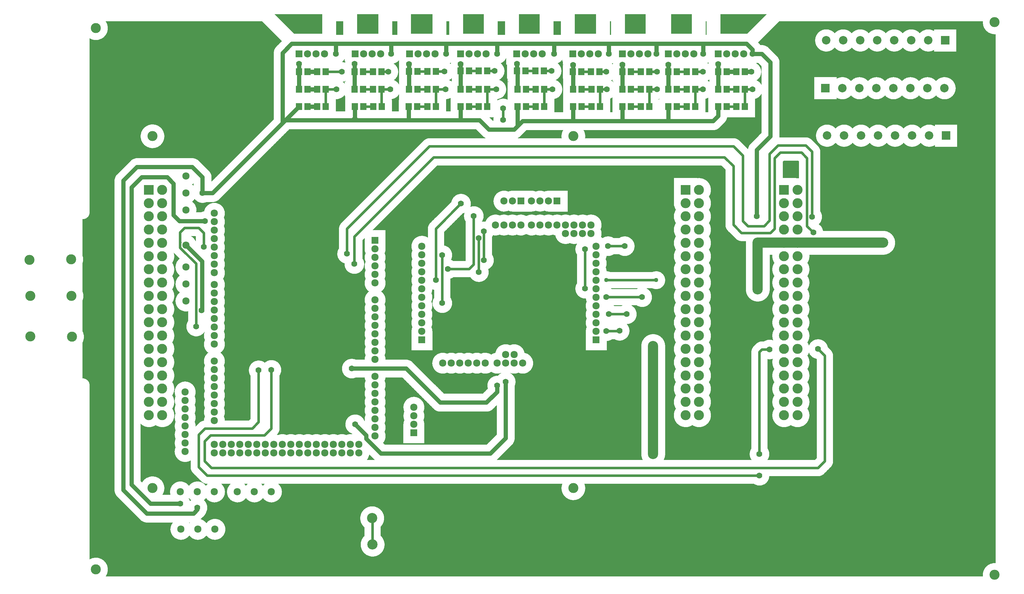
<source format=gtl>
%FSLAX44Y44*%
%MOMM*%
G71*
G01*
G75*
G04 Layer_Physical_Order=1*
G04 Layer_Color=255*
%ADD10C,0.1016*%
%ADD11R,1.9050X2.1590*%
%ADD12C,0.7620*%
%ADD13C,1.2700*%
%ADD14C,3.0480*%
%ADD15C,3.0000*%
%ADD16R,3.0000X3.0000*%
%ADD17C,2.1590*%
%ADD18R,2.1590X2.1590*%
%ADD19C,2.5400*%
%ADD20R,2.5400X2.5400*%
%ADD21R,2.1590X2.1590*%
%ADD22C,1.7780*%
%ADD23C,1.2700*%
%ADD24C,3.0480*%
D10*
X805737Y402717D02*
X807126Y404965D01*
X808345Y407310D01*
X809388Y409738D01*
X810249Y412236D01*
X810924Y414791D01*
X811409Y417389D01*
X811701Y420015D01*
X811798Y422656D01*
X805737Y402717D02*
X807126Y404965D01*
X808345Y407310D01*
X809388Y409738D01*
X810249Y412236D01*
X810924Y414791D01*
X811409Y417389D01*
X811701Y420015D01*
X811798Y422656D01*
Y422656D02*
X811709Y425179D01*
X811442Y427691D01*
X811000Y430176D01*
X810383Y432625D01*
X809595Y435024D01*
X808641Y437362D01*
X807524Y439626D01*
X806250Y441807D01*
X804826Y443892D01*
X803259Y445872D01*
X801556Y447736D01*
X799726Y449476D01*
X797778Y451082D01*
X795722Y452548D01*
X793567Y453865D01*
X791325Y455027D01*
X789007Y456028D01*
X786624Y456863D01*
X784189Y457529D01*
X781712Y458021D01*
X779207Y458338D01*
X776686Y458477D01*
X774161Y458438D01*
X771645Y458222D01*
X769151Y457829D01*
X766690Y457261D01*
X764276Y456522D01*
X761920Y455614D01*
X759633Y454543D01*
X757428Y453313D01*
X811798Y422656D02*
X811709Y425179D01*
X811442Y427691D01*
X811000Y430176D01*
X810383Y432625D01*
X809595Y435024D01*
X808641Y437362D01*
X807524Y439626D01*
X806250Y441807D01*
X804826Y443892D01*
X803259Y445872D01*
X801556Y447736D01*
X799726Y449476D01*
X797778Y451082D01*
X795722Y452548D01*
X793567Y453865D01*
X791325Y455027D01*
X789007Y456028D01*
X786624Y456863D01*
X784189Y457529D01*
X781712Y458021D01*
X779207Y458338D01*
X776686Y458477D01*
X774161Y458438D01*
X771645Y458222D01*
X769151Y457829D01*
X766690Y457261D01*
X764276Y456522D01*
X761920Y455614D01*
X759633Y454543D01*
X757428Y453313D01*
X831088Y659638D02*
X831219Y656974D01*
X831610Y654336D01*
X832258Y651749D01*
X833157Y649237D01*
X834297Y646826D01*
X835668Y644539D01*
X837257Y642396D01*
X839048Y640420D01*
X831088Y659638D02*
X831219Y656971D01*
X831611Y654330D01*
X832261Y651741D01*
X833161Y649227D01*
X834304Y646814D01*
X835678Y644525D01*
X837270Y642381D01*
X839064Y640405D01*
X908883Y570586D02*
X910859Y568792D01*
X913003Y567200D01*
X915292Y565826D01*
X917705Y564683D01*
X920219Y563783D01*
X922808Y563133D01*
X925449Y562741D01*
X928116Y562610D01*
X908898Y570570D02*
X910874Y568779D01*
X913017Y567190D01*
X915304Y565819D01*
X917715Y564679D01*
X920227Y563780D01*
X922814Y563132D01*
X925452Y562741D01*
X928116Y562610D01*
X975063Y646176D02*
X976358Y648370D01*
X977495Y650650D01*
X978466Y653005D01*
X979268Y655424D01*
X979895Y657893D01*
X980346Y660401D01*
X980617Y662934D01*
X980708Y665480D01*
X1005069Y562610D02*
X1003573Y560590D01*
X1002242Y558457D01*
X1001085Y556225D01*
X1000109Y553909D01*
X999320Y551522D01*
X998723Y549080D01*
X998322Y546598D01*
X998120Y544093D01*
X998117Y541579D01*
X998313Y539073D01*
X998708Y536590D01*
X999299Y534147D01*
X1000082Y531758D01*
X1001053Y529440D01*
X1002205Y527205D01*
X1003530Y525069D01*
X1005021Y523045D01*
X1006668Y521146D01*
X1008461Y519384D01*
X1010387Y517770D01*
X1012437Y516313D01*
X1014595Y515024D01*
X1016849Y513911D01*
X1019184Y512980D01*
X1021585Y512238D01*
X1024038Y511689D01*
X1026527Y511336D01*
X1029036Y511182D01*
X1031550Y511228D01*
X1034052Y511474D01*
X1036526Y511917D01*
X1038957Y512555D01*
X1041330Y513385D01*
X1043630Y514400D01*
X1045841Y515595D01*
X1047951Y516962D01*
X1049946Y518492D01*
X1051812Y520176D01*
X1053539Y522002D01*
X1055116Y523960D01*
X975063Y646176D02*
X976358Y648370D01*
X977495Y650650D01*
X978466Y653005D01*
X979268Y655424D01*
X979895Y657893D01*
X980346Y660401D01*
X980617Y662934D01*
X980708Y665480D01*
X1053846Y673396D02*
X1052276Y675346D01*
X1050557Y677166D01*
X1048699Y678844D01*
X1046714Y680370D01*
X1044615Y681735D01*
X1042414Y682929D01*
X1040126Y683945D01*
X1037765Y684777D01*
X1035345Y685419D01*
X1032882Y685868D01*
X1030391Y686121D01*
X1027888Y686176D01*
X1025389Y686033D01*
X1022908Y685692D01*
X1020463Y685157D01*
X1018067Y684429D01*
X1015736Y683514D01*
X1013486Y682418D01*
X1011328Y681148D01*
X1009279Y679710D01*
X1007349Y678115D01*
X1005551Y676372D01*
X1003897Y674492D01*
X1002397Y672488D01*
X1001061Y670371D01*
X999895Y668155D01*
X998909Y665854D01*
X998108Y663482D01*
X997497Y661054D01*
X997081Y658585D01*
X996860Y656091D01*
X996838Y653588D01*
X997014Y651090D01*
X997386Y648615D01*
X997954Y646176D01*
X980708Y665480D02*
X980618Y668018D01*
X980348Y670544D01*
X979901Y673044D01*
X979277Y675506D01*
X978480Y677917D01*
X977514Y680266D01*
X976385Y682541D01*
X975097Y684730D01*
X973657Y686823D01*
X972073Y688808D01*
X970352Y690676D01*
X968503Y692417D01*
X966535Y694023D01*
X964459Y695485D01*
X962284Y696797D01*
X960022Y697951D01*
X957683Y698942D01*
X955280Y699765D01*
X952825Y700416D01*
X950330Y700891D01*
X947808Y701188D01*
X945271Y701306D01*
X942732Y701244D01*
X940204Y701002D01*
X937699Y700581D01*
X935230Y699984D01*
X932810Y699214D01*
X930451Y698274D01*
X928164Y697169D01*
X925960Y695905D01*
X923853Y694489D01*
X921850Y692926D01*
X919964Y691225D01*
X918203Y689396D01*
X916575Y687446D01*
X915090Y685385D01*
X913755Y683225D01*
X980708Y665480D02*
X980618Y668018D01*
X980348Y670544D01*
X979901Y673044D01*
X979277Y675506D01*
X978480Y677917D01*
X977514Y680266D01*
X976385Y682541D01*
X975097Y684730D01*
X973657Y686823D01*
X972073Y688808D01*
X970352Y690676D01*
X968503Y692417D01*
X966535Y694023D01*
X964459Y695485D01*
X962284Y696797D01*
X960022Y697951D01*
X957683Y698942D01*
X955280Y699765D01*
X952825Y700416D01*
X950330Y700891D01*
X947808Y701188D01*
X945271Y701306D01*
X942732Y701244D01*
X940204Y701002D01*
X937699Y700581D01*
X935230Y699984D01*
X932810Y699214D01*
X930451Y698274D01*
X928164Y697169D01*
X925960Y695905D01*
X923853Y694489D01*
X921850Y692926D01*
X919964Y691225D01*
X918203Y689396D01*
X916575Y687446D01*
X915090Y685385D01*
X913755Y683225D01*
X1013455Y787908D02*
X1012521Y785520D01*
X1011784Y783063D01*
X1011248Y780555D01*
X1010918Y778012D01*
X1010794Y775451D01*
X1010878Y772888D01*
X1011170Y770340D01*
X1011667Y767824D01*
X1012366Y765357D01*
X1013263Y762955D01*
X1014352Y760633D01*
X1015626Y758407D01*
X1017075Y756291D01*
X1018691Y754300D01*
X1020463Y752446D01*
X1022380Y750742D01*
X1024428Y749199D01*
X1026595Y747827D01*
X1028865Y746635D01*
X1031225Y745631D01*
X1033658Y744822D01*
X1036149Y744212D01*
X1038681Y743806D01*
X1041238Y743607D01*
X1043803Y743615D01*
X1046358Y743832D01*
X1048887Y744254D01*
X1051374Y744880D01*
X1053802Y745706D01*
X1056155Y746726D01*
X1058418Y747933D01*
X1013455Y813308D02*
X1012506Y810874D01*
X1011760Y808369D01*
X1011224Y805812D01*
X1010901Y803219D01*
X1010793Y800608D01*
X1010901Y797997D01*
X1011224Y795404D01*
X1011760Y792847D01*
X1012506Y790342D01*
X1013455Y787908D01*
X1055116Y561636D02*
X1054363Y562610D01*
X1055869D02*
X1055116Y561636D01*
Y523960D02*
X1056726Y521965D01*
X1058492Y520106D01*
X1060402Y518396D01*
X1062445Y516847D01*
X1064607Y515468D01*
X1066873Y514269D01*
X1069230Y513258D01*
X1071660Y512440D01*
X1074148Y511823D01*
X1076678Y511409D01*
X1079234Y511201D01*
X1081798Y511201D01*
X1084354Y511409D01*
X1086884Y511823D01*
X1089372Y512440D01*
X1091803Y513258D01*
X1094159Y514269D01*
X1096425Y515468D01*
X1098587Y516847D01*
X1100630Y518396D01*
X1102541Y520106D01*
X1104306Y521965D01*
X1105916Y523960D01*
Y561636D02*
X1104323Y563613D01*
X1102576Y565456D01*
X1100687Y567152D01*
X1098668Y568692D01*
X1096532Y570065D01*
X1094293Y571262D01*
X1091965Y572276D01*
X1089563Y573099D01*
X1059548Y629820D02*
X1056992Y627263D01*
X1098464Y582000D02*
X1100213Y583926D01*
X1101770Y586009D01*
X1103121Y588232D01*
X1104253Y590574D01*
X1105156Y593014D01*
X1098448Y581984D02*
X1100202Y583912D01*
X1101763Y585998D01*
X1103117Y588224D01*
X1104251Y590570D01*
X1105156Y593014D01*
X1108964Y607568D02*
X1108858Y610080D01*
X1108539Y612573D01*
X1108012Y615031D01*
X1107278Y617436D01*
X1106344Y619770D01*
X1105215Y622016D01*
X1103901Y624160D01*
X1102411Y626184D01*
X1100754Y628075D01*
X1098944Y629820D01*
X1105156Y593014D02*
X1106302Y595274D01*
X1107251Y597624D01*
X1107996Y600046D01*
X1108533Y602523D01*
X1108856Y605036D01*
X1108964Y607568D01*
X1056992Y627263D02*
X1056053Y630000D01*
X1054852Y632632D01*
X1053401Y635135D01*
X1053846Y635720D02*
X1055573Y633591D01*
X1057479Y631619D01*
X1059548Y629820D01*
X1104646Y673396D02*
X1103036Y675391D01*
X1101271Y677250D01*
X1099360Y678960D01*
X1097317Y680509D01*
X1095155Y681888D01*
X1092889Y683087D01*
X1090533Y684098D01*
X1088102Y684915D01*
X1085614Y685533D01*
X1083083Y685947D01*
X1080528Y686155D01*
X1077964D01*
X1075408Y685947D01*
X1072878Y685533D01*
X1070390Y684915D01*
X1067960Y684098D01*
X1065603Y683087D01*
X1063337Y681888D01*
X1061175Y680509D01*
X1059132Y678960D01*
X1057222Y677250D01*
X1055456Y675391D01*
X1053846Y673396D01*
X1058418Y728218D02*
X1058537Y725803D01*
X1058891Y723411D01*
X1059479Y721066D01*
X1060294Y718789D01*
X1061327Y716604D01*
X1062570Y714530D01*
X1064011Y712588D01*
X1065634Y710796D01*
X1058418Y728218D02*
X1058537Y725803D01*
X1058891Y723411D01*
X1059479Y721066D01*
X1060294Y718789D01*
X1061327Y716604D01*
X1062570Y714530D01*
X1064011Y712588D01*
X1065634Y710796D01*
X1098944Y629820D02*
X1101013Y631619D01*
X1102919Y633591D01*
X1104646Y635720D01*
X1091034Y685396D02*
X1092826Y683773D01*
X1094768Y682332D01*
X1096842Y681089D01*
X1099027Y680055D01*
X1101304Y679241D01*
X1103649Y678653D01*
X1106041Y678299D01*
X1108456Y678180D01*
X1091034Y685396D02*
X1092826Y683773D01*
X1094768Y682332D01*
X1096842Y681089D01*
X1099027Y680055D01*
X1101304Y679241D01*
X1103649Y678653D01*
X1106041Y678299D01*
X1108456Y678180D01*
X1109022D02*
X1107455Y676686D01*
X1105994Y675089D01*
X1104646Y673396D01*
X1162939Y542798D02*
X1162836Y545349D01*
X1162527Y547883D01*
X1162016Y550385D01*
X1161303Y552836D01*
X1160396Y555223D01*
X1159299Y557528D01*
X1158019Y559737D01*
X1156566Y561836D01*
X1154948Y563811D01*
X1153176Y565649D01*
X1151261Y567338D01*
X1149216Y568867D01*
X1147055Y570226D01*
X1144791Y571406D01*
X1142439Y572400D01*
X1140015Y573201D01*
X1137534Y573804D01*
X1135013Y574204D01*
X1132467Y574400D01*
X1129914Y574390D01*
X1127370Y574174D01*
X1124852Y573753D01*
X1122376Y573131D01*
X1119958Y572311D01*
X1117615Y571299D01*
X1115360Y570100D01*
X1113210Y568724D01*
X1111177Y567179D01*
X1109276Y565475D01*
X1107518Y563623D01*
X1105916Y561636D01*
X1105916Y523960D02*
X1107518Y521973D01*
X1109276Y520121D01*
X1111177Y518417D01*
X1113210Y516872D01*
X1115360Y515496D01*
X1117614Y514297D01*
X1119958Y513285D01*
X1122376Y512465D01*
X1124852Y511843D01*
X1127370Y511422D01*
X1129914Y511206D01*
X1132467Y511196D01*
X1135013Y511392D01*
X1137534Y511792D01*
X1140015Y512395D01*
X1142439Y513196D01*
X1144791Y514190D01*
X1147055Y515370D01*
X1149216Y516729D01*
X1151261Y518258D01*
X1153176Y519947D01*
X1154948Y521785D01*
X1156566Y523760D01*
X1158019Y525859D01*
X1159299Y528068D01*
X1160396Y530373D01*
X1161303Y532760D01*
X1162016Y535211D01*
X1162527Y537713D01*
X1162836Y540247D01*
X1162939Y542798D01*
X1104646Y635720D02*
X1106248Y633733D01*
X1108006Y631881D01*
X1109907Y630177D01*
X1111939Y628632D01*
X1114090Y627256D01*
X1116344Y626058D01*
X1118688Y625045D01*
X1121106Y624225D01*
X1123582Y623603D01*
X1126100Y623182D01*
X1128644Y622966D01*
X1131197Y622956D01*
X1133743Y623152D01*
X1136264Y623552D01*
X1138745Y624155D01*
X1141170Y624956D01*
X1143521Y625950D01*
X1145785Y627130D01*
X1147946Y628489D01*
X1149991Y630018D01*
X1151906Y631707D01*
X1153678Y633545D01*
X1155296Y635520D01*
X1156749Y637619D01*
X1158029Y639828D01*
X1159126Y642133D01*
X1160033Y644520D01*
X1160745Y646972D01*
X1161257Y649473D01*
X1161566Y652007D01*
X1161669Y654558D01*
X1224026Y635720D02*
X1225636Y633725D01*
X1227402Y631866D01*
X1229312Y630156D01*
X1231355Y628607D01*
X1233517Y627228D01*
X1235783Y626029D01*
X1238139Y625018D01*
X1240570Y624201D01*
X1243058Y623583D01*
X1245589Y623169D01*
X1248144Y622961D01*
X1250708Y622961D01*
X1253264Y623169D01*
X1255794Y623583D01*
X1258282Y624201D01*
X1260713Y625018D01*
X1263069Y626029D01*
X1265335Y627228D01*
X1267497Y628607D01*
X1269540Y630156D01*
X1271451Y631866D01*
X1273216Y633725D01*
X1274826Y635720D01*
X1276428Y633733D01*
X1278186Y631881D01*
X1280087Y630177D01*
X1282119Y628632D01*
X1284270Y627256D01*
X1286524Y626058D01*
X1288868Y625045D01*
X1291286Y624225D01*
X1293762Y623603D01*
X1296280Y623182D01*
X1298824Y622966D01*
X1301377Y622956D01*
X1303923Y623152D01*
X1306444Y623552D01*
X1308925Y624155D01*
X1311349Y624956D01*
X1313701Y625950D01*
X1315965Y627130D01*
X1318126Y628489D01*
X1320171Y630018D01*
X1322086Y631707D01*
X1323858Y633545D01*
X1325476Y635520D01*
X1326929Y637619D01*
X1328209Y639828D01*
X1329306Y642133D01*
X1330213Y644520D01*
X1330925Y646972D01*
X1331437Y649473D01*
X1331746Y652007D01*
X1331849Y654558D01*
X1161669D02*
X1161576Y656981D01*
X1161298Y659389D01*
X1160836Y661769D01*
X1160193Y664107D01*
X1159373Y666388D01*
X1158380Y668600D01*
X1157221Y670729D01*
X1155903Y672764D01*
X1154432Y674691D01*
X1152818Y676500D01*
X1151070Y678180D01*
X1177602D02*
X1175788Y676431D01*
X1174119Y674544D01*
X1172606Y672530D01*
X1171258Y670401D01*
X1170084Y668172D01*
X1169090Y665857D01*
X1168285Y663470D01*
X1167672Y661026D01*
X1167255Y658542D01*
X1167037Y656032D01*
X1167020Y653512D01*
X1167204Y651000D01*
X1167587Y648510D01*
X1168167Y646058D01*
X1168940Y643660D01*
X1169902Y641332D01*
X1171046Y639087D01*
X1172365Y636940D01*
X1173851Y634906D01*
X1175494Y632996D01*
X1177284Y631223D01*
X1179209Y629598D01*
X1181258Y628132D01*
X1183416Y626833D01*
X1185672Y625710D01*
X1188009Y624770D01*
X1190414Y624020D01*
X1192871Y623463D01*
X1195365Y623104D01*
X1197879Y622944D01*
X1200398Y622985D01*
X1202906Y623226D01*
X1205387Y623666D01*
X1207824Y624302D01*
X1210204Y625131D01*
X1212510Y626146D01*
X1214727Y627341D01*
X1216843Y628709D01*
X1218843Y630242D01*
X1220714Y631928D01*
X1222446Y633758D01*
X1224026Y635720D01*
Y673396D02*
X1222678Y675089D01*
X1221217Y676686D01*
X1219650Y678180D01*
X1228402D02*
X1226835Y676686D01*
X1225374Y675089D01*
X1224026Y673396D01*
X1274826D02*
X1273478Y675089D01*
X1272017Y676686D01*
X1270450Y678180D01*
X1279202D02*
X1277635Y676686D01*
X1276174Y675089D01*
X1274826Y673396D01*
X1331849Y654558D02*
X1331756Y656981D01*
X1331478Y659389D01*
X1331016Y661769D01*
X1330373Y664107D01*
X1329553Y666388D01*
X1328560Y668600D01*
X1327401Y670729D01*
X1326083Y672764D01*
X1324612Y674691D01*
X1322998Y676500D01*
X1321250Y678180D01*
X1320292Y824919D02*
X1317327Y826045D01*
X1345692Y824919D02*
X1343258Y825868D01*
X1340753Y826614D01*
X1338196Y827150D01*
X1335603Y827473D01*
X1332992Y827581D01*
X1330381Y827473D01*
X1327788Y827150D01*
X1325231Y826614D01*
X1322726Y825868D01*
X1320292Y824919D01*
X1371092Y824919D02*
X1368658Y825868D01*
X1366153Y826614D01*
X1363596Y827150D01*
X1361003Y827473D01*
X1358392Y827581D01*
X1355781Y827473D01*
X1353188Y827150D01*
X1350631Y826614D01*
X1348126Y825868D01*
X1345692Y824919D01*
X1396492Y824919D02*
X1394058Y825868D01*
X1391553Y826614D01*
X1388996Y827150D01*
X1386403Y827473D01*
X1383792Y827581D01*
X1381181Y827473D01*
X1378588Y827150D01*
X1376031Y826614D01*
X1373526Y825868D01*
X1371092Y824919D01*
X1421892Y824919D02*
X1419458Y825868D01*
X1416953Y826614D01*
X1414396Y827150D01*
X1411803Y827473D01*
X1409192Y827581D01*
X1406581Y827473D01*
X1403988Y827150D01*
X1401431Y826614D01*
X1398926Y825868D01*
X1396492Y824919D01*
X1447292Y824919D02*
X1444858Y825868D01*
X1442353Y826614D01*
X1439796Y827150D01*
X1437203Y827473D01*
X1434592Y827581D01*
X1431981Y827473D01*
X1429388Y827150D01*
X1426831Y826614D01*
X1424326Y825868D01*
X1421892Y824919D01*
X909574Y857700D02*
X911481Y855988D01*
X913506Y854416D01*
X915638Y852993D01*
X917867Y851727D01*
X920180Y850623D01*
X922566Y849687D01*
X925013Y848924D01*
X927508Y848338D01*
X930039Y847932D01*
X932592Y847708D01*
X935155Y847667D01*
X937714Y847810D01*
X940257Y848134D01*
X942770Y848640D01*
X945240Y849325D01*
X947655Y850184D01*
X950002Y851213D01*
X952270Y852408D01*
X954446Y853762D01*
X1013455Y838708D02*
X1012506Y836274D01*
X1011760Y833769D01*
X1011224Y831212D01*
X1010901Y828619D01*
X1010793Y826008D01*
X1010901Y823397D01*
X1011224Y820804D01*
X1011760Y818247D01*
X1012506Y815742D01*
X1013455Y813308D01*
X1010274Y883488D02*
X1010178Y886108D01*
X1009891Y888714D01*
X1009414Y891292D01*
X1008749Y893828D01*
X1007902Y896309D01*
X1006874Y898721D01*
X1005674Y901051D01*
X1004306Y903288D01*
X954446Y853762D02*
X956567Y852440D01*
X958775Y851269D01*
X961060Y850255D01*
X963409Y849402D01*
X965813Y848716D01*
X968258Y848198D01*
X970733Y847853D01*
X973227Y847681D01*
X975726Y847683D01*
X978219Y847859D01*
X980694Y848209D01*
X983139Y848730D01*
X985541Y849421D01*
X987889Y850277D01*
X990171Y851295D01*
X992377Y852470D01*
X994496Y853796D01*
X996518Y855266D01*
X998432Y856873D01*
X1000229Y858611D01*
X1001900Y860469D01*
X1003439Y862439D01*
X1004836Y864511D01*
X1006085Y866676D01*
X1007180Y868923D01*
X1008116Y871240D01*
X1008888Y873618D01*
X1009492Y876043D01*
X1009926Y878504D01*
X1010187Y880990D01*
X1010274Y883488D01*
X1004306Y903288D02*
X1005674Y905525D01*
X1006874Y907855D01*
X1007902Y910267D01*
X1008749Y912748D01*
X1009414Y915284D01*
X1009891Y917862D01*
X1010178Y920468D01*
X1010274Y923088D01*
X1010178Y925708D01*
X1009891Y928314D01*
X1009414Y930892D01*
X1008749Y933428D01*
X1007902Y935909D01*
X1006874Y938321D01*
X1005674Y940651D01*
X1004306Y942888D01*
X1013455Y864108D02*
X1012506Y861674D01*
X1011760Y859169D01*
X1011224Y856612D01*
X1010901Y854019D01*
X1010793Y851408D01*
X1010901Y848797D01*
X1011224Y846204D01*
X1011760Y843647D01*
X1012506Y841142D01*
X1013455Y838708D01*
Y889508D02*
X1012506Y887074D01*
X1011760Y884569D01*
X1011224Y882012D01*
X1010901Y879419D01*
X1010793Y876808D01*
X1010901Y874197D01*
X1011224Y871604D01*
X1011760Y869047D01*
X1012506Y866542D01*
X1013455Y864108D01*
Y914908D02*
X1012506Y912474D01*
X1011760Y909969D01*
X1011224Y907412D01*
X1010901Y904819D01*
X1010793Y902208D01*
X1010901Y899597D01*
X1011224Y897004D01*
X1011760Y894447D01*
X1012506Y891942D01*
X1013455Y889508D01*
Y940308D02*
X1012506Y937874D01*
X1011760Y935369D01*
X1011224Y932812D01*
X1010901Y930219D01*
X1010793Y927608D01*
X1010901Y924997D01*
X1011224Y922404D01*
X1011760Y919847D01*
X1012506Y917342D01*
X1013455Y914908D01*
X757428Y973074D02*
X757274Y975615D01*
X756815Y978119D01*
X756058Y980550D01*
X755013Y982871D01*
X753696Y985050D01*
X752126Y987054D01*
X750326Y988854D01*
X748322Y990424D01*
X746143Y991741D01*
X743822Y992786D01*
X741391Y993543D01*
X738887Y994002D01*
X736346Y994156D01*
X757428Y973074D02*
X757274Y975615D01*
X756815Y978119D01*
X756058Y980550D01*
X755013Y982871D01*
X753696Y985050D01*
X752126Y987054D01*
X750326Y988854D01*
X748322Y990424D01*
X746143Y991741D01*
X743822Y992786D01*
X741391Y993543D01*
X738887Y994002D01*
X736346Y994156D01*
Y1101253D02*
X737412Y1103476D01*
X738324Y1105767D01*
X739075Y1108115D01*
X739663Y1110509D01*
X740085Y1112938D01*
X740339Y1115390D01*
X740424Y1117854D01*
X736346Y1101253D02*
X737412Y1103476D01*
X738324Y1105767D01*
X739075Y1108115D01*
X739663Y1110509D01*
X740085Y1112938D01*
X740339Y1115390D01*
X740424Y1117854D01*
X1004306Y942888D02*
X1005674Y945125D01*
X1006874Y947455D01*
X1007902Y949867D01*
X1008749Y952348D01*
X1009414Y954884D01*
X1009891Y957462D01*
X1010178Y960068D01*
X1010274Y962688D01*
X1010178Y965308D01*
X1009891Y967914D01*
X1009414Y970492D01*
X1008749Y973028D01*
X1007902Y975509D01*
X1006874Y977921D01*
X1005674Y980251D01*
X1004306Y982488D01*
X1010274Y1002288D02*
X1010178Y1004908D01*
X1009891Y1007514D01*
X1009414Y1010092D01*
X1008749Y1012628D01*
X1007902Y1015109D01*
X1006874Y1017521D01*
X1005674Y1019852D01*
X1004306Y1022088D01*
Y982488D02*
X1005674Y984725D01*
X1006874Y987055D01*
X1007902Y989467D01*
X1008749Y991948D01*
X1009414Y994484D01*
X1009891Y997062D01*
X1010178Y999668D01*
X1010274Y1002288D01*
X1074039Y953008D02*
X1073936Y955560D01*
X1073627Y958096D01*
X1073115Y960598D01*
X1072402Y963051D01*
X1071494Y965438D01*
X1070396Y967744D01*
X1069115Y969954D01*
X1067661Y972054D01*
X1066041Y974029D01*
X1064268Y975867D01*
X1062351Y977556D01*
X1060305Y979085D01*
X1058142Y980443D01*
X1055877Y981623D01*
X1053524Y982616D01*
X1051098Y983416D01*
X1048616Y984017D01*
X1046093Y984417D01*
X1043546Y984611D01*
X1040992Y984599D01*
X1038447Y984381D01*
X1035928Y983958D01*
X1033451Y983334D01*
X1031033Y982511D01*
X1028689Y981496D01*
X1026435Y980296D01*
X1024285Y978917D01*
X1022253Y977369D01*
X1020353Y975662D01*
X1018596Y973808D01*
X1016995Y971818D01*
X1015560Y969705D01*
X1014300Y967483D01*
X1013224Y965167D01*
X1012338Y962771D01*
X1011648Y960312D01*
X1011159Y957805D01*
X1010874Y955267D01*
X1010794Y952714D01*
X1010921Y950163D01*
X1011254Y947630D01*
X1011789Y945133D01*
X1012525Y942687D01*
X1013455Y940308D01*
X1004306Y1022088D02*
X1005674Y1024325D01*
X1006874Y1026655D01*
X1007902Y1029067D01*
X1008749Y1031548D01*
X1009414Y1034084D01*
X1009891Y1036662D01*
X1010178Y1039268D01*
X1010274Y1041888D01*
X1010178Y1044508D01*
X1009891Y1047114D01*
X1009414Y1049692D01*
X1008749Y1052228D01*
X1007902Y1054709D01*
X1006874Y1057121D01*
X1005674Y1059452D01*
X1004306Y1061688D01*
Y1061688D02*
X1005674Y1063925D01*
X1006874Y1066255D01*
X1007902Y1068667D01*
X1008749Y1071148D01*
X1009414Y1073684D01*
X1009891Y1076262D01*
X1010178Y1078868D01*
X1010274Y1081488D01*
X1010178Y1084108D01*
X1009891Y1086714D01*
X1009414Y1089292D01*
X1008749Y1091828D01*
X1007902Y1094309D01*
X1006874Y1096721D01*
X1005674Y1099052D01*
X1004306Y1101288D01*
Y1101288D02*
X1005674Y1103525D01*
X1006874Y1105855D01*
X1007902Y1108267D01*
X1008749Y1110748D01*
X1009414Y1113284D01*
X1009891Y1115862D01*
X1010178Y1118468D01*
X1010274Y1121088D01*
X1074039Y851408D02*
X1073931Y854019D01*
X1073608Y856612D01*
X1073072Y859169D01*
X1072326Y861674D01*
X1071377Y864108D01*
X1074039Y876808D02*
X1073931Y879419D01*
X1073608Y882012D01*
X1073072Y884569D01*
X1072326Y887074D01*
X1071377Y889508D01*
Y864108D02*
X1072326Y866542D01*
X1073072Y869047D01*
X1073608Y871604D01*
X1073931Y874197D01*
X1074039Y876808D01*
X1071377Y889508D02*
X1072326Y891942D01*
X1073072Y894447D01*
X1073608Y897004D01*
X1073931Y899597D01*
X1074039Y902208D01*
Y902208D02*
X1073931Y904819D01*
X1073608Y907412D01*
X1073072Y909969D01*
X1072326Y912474D01*
X1071377Y914908D01*
X1074027Y850553D02*
X1074039Y851408D01*
X1098186Y868112D02*
X1095676Y867572D01*
X1093235Y866774D01*
X1090891Y865725D01*
X1088669Y864439D01*
X1086592Y862928D01*
X1084684Y861210D01*
X1098186Y868112D02*
X1095676Y867572D01*
X1093235Y866774D01*
X1090891Y865725D01*
X1088669Y864439D01*
X1086592Y862928D01*
X1084684Y861210D01*
X1100831Y879778D02*
X1099949Y877539D01*
X1099240Y875240D01*
X1098708Y872893D01*
X1098356Y870512D01*
X1098186Y868112D01*
X1161386Y868426D02*
X1161200Y870762D01*
X1160841Y873078D01*
X1160311Y875361D01*
X1159614Y877598D01*
X1158753Y879778D01*
X1161415Y892478D02*
X1161307Y895089D01*
X1160984Y897682D01*
X1160448Y900239D01*
X1159702Y902744D01*
X1158753Y905178D01*
Y879778D02*
X1159702Y882212D01*
X1160448Y884717D01*
X1160984Y887274D01*
X1161307Y889867D01*
X1161415Y892478D01*
X1100831Y905178D02*
X1099882Y902744D01*
X1099136Y900239D01*
X1098600Y897682D01*
X1098277Y895089D01*
X1098169Y892478D01*
X1098277Y889867D01*
X1098600Y887274D01*
X1099136Y884717D01*
X1099882Y882212D01*
X1100831Y879778D01*
X1158753Y905178D02*
X1159702Y907612D01*
X1160448Y910117D01*
X1160984Y912674D01*
X1161307Y915267D01*
X1161415Y917878D01*
X1071377Y914908D02*
X1072326Y917342D01*
X1073072Y919847D01*
X1073608Y922404D01*
X1073931Y924997D01*
X1074039Y927608D01*
X1100831Y930578D02*
X1099882Y928144D01*
X1099136Y925639D01*
X1098600Y923082D01*
X1098277Y920489D01*
X1098169Y917878D01*
X1098277Y915267D01*
X1098600Y912674D01*
X1099136Y910117D01*
X1099882Y907612D01*
X1100831Y905178D01*
X1161415Y917878D02*
X1161307Y920489D01*
X1160984Y923082D01*
X1160448Y925639D01*
X1159702Y928144D01*
X1158753Y930578D01*
X1317648Y826366D02*
X1319271Y828158D01*
X1320712Y830100D01*
X1321955Y832174D01*
X1322988Y834359D01*
X1323803Y836636D01*
X1324391Y838981D01*
X1324745Y841373D01*
X1324864Y843788D01*
X1317648Y826366D02*
X1319271Y828158D01*
X1320712Y830100D01*
X1321955Y832174D01*
X1322988Y834359D01*
X1323803Y836636D01*
X1324391Y838981D01*
X1324745Y841373D01*
X1324864Y843788D01*
X1074039Y927608D02*
X1073931Y930219D01*
X1073608Y932812D01*
X1073072Y935369D01*
X1072326Y937874D01*
X1071377Y940308D01*
X1072326Y942742D01*
X1073072Y945247D01*
X1073608Y947804D01*
X1073931Y950397D01*
X1074039Y953008D01*
X1100831Y955978D02*
X1099882Y953544D01*
X1099136Y951039D01*
X1098600Y948482D01*
X1098277Y945889D01*
X1098169Y943278D01*
X1098277Y940667D01*
X1098600Y938074D01*
X1099136Y935517D01*
X1099882Y933012D01*
X1100831Y930578D01*
X1158753D02*
X1159702Y933012D01*
X1160448Y935517D01*
X1160984Y938074D01*
X1161307Y940667D01*
X1161415Y943278D01*
Y943278D02*
X1161307Y945889D01*
X1160984Y948482D01*
X1160448Y951039D01*
X1159702Y953544D01*
X1158753Y955978D01*
X1100831Y981378D02*
X1099882Y978944D01*
X1099136Y976439D01*
X1098600Y973882D01*
X1098277Y971289D01*
X1098169Y968678D01*
X1098277Y966067D01*
X1098600Y963474D01*
X1099136Y960917D01*
X1099882Y958412D01*
X1100831Y955978D01*
X1158753D02*
X1159702Y958412D01*
X1160448Y960917D01*
X1160984Y963474D01*
X1161307Y966067D01*
X1161415Y968678D01*
Y968678D02*
X1161307Y971289D01*
X1160984Y973882D01*
X1160448Y976439D01*
X1159702Y978944D01*
X1158753Y981378D01*
X1100831Y1006778D02*
X1099882Y1004344D01*
X1099136Y1001839D01*
X1098600Y999282D01*
X1098277Y996689D01*
X1098169Y994078D01*
X1098277Y991467D01*
X1098600Y988874D01*
X1099136Y986317D01*
X1099882Y983812D01*
X1100831Y981378D01*
X1161415Y994078D02*
X1161307Y996689D01*
X1160984Y999282D01*
X1160448Y1001839D01*
X1159702Y1004344D01*
X1158753Y1006778D01*
Y981378D02*
X1159702Y983812D01*
X1160448Y986317D01*
X1160984Y988874D01*
X1161307Y991467D01*
X1161415Y994078D01*
X1158753Y1006778D02*
X1159702Y1009212D01*
X1160448Y1011717D01*
X1160984Y1014274D01*
X1161307Y1016867D01*
X1161415Y1019478D01*
X1100831Y1032178D02*
X1099882Y1029744D01*
X1099136Y1027239D01*
X1098600Y1024682D01*
X1098277Y1022089D01*
X1098169Y1019478D01*
X1098277Y1016867D01*
X1098600Y1014274D01*
X1099136Y1011717D01*
X1099882Y1009212D01*
X1100831Y1006778D01*
X1110954Y1070278D02*
X1109005Y1068709D01*
X1107185Y1066990D01*
X1105507Y1065133D01*
X1103981Y1063148D01*
X1102617Y1061050D01*
X1101423Y1058850D01*
X1100407Y1056562D01*
X1099575Y1054202D01*
X1098932Y1051783D01*
X1098483Y1049320D01*
X1098229Y1046830D01*
X1098174Y1044328D01*
X1098316Y1041829D01*
X1098656Y1039349D01*
X1099191Y1036904D01*
X1099918Y1034508D01*
X1100831Y1032178D01*
X1161415Y1019478D02*
X1161307Y1022089D01*
X1160984Y1024682D01*
X1160448Y1027239D01*
X1159702Y1029744D01*
X1158753Y1032178D01*
X1161415Y1044878D02*
X1161320Y1047333D01*
X1161034Y1049774D01*
X1160559Y1052185D01*
X1159899Y1054552D01*
X1159057Y1056860D01*
X1158038Y1059096D01*
X1156849Y1061246D01*
X1155497Y1063298D01*
X1153989Y1065238D01*
X1152335Y1067055D01*
X1150545Y1068739D01*
X1148630Y1070278D01*
X1158753Y1032178D02*
X1159702Y1034612D01*
X1160448Y1037117D01*
X1160984Y1039674D01*
X1161307Y1042267D01*
X1161415Y1044878D01*
X1100831Y1108378D02*
X1099918Y1106048D01*
X1099191Y1103652D01*
X1098656Y1101207D01*
X1098316Y1098727D01*
X1098174Y1096228D01*
X1098229Y1093726D01*
X1098483Y1091236D01*
X1098932Y1088773D01*
X1099575Y1086354D01*
X1100407Y1083994D01*
X1101423Y1081706D01*
X1102617Y1079506D01*
X1103981Y1077408D01*
X1105507Y1075424D01*
X1107185Y1073566D01*
X1109005Y1071848D01*
X1110954Y1070278D01*
X1148630Y1070278D02*
X1150545Y1071817D01*
X1152335Y1073501D01*
X1153989Y1075318D01*
X1155497Y1077258D01*
X1156849Y1079309D01*
X1158038Y1081460D01*
X1159057Y1083696D01*
X1159899Y1086004D01*
X1160559Y1088371D01*
X1161034Y1090782D01*
X1161320Y1093223D01*
X1161415Y1095678D01*
Y1095678D02*
X1161307Y1098289D01*
X1160984Y1100882D01*
X1160448Y1103439D01*
X1159702Y1105944D01*
X1158753Y1108378D01*
X1324864Y1002431D02*
X1326182Y1004577D01*
X1327314Y1006826D01*
X1328252Y1009164D01*
X1328988Y1011572D01*
X1329518Y1014034D01*
X1329837Y1016532D01*
X1329944Y1019048D01*
X1280416Y1041201D02*
X1278345Y1042680D01*
X1276155Y1043976D01*
X1273862Y1045081D01*
X1271482Y1045985D01*
X1269035Y1046682D01*
X1266536Y1047167D01*
X1264005Y1047437D01*
X1261461Y1047489D01*
X1258921Y1047323D01*
X1256404Y1046940D01*
X1253930Y1046344D01*
X1251516Y1045537D01*
X1249180Y1044528D01*
X1246938Y1043322D01*
X1244808Y1041929D01*
X1242805Y1040358D01*
X1240944Y1038622D01*
X1239238Y1036733D01*
X1237700Y1034706D01*
X1236341Y1032553D01*
X1235172Y1030293D01*
X1234200Y1027941D01*
X1233432Y1025514D01*
X1232876Y1023030D01*
X1232534Y1020508D01*
X1232409Y1017966D01*
X1232502Y1015423D01*
X1232812Y1012896D01*
X1233337Y1010406D01*
X1234073Y1007970D01*
X1235015Y1005605D01*
X1236156Y1003330D01*
X1237488Y1001161D01*
X1329944Y1019048D02*
X1329836Y1021577D01*
X1329514Y1024088D01*
X1328978Y1026562D01*
X1328235Y1028981D01*
X1327288Y1031329D01*
X1326145Y1033587D01*
X1324814Y1035740D01*
X1323304Y1037772D01*
X1321627Y1039668D01*
X1319795Y1041414D01*
X1317820Y1042998D01*
X1315718Y1044408D01*
X1313504Y1045635D01*
X1311194Y1046668D01*
X1308803Y1047501D01*
X1306351Y1048128D01*
X1303854Y1048544D01*
X1301331Y1048745D01*
X1298800Y1048732D01*
X1296279Y1048503D01*
X1293787Y1048060D01*
X1291341Y1047407D01*
X1288960Y1046548D01*
X1286661Y1045489D01*
X1284460Y1044239D01*
X1282373Y1042806D01*
X1280416Y1041201D01*
X1577848Y523419D02*
X1576048Y521613D01*
X1574381Y519683D01*
X1572854Y517641D01*
X1571475Y515495D01*
X1570251Y513258D01*
X1569188Y510940D01*
X1568292Y508552D01*
X1567567Y506107D01*
X1567016Y503617D01*
X1566642Y501094D01*
X1566448Y498551D01*
X1566434Y496001D01*
X1566600Y493456D01*
X1566946Y490930D01*
X1567469Y488434D01*
X1568168Y485981D01*
X1569037Y483584D01*
X1570075Y481254D01*
X1571274Y479003D01*
X1572629Y476843D01*
X1574133Y474784D01*
X1575780Y472836D01*
X1577560Y471009D01*
X1579464Y469313D01*
X1581483Y467756D01*
X1583608Y466345D01*
X1585827Y465088D01*
X1588129Y463991D01*
X1590503Y463059D01*
X1592937Y462297D01*
X1595418Y461709D01*
X1597935Y461298D01*
X1600475Y461066D01*
X1603024Y461014D01*
X1605571Y461142D01*
X1608103Y461450D01*
X1610607Y461936D01*
X1613069Y462598D01*
X1615479Y463432D01*
X1617825Y464434D01*
X1620093Y465599D01*
X1622273Y466922D01*
X1624355Y468396D01*
X1626327Y470013D01*
X1628180Y471765D01*
X1629904Y473644D01*
X1631491Y475640D01*
X1632934Y477743D01*
X1634224Y479943D01*
X1635355Y482229D01*
X1636322Y484588D01*
X1637120Y487010D01*
X1637745Y489483D01*
X1638194Y491993D01*
X1638464Y494529D01*
X1638554Y497078D01*
X1638470Y499537D01*
X1638219Y501985D01*
X1637801Y504410D01*
X1637219Y506800D01*
X1636475Y509146D01*
X1635573Y511435D01*
X1634518Y513658D01*
X1633313Y515803D01*
X1631964Y517861D01*
X1630479Y519823D01*
X1628863Y521678D01*
X1627124Y523419D01*
X1637284Y575818D02*
X1637195Y578352D01*
X1636928Y580873D01*
X1636485Y583369D01*
X1635867Y585828D01*
X1635078Y588238D01*
X1634122Y590586D01*
X1633003Y592861D01*
X1631727Y595052D01*
X1630301Y597148D01*
X1628730Y599139D01*
X1627024Y601014D01*
X1625190Y602765D01*
X1623238Y604382D01*
X1621177Y605859D01*
X1619017Y607187D01*
X1616770Y608360D01*
X1614445Y609372D01*
X1612055Y610219D01*
X1609612Y610895D01*
X1607127Y611398D01*
X1604613Y611726D01*
X1602082Y611876D01*
X1599547Y611847D01*
X1597020Y611641D01*
X1594514Y611258D01*
X1592041Y610699D01*
X1589613Y609969D01*
X1587242Y609069D01*
X1584941Y608005D01*
X1582720Y606782D01*
X1580590Y605407D01*
X1578563Y603885D01*
X1576647Y602224D01*
X1574853Y600433D01*
X1573189Y598520D01*
X1571663Y596495D01*
X1570284Y594367D01*
X1569057Y592149D01*
X1567989Y589849D01*
X1567085Y587480D01*
X1566351Y585054D01*
X1565788Y582581D01*
X1565400Y580076D01*
X1565190Y577549D01*
X1565157Y575014D01*
X1565302Y572483D01*
X1565625Y569968D01*
X1566124Y567482D01*
X1566797Y565038D01*
X1567639Y562647D01*
X1568647Y560320D01*
X1569816Y558071D01*
X1571141Y555909D01*
X1572614Y553845D01*
X1574228Y551890D01*
X1575976Y550053D01*
X1577848Y548344D01*
X1472692Y824919D02*
X1470258Y825868D01*
X1467753Y826614D01*
X1465196Y827150D01*
X1462603Y827473D01*
X1459992Y827581D01*
X1457381Y827473D01*
X1454788Y827150D01*
X1452231Y826614D01*
X1449726Y825868D01*
X1447292Y824919D01*
X1498092Y824919D02*
X1495658Y825868D01*
X1493153Y826614D01*
X1490596Y827150D01*
X1488003Y827473D01*
X1485392Y827581D01*
X1482781Y827473D01*
X1480188Y827150D01*
X1477631Y826614D01*
X1475126Y825868D01*
X1472692Y824919D01*
X1523492Y824919D02*
X1521058Y825868D01*
X1518553Y826614D01*
X1515996Y827150D01*
X1513403Y827473D01*
X1510792Y827581D01*
X1508181Y827473D01*
X1505588Y827150D01*
X1503031Y826614D01*
X1500526Y825868D01*
X1498092Y824919D01*
X1541303Y827165D02*
X1538723Y827480D01*
X1536125Y827581D01*
X1533528Y827469D01*
X1530949Y827143D01*
X1528405Y826607D01*
X1525914Y825864D01*
X1523492Y824919D01*
X1578134Y867205D02*
X1577130Y869508D01*
X1575935Y871718D01*
X1574557Y873819D01*
X1573007Y875796D01*
X1571296Y877635D01*
X1569435Y879323D01*
X1567438Y880848D01*
X1565320Y882199D01*
X1563095Y883366D01*
X1560780Y884340D01*
X1558390Y885116D01*
X1555943Y885687D01*
X1553457Y886050D01*
X1550950Y886201D01*
X1548438Y886140D01*
X1545941Y885867D01*
X1543475Y885384D01*
X1541059Y884695D01*
X1538710Y883803D01*
X1536445Y882717D01*
X1534280Y881443D01*
X1532229Y879991D01*
X1530309Y878371D01*
X1528533Y876595D01*
X1526913Y874675D01*
X1525461Y872624D01*
X1524187Y870459D01*
X1523100Y868194D01*
X1522209Y865845D01*
X1521520Y863429D01*
X1521037Y860963D01*
X1520764Y858466D01*
X1520703Y855954D01*
X1520854Y853447D01*
X1521217Y850961D01*
X1521788Y848514D01*
X1522564Y846124D01*
X1523539Y843809D01*
X1524705Y841584D01*
X1526056Y839466D01*
X1527581Y837469D01*
X1529269Y835608D01*
X1531108Y833897D01*
X1533085Y832347D01*
X1535186Y830969D01*
X1537396Y829774D01*
X1539699Y828770D01*
X1580891Y884858D02*
X1579926Y882378D01*
X1579173Y879826D01*
X1578637Y877219D01*
X1578322Y874577D01*
X1578230Y871917D01*
X1578362Y869259D01*
X1578717Y866622D01*
X1627124Y550725D02*
X1628814Y552597D01*
X1630370Y554582D01*
X1631783Y556672D01*
X1633046Y558855D01*
X1634154Y561121D01*
X1635101Y563459D01*
X1635881Y565858D01*
X1636493Y568305D01*
X1636932Y570789D01*
X1637196Y573297D01*
X1637284Y575818D01*
X1585888Y750316D02*
X1587360Y752226D01*
X1588682Y754244D01*
X1589846Y756356D01*
X1590847Y758550D01*
X1591677Y760815D01*
X1592332Y763136D01*
X1592808Y765501D01*
X1634109Y801070D02*
X1635605Y803006D01*
X1636947Y805052D01*
X1638127Y807196D01*
X1639137Y809424D01*
X1639972Y811724D01*
X1640627Y814082D01*
X1641097Y816483D01*
X1641380Y818913D01*
X1641475Y821358D01*
X1641367Y823969D01*
X1641044Y826562D01*
X1640508Y829119D01*
X1639762Y831624D01*
X1638813Y834058D01*
X1639762Y836492D01*
X1640508Y838997D01*
X1641044Y841554D01*
X1641367Y844147D01*
X1641475Y846758D01*
Y846758D02*
X1641367Y849369D01*
X1641044Y851962D01*
X1640508Y854519D01*
X1639762Y857024D01*
X1638813Y859458D01*
X1639762Y861892D01*
X1640508Y864397D01*
X1641044Y866954D01*
X1641367Y869547D01*
X1641475Y872158D01*
Y872158D02*
X1641367Y874769D01*
X1641044Y877362D01*
X1640508Y879919D01*
X1639762Y882424D01*
X1638813Y884858D01*
X1694671Y862711D02*
X1694208Y859615D01*
X1694053Y856488D01*
X1696715Y869188D02*
X1695880Y867080D01*
X1695197Y864917D01*
X1694671Y862711D01*
X1757299Y856488D02*
X1757144Y859615D01*
X1756681Y862711D01*
X1756155Y864917D01*
X1755473Y867080D01*
X1754637Y869188D01*
X1755586Y871622D01*
X1756332Y874127D01*
X1756868Y876684D01*
X1757191Y879277D01*
X1757299Y881888D01*
X1580891Y910258D02*
X1579942Y907824D01*
X1579196Y905319D01*
X1578660Y902762D01*
X1578337Y900169D01*
X1578229Y897558D01*
X1578337Y894947D01*
X1578660Y892354D01*
X1579196Y889797D01*
X1579942Y887292D01*
X1580891Y884858D01*
X1638813D02*
X1639762Y887292D01*
X1640508Y889797D01*
X1641044Y892354D01*
X1641367Y894947D01*
X1641475Y897558D01*
Y897558D02*
X1641367Y900169D01*
X1641044Y902762D01*
X1640508Y905319D01*
X1639762Y907824D01*
X1638813Y910258D01*
X1580891Y935658D02*
X1579942Y933224D01*
X1579196Y930719D01*
X1578660Y928162D01*
X1578337Y925569D01*
X1578229Y922958D01*
X1578337Y920347D01*
X1578660Y917754D01*
X1579196Y915197D01*
X1579942Y912692D01*
X1580891Y910258D01*
X1638813D02*
X1639762Y912692D01*
X1640508Y915197D01*
X1641044Y917754D01*
X1641367Y920347D01*
X1641475Y922958D01*
Y922958D02*
X1641367Y925569D01*
X1641044Y928162D01*
X1640508Y930719D01*
X1639762Y933224D01*
X1638813Y935658D01*
X1580891Y961058D02*
X1579942Y958624D01*
X1579196Y956119D01*
X1578660Y953562D01*
X1578337Y950969D01*
X1578229Y948358D01*
X1578337Y945747D01*
X1578660Y943154D01*
X1579196Y940597D01*
X1579942Y938092D01*
X1580891Y935658D01*
X1638813D02*
X1639762Y938092D01*
X1640508Y940597D01*
X1641044Y943154D01*
X1641367Y945747D01*
X1641475Y948358D01*
Y948358D02*
X1641367Y950969D01*
X1641044Y953562D01*
X1640508Y956119D01*
X1639762Y958624D01*
X1638813Y961058D01*
X1696715Y894588D02*
X1695766Y892154D01*
X1695020Y889649D01*
X1694484Y887092D01*
X1694161Y884499D01*
X1694053Y881888D01*
X1694161Y879277D01*
X1694484Y876684D01*
X1695020Y874127D01*
X1695766Y871622D01*
X1696715Y869188D01*
X1757299Y907288D02*
X1757196Y909840D01*
X1756887Y912376D01*
X1756375Y914878D01*
X1755662Y917331D01*
X1754754Y919718D01*
X1753656Y922024D01*
X1752375Y924234D01*
X1750921Y926333D01*
X1749301Y928309D01*
X1747527Y930147D01*
X1745611Y931836D01*
X1743565Y933365D01*
X1741402Y934723D01*
X1739137Y935903D01*
X1736784Y936896D01*
X1734358Y937696D01*
X1731876Y938297D01*
X1729353Y938697D01*
X1726806Y938891D01*
X1724252Y938879D01*
X1721707Y938661D01*
X1719188Y938238D01*
X1716711Y937614D01*
X1714293Y936791D01*
X1711949Y935776D01*
X1709695Y934576D01*
X1707545Y933197D01*
X1705513Y931649D01*
X1703613Y929942D01*
X1701856Y928088D01*
X1700255Y926098D01*
X1698820Y923985D01*
X1697560Y921763D01*
X1696484Y919447D01*
X1695598Y917051D01*
X1694908Y914592D01*
X1694419Y912085D01*
X1694134Y909547D01*
X1694054Y906994D01*
X1694181Y904443D01*
X1694514Y901910D01*
X1695049Y899413D01*
X1695785Y896967D01*
X1696715Y894588D01*
X1641475Y973758D02*
X1641367Y976369D01*
X1641044Y978962D01*
X1640508Y981519D01*
X1639762Y984024D01*
X1638813Y986458D01*
Y961058D02*
X1639762Y963492D01*
X1640508Y965997D01*
X1641044Y968554D01*
X1641367Y971147D01*
X1641475Y973758D01*
X1580891Y986458D02*
X1579942Y984024D01*
X1579196Y981519D01*
X1578660Y978962D01*
X1578337Y976369D01*
X1578229Y973758D01*
X1578337Y971147D01*
X1578660Y968554D01*
X1579196Y965997D01*
X1579942Y963492D01*
X1580891Y961058D01*
X1552278Y1050036D02*
X1549939Y1050954D01*
X1547531Y1051672D01*
X1545072Y1052183D01*
X1542578Y1052485D01*
X1540067Y1052575D01*
X1537558Y1052453D01*
X1535067Y1052120D01*
X1532614Y1051577D01*
X1530216Y1050829D01*
X1527890Y1049881D01*
X1525651Y1048740D01*
X1523517Y1047414D01*
X1521503Y1045912D01*
X1519623Y1044246D01*
X1517890Y1042427D01*
X1516317Y1040468D01*
X1514915Y1038383D01*
X1513695Y1036187D01*
X1512664Y1033896D01*
X1511830Y1031526D01*
X1511200Y1029094D01*
X1510777Y1026618D01*
X1510565Y1024114D01*
Y1021602D01*
X1510777Y1019098D01*
X1511200Y1016622D01*
X1511830Y1014190D01*
X1512664Y1011820D01*
X1513695Y1009529D01*
X1514915Y1007333D01*
X1516317Y1005248D01*
X1517890Y1003289D01*
X1519623Y1001470D01*
X1521503Y999804D01*
X1523517Y998302D01*
X1525651Y996976D01*
X1527890Y995835D01*
X1530216Y994887D01*
X1532614Y994139D01*
X1535067Y993596D01*
X1537558Y993263D01*
X1540067Y993141D01*
X1542578Y993231D01*
X1545072Y993533D01*
X1547531Y994044D01*
X1549939Y994762D01*
X1552278Y995680D01*
X1578421D02*
X1578774Y993311D01*
X1579306Y990975D01*
X1580013Y988687D01*
X1580891Y986458D01*
X1638813D02*
X1639691Y988687D01*
X1640398Y990975D01*
X1640930Y993311D01*
X1641283Y995680D01*
X1580891Y1062658D02*
X1579947Y1060238D01*
X1579204Y1057749D01*
X1578668Y1055208D01*
X1578342Y1052631D01*
X1578229Y1050036D01*
X1641475Y1050036D02*
X1641362Y1052631D01*
X1641036Y1055208D01*
X1640500Y1057749D01*
X1639757Y1060238D01*
X1638813Y1062658D01*
X1639762Y1065092D01*
X1640508Y1067597D01*
X1641044Y1070154D01*
X1641367Y1072747D01*
X1641475Y1075358D01*
X1722034Y1042076D02*
X1720058Y1043867D01*
X1717915Y1045456D01*
X1715628Y1046827D01*
X1713217Y1047967D01*
X1710705Y1048866D01*
X1708118Y1049514D01*
X1705480Y1049905D01*
X1702816Y1050036D01*
X1722050Y1042060D02*
X1720073Y1043855D01*
X1717929Y1045446D01*
X1715640Y1046820D01*
X1713227Y1047963D01*
X1710713Y1048863D01*
X1708124Y1049513D01*
X1705483Y1049905D01*
X1702816Y1050036D01*
X1580891Y1088058D02*
X1579942Y1085624D01*
X1579196Y1083119D01*
X1578660Y1080562D01*
X1578337Y1077969D01*
X1578229Y1075358D01*
X1578337Y1072747D01*
X1578660Y1070154D01*
X1579196Y1067597D01*
X1579942Y1065092D01*
X1580891Y1062658D01*
X1641475Y1075358D02*
X1641367Y1077969D01*
X1641044Y1080562D01*
X1640508Y1083119D01*
X1639762Y1085624D01*
X1638813Y1088058D01*
X1580891Y1113458D02*
X1579942Y1111024D01*
X1579196Y1108519D01*
X1578660Y1105962D01*
X1578337Y1103369D01*
X1578229Y1100758D01*
X1578337Y1098147D01*
X1578660Y1095554D01*
X1579196Y1092997D01*
X1579942Y1090492D01*
X1580891Y1088058D01*
X1638813D02*
X1639762Y1090492D01*
X1640508Y1092997D01*
X1641044Y1095554D01*
X1641367Y1098147D01*
X1641475Y1100758D01*
Y1100758D02*
X1641367Y1103369D01*
X1641044Y1105962D01*
X1640508Y1108519D01*
X1639762Y1111024D01*
X1638813Y1113458D01*
X1757299Y881888D02*
X1757191Y884499D01*
X1756868Y887092D01*
X1756332Y889649D01*
X1755586Y892154D01*
X1754637Y894588D01*
X1755586Y897022D01*
X1756332Y899527D01*
X1756868Y902084D01*
X1757191Y904677D01*
X1757299Y907288D01*
X1785182Y902056D02*
X1787159Y900262D01*
X1789303Y898670D01*
X1791592Y897296D01*
X1794005Y896153D01*
X1796519Y895253D01*
X1799108Y894603D01*
X1801749Y894211D01*
X1804416Y894080D01*
X1785198Y902040D02*
X1787175Y900249D01*
X1789317Y898660D01*
X1791604Y897289D01*
X1794015Y896149D01*
X1796527Y895250D01*
X1799114Y894602D01*
X1801752Y894211D01*
X1804416Y894080D01*
X1942846D02*
X1945510Y894211D01*
X1948148Y894602D01*
X1950735Y895250D01*
X1953247Y896149D01*
X1955658Y897289D01*
X1957945Y898660D01*
X1960087Y900249D01*
X1962064Y902040D01*
X1942846Y894080D02*
X1945513Y894211D01*
X1948154Y894603D01*
X1950743Y895253D01*
X1953257Y896153D01*
X1955670Y897296D01*
X1957959Y898670D01*
X1960103Y900262D01*
X1962079Y902056D01*
X1976523Y1001713D02*
X1974015Y1001770D01*
X1971512Y1001616D01*
X1969031Y1001250D01*
X1966589Y1000677D01*
X1964205Y999900D01*
X1961894Y998925D01*
X1959674Y997758D01*
X1957560Y996408D01*
X1955567Y994885D01*
X1953710Y993199D01*
X1952002Y991363D01*
X1950455Y989389D01*
X1949079Y987291D01*
X1947886Y985086D01*
X1946882Y982787D01*
X1946076Y980412D01*
X1945473Y977978D01*
X1945078Y975501D01*
X1944893Y973000D01*
X1944919Y970492D01*
X1945157Y967995D01*
X1945605Y965527D01*
X1946258Y963106D01*
X1824658Y1068047D02*
X1822274Y1068979D01*
X1819822Y1069716D01*
X1817318Y1070251D01*
X1814780Y1070583D01*
X1812222Y1070708D01*
X1809663Y1070626D01*
X1807120Y1070337D01*
X1804608Y1069843D01*
X1802144Y1069147D01*
X1799744Y1068255D01*
X1797424Y1067171D01*
X1795200Y1065904D01*
X1793086Y1064460D01*
X1791095Y1062850D01*
X1789241Y1061085D01*
X1787536Y1059175D01*
X1785991Y1057133D01*
X1784616Y1054974D01*
X1783420Y1052710D01*
X1782412Y1050357D01*
X1781597Y1047930D01*
X1780981Y1045445D01*
X1780568Y1042918D01*
X1780361Y1040366D01*
X1780361Y1037806D01*
X1780568Y1035254D01*
X1780981Y1032727D01*
X1781597Y1030242D01*
X1782412Y1027815D01*
X1783420Y1025462D01*
X1784616Y1023198D01*
X1785991Y1021039D01*
X1787536Y1018997D01*
X1789241Y1017087D01*
X1791095Y1015322D01*
X1793085Y1013712D01*
X1795200Y1012268D01*
X1797424Y1011001D01*
X1799744Y1009917D01*
X1802143Y1009025D01*
X1804607Y1008329D01*
X1807119Y1007835D01*
X1809663Y1007546D01*
X1812222Y1007464D01*
X1814779Y1007589D01*
X1817318Y1007921D01*
X1819822Y1008456D01*
X1822274Y1009193D01*
X1824658Y1010125D01*
X1824658Y1010125D02*
X1827092Y1009176D01*
X1829597Y1008430D01*
X1832154Y1007894D01*
X1834747Y1007571D01*
X1837358Y1007463D01*
X1839969Y1007571D01*
X1842562Y1007894D01*
X1845119Y1008430D01*
X1847624Y1009176D01*
X1850058Y1010125D01*
X1850058Y1010125D02*
X1852492Y1009176D01*
X1854997Y1008430D01*
X1857554Y1007894D01*
X1860147Y1007571D01*
X1862758Y1007463D01*
X1865369Y1007571D01*
X1867962Y1007894D01*
X1870519Y1008430D01*
X1873024Y1009176D01*
X1875458Y1010125D01*
X1850058Y1068047D02*
X1847624Y1068996D01*
X1845119Y1069742D01*
X1842562Y1070278D01*
X1839969Y1070601D01*
X1837358Y1070709D01*
X1834747Y1070601D01*
X1832154Y1070278D01*
X1829597Y1069742D01*
X1827092Y1068996D01*
X1824658Y1068047D01*
X1875458Y1068047D02*
X1873024Y1068996D01*
X1870519Y1069742D01*
X1867962Y1070278D01*
X1865369Y1070601D01*
X1862758Y1070709D01*
X1860147Y1070601D01*
X1857554Y1070278D01*
X1854997Y1069742D01*
X1852492Y1068996D01*
X1850058Y1068047D01*
X1875458Y1010125D02*
X1877892Y1009176D01*
X1880397Y1008430D01*
X1882954Y1007894D01*
X1885547Y1007571D01*
X1888158Y1007463D01*
X1890769Y1007571D01*
X1893362Y1007894D01*
X1895919Y1008430D01*
X1898424Y1009176D01*
X1900858Y1010125D01*
X1900858Y1010125D02*
X1903292Y1009176D01*
X1905797Y1008430D01*
X1908354Y1007894D01*
X1910947Y1007571D01*
X1913558Y1007463D01*
X1916169Y1007571D01*
X1918762Y1007894D01*
X1921319Y1008430D01*
X1923824Y1009176D01*
X1926258Y1010125D01*
X1900858Y1068047D02*
X1898424Y1068996D01*
X1895919Y1069742D01*
X1893362Y1070278D01*
X1890769Y1070601D01*
X1888158Y1070709D01*
X1885547Y1070601D01*
X1882954Y1070278D01*
X1880397Y1069742D01*
X1877892Y1068996D01*
X1875458Y1068047D01*
X1926258Y1068047D02*
X1923824Y1068996D01*
X1921319Y1069742D01*
X1918762Y1070278D01*
X1916169Y1070601D01*
X1913558Y1070709D01*
X1910947Y1070601D01*
X1908354Y1070278D01*
X1905797Y1069742D01*
X1903292Y1068996D01*
X1900858Y1068047D01*
X1985502Y1009432D02*
X1983470Y1008187D01*
X1981543Y1006783D01*
X1979736Y1005229D01*
X1978059Y1003536D01*
X1976523Y1001713D01*
X1926258Y1010125D02*
X1928545Y1009227D01*
X1930895Y1008508D01*
X1933293Y1007974D01*
X1935726Y1007629D01*
X1938178Y1007473D01*
X1940635Y1007507D01*
X1943082Y1007733D01*
X1945504Y1008148D01*
X1947886Y1008749D01*
X1950215Y1009534D01*
X1952475Y1010498D01*
X1954654Y1011633D01*
X1956738Y1012935D01*
Y1065237D02*
X1954654Y1066539D01*
X1952475Y1067675D01*
X1950215Y1068638D01*
X1947886Y1069423D01*
X1945504Y1070024D01*
X1943082Y1070439D01*
X1940635Y1070665D01*
X1938178Y1070699D01*
X1935726Y1070543D01*
X1933293Y1070198D01*
X1930895Y1069664D01*
X1928545Y1068945D01*
X1926258Y1068047D01*
X1968814Y1070190D02*
X1966250Y1069609D01*
X1963744Y1068817D01*
X1961312Y1067820D01*
X1958971Y1066624D01*
X1956738Y1065237D01*
Y1012935D02*
X1958866Y1011608D01*
X1961093Y1010454D01*
X1963403Y1009481D01*
X1965784Y1008693D01*
X1968220Y1008096D01*
X1970695Y1007695D01*
X1973195Y1007491D01*
X1975702Y1007485D01*
X1978203Y1007678D01*
X1980680Y1008069D01*
X1983118Y1008655D01*
X1985502Y1009432D01*
X2012618Y1093447D02*
X2010205Y1094389D01*
X2007723Y1095131D01*
X2005188Y1095667D01*
X2002619Y1095993D01*
X2000031Y1096109D01*
X1997442Y1096012D01*
X1994870Y1095704D01*
X1992332Y1095186D01*
X1989845Y1094462D01*
X1987425Y1093537D01*
X1985089Y1092417D01*
X1982853Y1091109D01*
X1980731Y1089623D01*
X1978738Y1087968D01*
X1976887Y1086156D01*
X1975191Y1084198D01*
X1973660Y1082108D01*
X1972306Y1079900D01*
X1971137Y1077588D01*
X1970161Y1075189D01*
X1969385Y1072717D01*
X1968814Y1070190D01*
X740424Y1117854D02*
X740339Y1120318D01*
X740085Y1122770D01*
X739663Y1125199D01*
X739075Y1127593D01*
X738324Y1129941D01*
X737412Y1132232D01*
X736346Y1134455D01*
X740424Y1117854D02*
X740339Y1120318D01*
X740085Y1122770D01*
X739663Y1125199D01*
X739075Y1127593D01*
X738324Y1129941D01*
X737412Y1132232D01*
X736346Y1134455D01*
Y1226489D02*
X737258Y1229053D01*
X737973Y1231679D01*
X738487Y1234351D01*
X738797Y1237055D01*
X738900Y1239774D01*
Y1239774D02*
X738797Y1242493D01*
X738487Y1245197D01*
X737973Y1247869D01*
X737258Y1250495D01*
X736346Y1253059D01*
Y1226489D02*
X737258Y1229053D01*
X737973Y1231679D01*
X738487Y1234351D01*
X738797Y1237055D01*
X738900Y1239774D01*
Y1239774D02*
X738797Y1242493D01*
X738487Y1245197D01*
X737973Y1247869D01*
X737258Y1250495D01*
X736346Y1253059D01*
X1010274Y1121088D02*
X1010178Y1123708D01*
X1009891Y1126314D01*
X1009414Y1128892D01*
X1008749Y1131428D01*
X1007902Y1133909D01*
X1006874Y1136321D01*
X1005674Y1138652D01*
X1004306Y1140888D01*
Y1140888D02*
X1005674Y1143125D01*
X1006874Y1145455D01*
X1007902Y1147867D01*
X1008749Y1150348D01*
X1009414Y1152884D01*
X1009891Y1155462D01*
X1010178Y1158068D01*
X1010274Y1160688D01*
X1010178Y1163308D01*
X1009891Y1165914D01*
X1009414Y1168492D01*
X1008749Y1171028D01*
X1007902Y1173509D01*
X1006874Y1175921D01*
X1005674Y1178251D01*
X1004306Y1180488D01*
Y1180488D02*
X1005674Y1182725D01*
X1006874Y1185055D01*
X1007902Y1187467D01*
X1008749Y1189948D01*
X1009414Y1192484D01*
X1009891Y1195062D01*
X1010178Y1197668D01*
X1010274Y1200288D01*
X1010178Y1202908D01*
X1009891Y1205514D01*
X1009414Y1208092D01*
X1008749Y1210628D01*
X1007902Y1213109D01*
X1006874Y1215521D01*
X1005674Y1217851D01*
X1004306Y1220088D01*
Y1220088D02*
X1005674Y1222325D01*
X1006874Y1224655D01*
X1007902Y1227067D01*
X1008749Y1229548D01*
X1009414Y1232084D01*
X1009891Y1234662D01*
X1010178Y1237268D01*
X1010274Y1239888D01*
X1010178Y1242508D01*
X1009891Y1245114D01*
X1009414Y1247692D01*
X1008749Y1250228D01*
X1007902Y1252709D01*
X1006874Y1255121D01*
X1005674Y1257451D01*
X1004306Y1259688D01*
Y1259688D02*
X1005674Y1261925D01*
X1006874Y1264255D01*
X1007902Y1266667D01*
X1008749Y1269148D01*
X1009414Y1271684D01*
X1009891Y1274262D01*
X1010178Y1276868D01*
X1010274Y1279488D01*
X1010178Y1282108D01*
X1009891Y1284714D01*
X1009414Y1287292D01*
X1008749Y1289828D01*
X1007902Y1292309D01*
X1006874Y1294721D01*
X1005674Y1297052D01*
X1004306Y1299288D01*
X736346Y1338059D02*
X737126Y1340794D01*
X737687Y1343582D01*
X738025Y1346406D01*
X738138Y1349248D01*
X736346Y1338059D02*
X737126Y1340794D01*
X737687Y1343582D01*
X738025Y1346406D01*
X738138Y1349248D01*
Y1349248D02*
X738025Y1352090D01*
X737687Y1354914D01*
X737126Y1357702D01*
X736346Y1360437D01*
X738138Y1349248D02*
X738025Y1352090D01*
X737687Y1354914D01*
X737126Y1357702D01*
X736346Y1360437D01*
Y1468882D02*
X738887Y1469036D01*
X741391Y1469495D01*
X743822Y1470252D01*
X746143Y1471297D01*
X748322Y1472614D01*
X750326Y1474184D01*
X752126Y1475984D01*
X753696Y1477988D01*
X755013Y1480167D01*
X756058Y1482488D01*
X756815Y1484919D01*
X757274Y1487423D01*
X757428Y1489964D01*
X736346Y1468882D02*
X738887Y1469036D01*
X741391Y1469495D01*
X743822Y1470252D01*
X746143Y1471297D01*
X748322Y1472614D01*
X750326Y1474184D01*
X752126Y1475984D01*
X753696Y1477988D01*
X755013Y1480167D01*
X756058Y1482488D01*
X756815Y1484919D01*
X757274Y1487423D01*
X757428Y1489964D01*
X1004306Y1299288D02*
X1005674Y1301525D01*
X1006874Y1303855D01*
X1007902Y1306267D01*
X1008749Y1308748D01*
X1009414Y1311284D01*
X1009891Y1313862D01*
X1010178Y1316468D01*
X1010274Y1319088D01*
X1010178Y1321708D01*
X1009891Y1324314D01*
X1009414Y1326892D01*
X1008749Y1329428D01*
X1007902Y1331909D01*
X1006874Y1334321D01*
X1005674Y1336651D01*
X1004306Y1338888D01*
Y1338888D02*
X1005674Y1341125D01*
X1006874Y1343455D01*
X1007902Y1345867D01*
X1008749Y1348348D01*
X1009414Y1350884D01*
X1009891Y1353462D01*
X1010178Y1356068D01*
X1010274Y1358688D01*
X1010194Y1361077D01*
X1009955Y1363456D01*
X1009558Y1365813D01*
X1009005Y1368139D01*
X1010389Y1366635D01*
X1009005Y1368139D02*
X1010389Y1366635D01*
X839048Y1603416D02*
X837257Y1601440D01*
X835668Y1599297D01*
X834297Y1597010D01*
X833157Y1594599D01*
X832258Y1592087D01*
X831610Y1589500D01*
X831219Y1586862D01*
X831088Y1584198D01*
X839064Y1603432D02*
X837270Y1601455D01*
X835678Y1599311D01*
X834304Y1597022D01*
X833161Y1594609D01*
X832261Y1592095D01*
X831611Y1589506D01*
X831219Y1586865D01*
X831088Y1584198D01*
X1050798Y1165205D02*
X1049476Y1163053D01*
X1048341Y1160796D01*
X1047403Y1158452D01*
X1046666Y1156035D01*
X1046138Y1153566D01*
X1045821Y1151060D01*
X1045718Y1148536D01*
X1045830Y1146013D01*
X1046155Y1143508D01*
X1046693Y1141040D01*
X1047437Y1138626D01*
X1048384Y1136285D01*
X1049527Y1134032D01*
X1050856Y1131885D01*
X1052363Y1129858D01*
X1054037Y1127966D01*
X1055866Y1126224D01*
X1057835Y1124643D01*
X1059932Y1123235D01*
X1062141Y1122010D01*
X1064446Y1120977D01*
X1066830Y1120143D01*
X1069277Y1119515D01*
X1071768Y1119097D01*
X1074285Y1118892D01*
X1076811Y1118902D01*
X1079327Y1119126D01*
X1081815Y1119563D01*
X1084256Y1120209D01*
X1086634Y1121061D01*
X1088931Y1122111D01*
X1091131Y1123353D01*
X1093217Y1124776D01*
X1095175Y1126372D01*
X1096990Y1128129D01*
X1098649Y1130033D01*
X1100141Y1132071D01*
X1026118Y1250188D02*
X1024113Y1248570D01*
X1022246Y1246795D01*
X1020530Y1244873D01*
X1018977Y1242818D01*
X1017595Y1240643D01*
X1016395Y1238364D01*
X1015385Y1235994D01*
X1014571Y1233549D01*
X1013959Y1231047D01*
X1013552Y1228503D01*
X1013354Y1225934D01*
X1013365Y1223358D01*
X1013587Y1220791D01*
X1014016Y1218251D01*
X1014651Y1215754D01*
X1015487Y1213317D01*
X1016519Y1210956D01*
X1017739Y1208687D01*
X1019140Y1206525D01*
X1020712Y1204484D01*
X1022446Y1202578D01*
X1024328Y1200819D01*
X1026348Y1199220D01*
X1028491Y1197790D01*
X1030743Y1196539D01*
X1033090Y1195476D01*
X1035516Y1194607D01*
X1038004Y1193939D01*
X1040538Y1193475D01*
X1043102Y1193219D01*
X1045677Y1193173D01*
X1048249Y1193337D01*
X1050798Y1193709D01*
X1026118Y1300988D02*
X1024123Y1299378D01*
X1022264Y1297612D01*
X1020554Y1295702D01*
X1019005Y1293659D01*
X1017626Y1291497D01*
X1016427Y1289231D01*
X1015416Y1286875D01*
X1014598Y1284444D01*
X1013981Y1281956D01*
X1013567Y1279426D01*
X1013359Y1276870D01*
X1013359Y1274306D01*
X1013567Y1271750D01*
X1013981Y1269220D01*
X1014598Y1266732D01*
X1015416Y1264301D01*
X1016427Y1261945D01*
X1017626Y1259679D01*
X1019005Y1257517D01*
X1020554Y1255474D01*
X1022264Y1253564D01*
X1024123Y1251797D01*
X1026118Y1250188D01*
X1100141Y1132071D02*
X1099385Y1129763D01*
X1098808Y1127403D01*
X1098414Y1125006D01*
X1098205Y1122586D01*
X1098182Y1120157D01*
X1098346Y1117734D01*
X1098696Y1115330D01*
X1099229Y1112960D01*
X1099942Y1110638D01*
X1100831Y1108378D01*
X1161415Y1121078D02*
X1161307Y1123689D01*
X1160984Y1126282D01*
X1160448Y1128839D01*
X1159702Y1131344D01*
X1158753Y1133778D01*
Y1108378D02*
X1159702Y1110812D01*
X1160448Y1113317D01*
X1160984Y1115874D01*
X1161307Y1118467D01*
X1161415Y1121078D01*
Y1146478D02*
X1161307Y1149089D01*
X1160984Y1151682D01*
X1160448Y1154239D01*
X1159702Y1156744D01*
X1158753Y1159178D01*
Y1133778D02*
X1159702Y1136212D01*
X1160448Y1138717D01*
X1160984Y1141274D01*
X1161307Y1143867D01*
X1161415Y1146478D01*
Y1171878D02*
X1161307Y1174489D01*
X1160984Y1177082D01*
X1160448Y1179639D01*
X1159702Y1182144D01*
X1158753Y1184578D01*
Y1159178D02*
X1159702Y1161612D01*
X1160448Y1164117D01*
X1160984Y1166674D01*
X1161307Y1169267D01*
X1161415Y1171878D01*
Y1197278D02*
X1161307Y1199889D01*
X1160984Y1202482D01*
X1160448Y1205039D01*
X1159702Y1207544D01*
X1158753Y1209978D01*
Y1184578D02*
X1159702Y1187012D01*
X1160448Y1189517D01*
X1160984Y1192074D01*
X1161307Y1194667D01*
X1161415Y1197278D01*
X1158753Y1209978D02*
X1159702Y1212412D01*
X1160448Y1214917D01*
X1160984Y1217474D01*
X1161307Y1220067D01*
X1161415Y1222678D01*
X1158753Y1235378D02*
X1159702Y1237812D01*
X1160448Y1240317D01*
X1160984Y1242874D01*
X1161307Y1245467D01*
X1161415Y1248078D01*
Y1222678D02*
X1161307Y1225289D01*
X1160984Y1227882D01*
X1160448Y1230439D01*
X1159702Y1232944D01*
X1158753Y1235378D01*
X1161415Y1273478D02*
X1161300Y1276172D01*
X1160956Y1278847D01*
X1160385Y1281482D01*
X1159592Y1284060D01*
X1158582Y1286560D01*
X1157363Y1288965D01*
X1155943Y1291258D01*
X1161415Y1248078D02*
X1161307Y1250689D01*
X1160984Y1253282D01*
X1160448Y1255839D01*
X1159702Y1258344D01*
X1158753Y1260778D01*
X1159702Y1263212D01*
X1160448Y1265717D01*
X1160984Y1268274D01*
X1161307Y1270867D01*
X1161415Y1273478D01*
X1155943Y1291258D02*
X1157363Y1293551D01*
X1158582Y1295956D01*
X1159592Y1298456D01*
X1160385Y1301034D01*
X1160956Y1303669D01*
X1161300Y1306344D01*
X1161415Y1309038D01*
X1025616Y1351408D02*
X1023673Y1349777D01*
X1021867Y1347996D01*
X1020209Y1346076D01*
X1018711Y1344029D01*
X1017382Y1341869D01*
X1016229Y1339609D01*
X1015262Y1337264D01*
X1014486Y1334849D01*
X1013906Y1332380D01*
X1013525Y1329872D01*
X1013347Y1327341D01*
X1013373Y1324805D01*
X1013601Y1322279D01*
X1014031Y1319779D01*
X1014661Y1317322D01*
X1015485Y1314923D01*
X1016498Y1312597D01*
X1017695Y1310361D01*
X1019068Y1308228D01*
X1020606Y1306211D01*
X1022302Y1304324D01*
X1024143Y1302580D01*
X1026118Y1300988D01*
X1161415Y1309038D02*
X1161307Y1311649D01*
X1160984Y1314242D01*
X1160448Y1316799D01*
X1159702Y1319304D01*
X1158753Y1321738D01*
X1159702Y1324172D01*
X1160448Y1326677D01*
X1160984Y1329234D01*
X1161307Y1331827D01*
X1161415Y1334438D01*
Y1334438D02*
X1161307Y1337049D01*
X1160984Y1339642D01*
X1160448Y1342199D01*
X1159702Y1344704D01*
X1158753Y1347138D01*
X1159702Y1349572D01*
X1160448Y1352077D01*
X1160984Y1354634D01*
X1161307Y1357227D01*
X1161415Y1359838D01*
X1158753Y1372538D02*
X1159702Y1374972D01*
X1160448Y1377477D01*
X1160984Y1380034D01*
X1161307Y1382627D01*
X1161415Y1385238D01*
Y1359838D02*
X1161307Y1362449D01*
X1160984Y1365042D01*
X1160448Y1367599D01*
X1159702Y1370104D01*
X1158753Y1372538D01*
X1501648Y1382375D02*
X1500314Y1380201D01*
X1499171Y1377920D01*
X1498227Y1375549D01*
X1497491Y1373107D01*
X1496967Y1370610D01*
X1496659Y1368078D01*
X1496569Y1365528D01*
X1496698Y1362980D01*
X1497045Y1360453D01*
X1497608Y1357964D01*
X1498382Y1355533D01*
X1499362Y1353178D01*
X1500540Y1350915D01*
X1501908Y1348761D01*
X1503456Y1346733D01*
X1505172Y1344845D01*
X1507043Y1343111D01*
X1509056Y1341544D01*
X1511197Y1340156D01*
X1513448Y1338956D01*
X1515794Y1337954D01*
X1518217Y1337156D01*
X1518166Y1334583D01*
X1518338Y1332016D01*
X1518730Y1329473D01*
X1519342Y1326973D01*
X1520167Y1324536D01*
X1521201Y1322179D01*
X1522434Y1319921D01*
X1523858Y1317777D01*
X1525462Y1315765D01*
X1527234Y1313899D01*
X1529161Y1312193D01*
X1531228Y1310661D01*
X1533420Y1309313D01*
X1535720Y1308160D01*
X1538112Y1307210D01*
X1540576Y1306470D01*
X1543096Y1305947D01*
X1545651Y1305643D01*
X1548223Y1305562D01*
X1550793Y1305703D01*
X1553340Y1306067D01*
X1555847Y1306649D01*
X1558293Y1307446D01*
X1560662Y1308451D01*
X1562935Y1309658D01*
X1565095Y1311057D01*
X1567126Y1312637D01*
X1569012Y1314387D01*
X1570740Y1316294D01*
X1572297Y1318343D01*
X1573670Y1320519D01*
X1574850Y1322806D01*
X1575828Y1325186D01*
X1576596Y1327642D01*
X1577149Y1330155D01*
X1577483Y1332707D01*
X1577594Y1335278D01*
Y1335278D02*
X1577487Y1337794D01*
X1577168Y1340292D01*
X1576638Y1342754D01*
X1575902Y1345163D01*
X1574964Y1347500D01*
X1573832Y1349749D01*
X1572514Y1351895D01*
X1578229Y1380158D02*
X1578384Y1377031D01*
X1578847Y1373935D01*
X1073658Y1404432D02*
X1072550Y1406604D01*
X1071278Y1408684D01*
X1069850Y1410660D01*
X1068273Y1412519D01*
X1066559Y1414252D01*
X1064715Y1415848D01*
X1062755Y1417296D01*
X1060688Y1418590D01*
X1076035Y1490726D02*
X1076443Y1493634D01*
X1076579Y1496568D01*
X1098791Y1493081D02*
X1096554Y1492743D01*
X1094348Y1492236D01*
X1092188Y1491562D01*
X1090085Y1490726D01*
X1063794Y1521968D02*
X1065787Y1523576D01*
X1067644Y1525339D01*
X1069352Y1527248D01*
X1070901Y1529288D01*
X1076579Y1496568D02*
X1076484Y1499023D01*
X1076198Y1501464D01*
X1075723Y1503875D01*
X1075063Y1506242D01*
X1074221Y1508550D01*
X1073202Y1510786D01*
X1072013Y1512936D01*
X1070660Y1514988D01*
X1069153Y1516928D01*
X1067499Y1518745D01*
X1065709Y1520429D01*
X1063794Y1521968D01*
X1070901Y1529288D02*
X1072487Y1527388D01*
X1074227Y1525626D01*
X1076106Y1524015D01*
X1078114Y1522567D01*
X1080235Y1521290D01*
X1082455Y1520194D01*
X1084758Y1519287D01*
X1087129Y1518575D01*
X1089551Y1518063D01*
X1092007Y1517754D01*
X1094481Y1517650D01*
X1096954Y1517753D01*
X1099410Y1518061D01*
X1101833Y1518572D01*
X1104204Y1519284D01*
X1106507Y1520190D01*
X1067308Y1569738D02*
X1065607Y1571317D01*
X1063794Y1572768D01*
X1065606Y1574219D01*
X1067308Y1575798D01*
X1121664Y1594358D02*
X1121533Y1597025D01*
X1121141Y1599666D01*
X1120491Y1602255D01*
X1119591Y1604769D01*
X1118448Y1607182D01*
X1117074Y1609471D01*
X1115482Y1611615D01*
X1113688Y1613591D01*
X1121664Y1594358D02*
X1121533Y1597022D01*
X1121142Y1599660D01*
X1120494Y1602247D01*
X1119595Y1604759D01*
X1118455Y1607170D01*
X1117084Y1609457D01*
X1115495Y1611599D01*
X1113704Y1613576D01*
X1124966Y1520190D02*
X1127630Y1520321D01*
X1130268Y1520712D01*
X1132855Y1521360D01*
X1135367Y1522259D01*
X1137778Y1523399D01*
X1140065Y1524770D01*
X1142207Y1526359D01*
X1144184Y1528150D01*
X1124966Y1520190D02*
X1127633Y1520321D01*
X1130274Y1520713D01*
X1132863Y1521363D01*
X1135377Y1522263D01*
X1137790Y1523406D01*
X1140079Y1524780D01*
X1142223Y1526371D01*
X1144200Y1528166D01*
X1161415Y1385238D02*
X1161307Y1387849D01*
X1160984Y1390442D01*
X1160448Y1392999D01*
X1159702Y1395504D01*
X1158753Y1397938D01*
X1161415Y1410638D02*
X1161307Y1413249D01*
X1160984Y1415842D01*
X1160448Y1418399D01*
X1159702Y1420904D01*
X1158753Y1423338D01*
Y1397938D02*
X1159702Y1400372D01*
X1160448Y1402877D01*
X1160984Y1405434D01*
X1161307Y1408027D01*
X1161415Y1410638D01*
X1158753Y1423338D02*
X1159702Y1425772D01*
X1160448Y1428277D01*
X1160984Y1430834D01*
X1161307Y1433427D01*
X1161415Y1436038D01*
X1158753Y1448738D02*
X1159702Y1451172D01*
X1160448Y1453677D01*
X1160984Y1456234D01*
X1161307Y1458827D01*
X1161415Y1461438D01*
Y1436038D02*
X1161307Y1438649D01*
X1160984Y1441242D01*
X1160448Y1443799D01*
X1159702Y1446304D01*
X1158753Y1448738D01*
Y1474138D02*
X1159702Y1476572D01*
X1160448Y1479077D01*
X1160984Y1481634D01*
X1161307Y1484227D01*
X1161415Y1486838D01*
Y1461438D02*
X1161307Y1464049D01*
X1160984Y1466642D01*
X1160448Y1469199D01*
X1159702Y1471704D01*
X1158753Y1474138D01*
X1161415Y1486838D02*
X1161315Y1489351D01*
X1161016Y1491847D01*
X1160519Y1494312D01*
X1159828Y1496730D01*
X1158947Y1499085D01*
X1157882Y1501363D01*
X1156639Y1503549D01*
X1155226Y1505629D01*
X1153653Y1507590D01*
X1151929Y1509421D01*
X1150064Y1511108D01*
X1148072Y1512642D01*
X1145964Y1514013D01*
X1143754Y1515212D01*
X1141455Y1516232D01*
X1139083Y1517065D01*
X1136652Y1517708D01*
X1134177Y1518156D01*
X1131675Y1518405D01*
X1129161Y1518455D01*
X1126651Y1518305D01*
X1124161Y1517956D01*
X1121706Y1517410D01*
X1119303Y1516671D01*
X1116966Y1515743D01*
X1114710Y1514633D01*
X1112549Y1513346D01*
X1110497Y1511893D01*
X1108568Y1510280D01*
X1106772Y1508520D01*
X1105122Y1506622D01*
X1103628Y1504600D01*
X1102300Y1502465D01*
X1101145Y1500231D01*
X1100172Y1497912D01*
X1099385Y1495524D01*
X1098791Y1493081D01*
X1508864Y1458110D02*
X1507241Y1456318D01*
X1505800Y1454376D01*
X1504557Y1452302D01*
X1503524Y1450117D01*
X1502709Y1447840D01*
X1502121Y1445495D01*
X1501767Y1443103D01*
X1501648Y1440688D01*
X1508864Y1458110D02*
X1507241Y1456318D01*
X1505800Y1454376D01*
X1504557Y1452302D01*
X1503524Y1450117D01*
X1502709Y1447840D01*
X1502121Y1445495D01*
X1501767Y1443103D01*
X1501648Y1440688D01*
X898906Y1652016D02*
X896239Y1651885D01*
X893598Y1651493D01*
X891009Y1650843D01*
X888495Y1649943D01*
X886082Y1648800D01*
X883793Y1647426D01*
X881649Y1645835D01*
X879672Y1644040D01*
X898906Y1652016D02*
X896242Y1651885D01*
X893604Y1651494D01*
X891017Y1650846D01*
X888505Y1649947D01*
X886094Y1648807D01*
X883807Y1647436D01*
X881665Y1645847D01*
X879688Y1644056D01*
X980708Y1717040D02*
X980619Y1719567D01*
X980351Y1722082D01*
X979907Y1724572D01*
X979289Y1727023D01*
X978499Y1729426D01*
X977542Y1731766D01*
X976421Y1734034D01*
X975144Y1736216D01*
X973716Y1738303D01*
X972144Y1740284D01*
X970437Y1742150D01*
X968602Y1743890D01*
X966649Y1745496D01*
X964587Y1746961D01*
X962428Y1748277D01*
X960181Y1749437D01*
X957857Y1750435D01*
X955469Y1751267D01*
X953028Y1751929D01*
X950547Y1752417D01*
X948038Y1752729D01*
X945512Y1752862D01*
X942984Y1752818D01*
X940465Y1752595D01*
X937968Y1752195D01*
X935505Y1751620D01*
X933089Y1750872D01*
X930732Y1749956D01*
X928446Y1748876D01*
X926241Y1747638D01*
X924129Y1746247D01*
X922120Y1744710D01*
X920225Y1743036D01*
X918453Y1741232D01*
X916812Y1739308D01*
X915312Y1737272D01*
X913958Y1735136D01*
X912758Y1732910D01*
X911719Y1730605D01*
X910845Y1728232D01*
X910140Y1725803D01*
X909609Y1723331D01*
X909253Y1720827D01*
X909074Y1718304D01*
Y1715776D01*
X909253Y1713253D01*
X909609Y1710749D01*
X910140Y1708277D01*
X910845Y1705848D01*
X911719Y1703475D01*
X912758Y1701170D01*
X913958Y1698944D01*
X915312Y1696808D01*
X916812Y1694772D01*
X918453Y1692848D01*
X920225Y1691044D01*
X922120Y1689370D01*
X924129Y1687833D01*
X926241Y1686442D01*
X928446Y1685204D01*
X930732Y1684124D01*
X933089Y1683208D01*
X935505Y1682460D01*
X937968Y1681885D01*
X940465Y1681485D01*
X942984Y1681262D01*
X945512Y1681218D01*
X948037Y1681351D01*
X950547Y1681663D01*
X953028Y1682151D01*
X955469Y1682813D01*
X957857Y1683645D01*
X960181Y1684643D01*
X962428Y1685803D01*
X964587Y1687119D01*
X966649Y1688584D01*
X968602Y1690190D01*
X970437Y1691930D01*
X972144Y1693796D01*
X973716Y1695777D01*
X975144Y1697864D01*
X976421Y1700046D01*
X977542Y1702314D01*
X978499Y1704654D01*
X979289Y1707056D01*
X979907Y1709509D01*
X980351Y1711998D01*
X980619Y1714513D01*
X980708Y1717040D01*
X980619Y1719567D01*
X980351Y1722082D01*
X979907Y1724572D01*
X979289Y1727023D01*
X978499Y1729426D01*
X977542Y1731766D01*
X976421Y1734034D01*
X975144Y1736216D01*
X973716Y1738303D01*
X972144Y1740284D01*
X970437Y1742150D01*
X968602Y1743890D01*
X966649Y1745496D01*
X964587Y1746961D01*
X962428Y1748277D01*
X960181Y1749437D01*
X957857Y1750435D01*
X955469Y1751267D01*
X953028Y1751929D01*
X950547Y1752417D01*
X948038Y1752729D01*
X945512Y1752862D01*
X942984Y1752818D01*
X940465Y1752595D01*
X937968Y1752195D01*
X935505Y1751620D01*
X933089Y1750872D01*
X930732Y1749956D01*
X928446Y1748876D01*
X926241Y1747638D01*
X924129Y1746247D01*
X922120Y1744710D01*
X920225Y1743036D01*
X918453Y1741232D01*
X916812Y1739308D01*
X915312Y1737272D01*
X913958Y1735136D01*
X912758Y1732910D01*
X911719Y1730605D01*
X910845Y1728232D01*
X910140Y1725803D01*
X909609Y1723331D01*
X909253Y1720827D01*
X909074Y1718304D01*
Y1715776D01*
X909253Y1713253D01*
X909609Y1710749D01*
X910140Y1708277D01*
X910845Y1705848D01*
X911719Y1703475D01*
X912758Y1701170D01*
X913958Y1698944D01*
X915312Y1696808D01*
X916812Y1694772D01*
X918453Y1692848D01*
X920225Y1691044D01*
X922120Y1689370D01*
X924129Y1687833D01*
X926241Y1686442D01*
X928446Y1685204D01*
X930732Y1684124D01*
X933089Y1683208D01*
X935505Y1682460D01*
X937968Y1681885D01*
X940465Y1681485D01*
X942984Y1681262D01*
X945512Y1681218D01*
X948037Y1681351D01*
X950547Y1681663D01*
X953028Y1682151D01*
X955469Y1682813D01*
X957857Y1683645D01*
X960181Y1684643D01*
X962428Y1685803D01*
X964587Y1687119D01*
X966649Y1688584D01*
X968602Y1690190D01*
X970437Y1691930D01*
X972144Y1693796D01*
X973716Y1695777D01*
X975144Y1697864D01*
X976421Y1700046D01*
X977542Y1702314D01*
X978499Y1704654D01*
X979289Y1707056D01*
X979907Y1709509D01*
X980351Y1711998D01*
X980619Y1714513D01*
X980708Y1717040D01*
X757428Y2009217D02*
X759633Y2007987D01*
X761920Y2006916D01*
X764276Y2006008D01*
X766690Y2005269D01*
X769151Y2004701D01*
X771645Y2004308D01*
X774161Y2004092D01*
X776686Y2004053D01*
X779207Y2004193D01*
X781712Y2004509D01*
X784189Y2005001D01*
X786624Y2005667D01*
X789007Y2006502D01*
X791325Y2007503D01*
X793567Y2008665D01*
X795722Y2009982D01*
X797778Y2011448D01*
X799726Y2013054D01*
X801556Y2014794D01*
X803259Y2016658D01*
X804826Y2018638D01*
X806250Y2020723D01*
X807524Y2022904D01*
X808641Y2025168D01*
X809595Y2027506D01*
X810383Y2029905D01*
X811000Y2032354D01*
X811442Y2034839D01*
X811709Y2037350D01*
X811798Y2039874D01*
X757428Y2009217D02*
X759633Y2007987D01*
X761920Y2006916D01*
X764276Y2006008D01*
X766690Y2005269D01*
X769151Y2004701D01*
X771645Y2004308D01*
X774161Y2004092D01*
X776686Y2004053D01*
X779207Y2004193D01*
X781712Y2004509D01*
X784189Y2005001D01*
X786624Y2005667D01*
X789007Y2006502D01*
X791325Y2007503D01*
X793567Y2008665D01*
X795722Y2009982D01*
X797778Y2011448D01*
X799726Y2013054D01*
X801556Y2014794D01*
X803259Y2016658D01*
X804826Y2018638D01*
X806250Y2020723D01*
X807524Y2022904D01*
X808641Y2025168D01*
X809595Y2027506D01*
X810383Y2029905D01*
X811000Y2032354D01*
X811442Y2034839D01*
X811709Y2037350D01*
X811798Y2039874D01*
Y2039874D02*
X811715Y2042304D01*
X811468Y2044723D01*
X811058Y2047120D01*
X810485Y2049483D01*
X809754Y2051802D01*
X808867Y2054066D01*
X807829Y2056265D01*
X806644Y2058388D01*
X805317Y2060426D01*
X811798Y2039874D02*
X811715Y2042304D01*
X811468Y2044723D01*
X811058Y2047120D01*
X810485Y2049483D01*
X809754Y2051802D01*
X808867Y2054066D01*
X807829Y2056265D01*
X806644Y2058388D01*
X805317Y2060426D01*
X1083224Y1644056D02*
X1081247Y1645847D01*
X1079105Y1647436D01*
X1076818Y1648807D01*
X1074407Y1649947D01*
X1071895Y1650846D01*
X1069308Y1651494D01*
X1066670Y1651885D01*
X1064006Y1652016D01*
X1083240Y1644040D02*
X1081263Y1645835D01*
X1079119Y1647426D01*
X1076830Y1648800D01*
X1074417Y1649943D01*
X1071903Y1650843D01*
X1069314Y1651493D01*
X1066673Y1651885D01*
X1064006Y1652016D01*
X1314663Y1985051D02*
X1312872Y1983074D01*
X1311283Y1980932D01*
X1309912Y1978645D01*
X1308772Y1976234D01*
X1307873Y1973722D01*
X1307225Y1971135D01*
X1306834Y1968497D01*
X1306703Y1965833D01*
X1314679Y1985067D02*
X1312885Y1983090D01*
X1311293Y1980946D01*
X1309919Y1978657D01*
X1308776Y1976244D01*
X1307876Y1973730D01*
X1307226Y1971141D01*
X1306834Y1968500D01*
X1306703Y1965833D01*
X1493139Y1827563D02*
X1495619Y1827550D01*
X1498092Y1827744D01*
X1500540Y1828143D01*
X1502947Y1828745D01*
X1505294Y1829546D01*
X1507567Y1830539D01*
X1509749Y1831719D01*
X1511825Y1833077D01*
X1513781Y1834603D01*
X1515602Y1836286D01*
X1517277Y1838116D01*
X1518793Y1840079D01*
X1511297Y1939035D02*
X1513463Y1940858D01*
X1515447Y1942880D01*
X1517229Y1945081D01*
X1518793Y1947442D01*
Y1938009D02*
X1516326Y1938563D01*
X1513822Y1938906D01*
X1511297Y1939035D01*
X1518793Y1874417D02*
X1517326Y1876321D01*
X1515710Y1878100D01*
X1513956Y1879743D01*
X1516393Y1880085D01*
X1518793Y1880627D01*
X1521968Y1881680D01*
X1519739Y1937736D02*
X1518793Y1938009D01*
X1520388Y1940941D02*
X1519739Y1937736D01*
X1638813Y1113458D02*
X1639762Y1115892D01*
X1640508Y1118397D01*
X1641044Y1120954D01*
X1641367Y1123547D01*
X1641475Y1126158D01*
X1580891Y1164258D02*
X1579942Y1161824D01*
X1579196Y1159319D01*
X1578660Y1156762D01*
X1578337Y1154169D01*
X1578229Y1151558D01*
X1578337Y1148947D01*
X1578660Y1146354D01*
X1579196Y1143797D01*
X1579942Y1141292D01*
X1580891Y1138858D01*
X1579942Y1136424D01*
X1579196Y1133919D01*
X1578660Y1131362D01*
X1578337Y1128769D01*
X1578229Y1126158D01*
X1578337Y1123547D01*
X1578660Y1120954D01*
X1579196Y1118397D01*
X1579942Y1115892D01*
X1580891Y1113458D01*
X1641475Y1126158D02*
X1641367Y1128769D01*
X1641044Y1131362D01*
X1640508Y1133919D01*
X1639762Y1136424D01*
X1638813Y1138858D01*
X1639762Y1141292D01*
X1640508Y1143797D01*
X1641044Y1146354D01*
X1641367Y1148947D01*
X1641475Y1151558D01*
Y1151558D02*
X1641367Y1154169D01*
X1641044Y1156762D01*
X1640508Y1159319D01*
X1639762Y1161824D01*
X1638813Y1164258D01*
X1580891Y1189658D02*
X1579942Y1187224D01*
X1579196Y1184719D01*
X1578660Y1182162D01*
X1578337Y1179569D01*
X1578229Y1176958D01*
X1578337Y1174347D01*
X1578660Y1171754D01*
X1579196Y1169197D01*
X1579942Y1166692D01*
X1580891Y1164258D01*
X1641475Y1176958D02*
X1641367Y1179569D01*
X1641044Y1182162D01*
X1640508Y1184719D01*
X1639762Y1187224D01*
X1638813Y1189658D01*
Y1164258D02*
X1639762Y1166692D01*
X1640508Y1169197D01*
X1641044Y1171754D01*
X1641367Y1174347D01*
X1641475Y1176958D01*
X1580891Y1215058D02*
X1579942Y1212624D01*
X1579196Y1210119D01*
X1578660Y1207562D01*
X1578337Y1204969D01*
X1578229Y1202358D01*
X1578337Y1199747D01*
X1578660Y1197154D01*
X1579196Y1194597D01*
X1579942Y1192092D01*
X1580891Y1189658D01*
X1638813D02*
X1639762Y1192092D01*
X1640508Y1194597D01*
X1641044Y1197154D01*
X1641367Y1199747D01*
X1641475Y1202358D01*
Y1202358D02*
X1641367Y1204969D01*
X1641044Y1207562D01*
X1640508Y1210119D01*
X1639762Y1212624D01*
X1638813Y1215058D01*
X1591014Y1253158D02*
X1589064Y1251589D01*
X1587245Y1249870D01*
X1585567Y1248013D01*
X1584041Y1246028D01*
X1582677Y1243930D01*
X1581483Y1241730D01*
X1580467Y1239442D01*
X1579635Y1237082D01*
X1578992Y1234663D01*
X1578543Y1232200D01*
X1578289Y1229710D01*
X1578234Y1227208D01*
X1578376Y1224709D01*
X1578716Y1222229D01*
X1579251Y1219784D01*
X1579978Y1217388D01*
X1580891Y1215058D01*
X1580891Y1316658D02*
X1579942Y1314224D01*
X1579196Y1311719D01*
X1578660Y1309162D01*
X1578337Y1306569D01*
X1578229Y1303958D01*
X1578337Y1301347D01*
X1578660Y1298754D01*
X1579196Y1296197D01*
X1579942Y1293692D01*
X1580891Y1291258D01*
Y1342058D02*
X1579942Y1339624D01*
X1579196Y1337119D01*
X1578660Y1334562D01*
X1578337Y1331969D01*
X1578229Y1329358D01*
X1578337Y1326747D01*
X1578660Y1324154D01*
X1579196Y1321597D01*
X1579942Y1319092D01*
X1580891Y1316658D01*
X1641475Y1227758D02*
X1641380Y1230213D01*
X1641094Y1232654D01*
X1640619Y1235065D01*
X1639959Y1237432D01*
X1639117Y1239740D01*
X1638098Y1241976D01*
X1636909Y1244126D01*
X1635556Y1246178D01*
X1634049Y1248118D01*
X1632395Y1249935D01*
X1630605Y1251619D01*
X1628690Y1253158D01*
X1638813Y1215058D02*
X1639762Y1217492D01*
X1640508Y1219997D01*
X1641044Y1222554D01*
X1641367Y1225147D01*
X1641475Y1227758D01*
X1580891Y1291258D02*
X1579978Y1288928D01*
X1579251Y1286532D01*
X1578716Y1284087D01*
X1578376Y1281607D01*
X1578234Y1279108D01*
X1578289Y1276606D01*
X1578543Y1274116D01*
X1578992Y1271654D01*
X1579635Y1269234D01*
X1580467Y1266874D01*
X1581483Y1264586D01*
X1582677Y1262386D01*
X1584041Y1260288D01*
X1585567Y1258304D01*
X1587245Y1256446D01*
X1589064Y1254727D01*
X1591014Y1253158D01*
X1641475Y1278558D02*
X1641367Y1281169D01*
X1641044Y1283762D01*
X1640508Y1286319D01*
X1639762Y1288824D01*
X1638813Y1291258D01*
X1628690Y1253158D02*
X1630605Y1254697D01*
X1632395Y1256381D01*
X1634049Y1258198D01*
X1635556Y1260138D01*
X1636909Y1262189D01*
X1638098Y1264340D01*
X1639117Y1266576D01*
X1639959Y1268884D01*
X1640619Y1271251D01*
X1641094Y1273662D01*
X1641380Y1276103D01*
X1641475Y1278558D01*
X1638813Y1291258D02*
X1639762Y1293692D01*
X1640508Y1296197D01*
X1641044Y1298754D01*
X1641367Y1301347D01*
X1641475Y1303958D01*
Y1303958D02*
X1641367Y1306569D01*
X1641044Y1309162D01*
X1640508Y1311719D01*
X1639762Y1314224D01*
X1638813Y1316658D01*
X1641475Y1329358D02*
X1641367Y1331969D01*
X1641044Y1334562D01*
X1640508Y1337119D01*
X1639762Y1339624D01*
X1638813Y1342058D01*
Y1316658D02*
X1639762Y1319092D01*
X1640508Y1321597D01*
X1641044Y1324154D01*
X1641367Y1326747D01*
X1641475Y1329358D01*
X1718723Y1140559D02*
X1718260Y1137463D01*
X1718105Y1134336D01*
X1720767Y1147036D02*
X1719931Y1144928D01*
X1719249Y1142765D01*
X1718723Y1140559D01*
X1720767Y1172436D02*
X1719818Y1170002D01*
X1719072Y1167497D01*
X1718536Y1164940D01*
X1718213Y1162347D01*
X1718105Y1159736D01*
X1718213Y1157125D01*
X1718536Y1154532D01*
X1719072Y1151975D01*
X1719818Y1149470D01*
X1720767Y1147036D01*
Y1197836D02*
X1719818Y1195402D01*
X1719072Y1192897D01*
X1718536Y1190340D01*
X1718213Y1187747D01*
X1718105Y1185136D01*
X1718213Y1182525D01*
X1718536Y1179932D01*
X1719072Y1177375D01*
X1719818Y1174870D01*
X1720767Y1172436D01*
Y1223236D02*
X1719818Y1220802D01*
X1719072Y1218297D01*
X1718536Y1215740D01*
X1718213Y1213147D01*
X1718105Y1210536D01*
X1718213Y1207925D01*
X1718536Y1205332D01*
X1719072Y1202775D01*
X1719818Y1200270D01*
X1720767Y1197836D01*
Y1248636D02*
X1719818Y1246202D01*
X1719072Y1243697D01*
X1718536Y1241140D01*
X1718213Y1238547D01*
X1718105Y1235936D01*
X1718213Y1233325D01*
X1718536Y1230732D01*
X1719072Y1228175D01*
X1719818Y1225670D01*
X1720767Y1223236D01*
Y1274036D02*
X1719818Y1271602D01*
X1719072Y1269097D01*
X1718536Y1266540D01*
X1718213Y1263947D01*
X1718105Y1261336D01*
X1718213Y1258725D01*
X1718536Y1256132D01*
X1719072Y1253575D01*
X1719818Y1251070D01*
X1720767Y1248636D01*
Y1299436D02*
X1719818Y1297002D01*
X1719072Y1294497D01*
X1718536Y1291940D01*
X1718213Y1289347D01*
X1718105Y1286736D01*
X1718213Y1284125D01*
X1718536Y1281532D01*
X1719072Y1278975D01*
X1719818Y1276470D01*
X1720767Y1274036D01*
Y1324836D02*
X1719818Y1322402D01*
X1719072Y1319897D01*
X1718536Y1317340D01*
X1718213Y1314747D01*
X1718105Y1312136D01*
X1718213Y1309525D01*
X1718536Y1306932D01*
X1719072Y1304375D01*
X1719818Y1301870D01*
X1720767Y1299436D01*
Y1350236D02*
X1719818Y1347802D01*
X1719072Y1345297D01*
X1718536Y1342740D01*
X1718213Y1340147D01*
X1718105Y1337536D01*
X1718213Y1334925D01*
X1718536Y1332332D01*
X1719072Y1329775D01*
X1719818Y1327270D01*
X1720767Y1324836D01*
X1580891Y1367458D02*
X1579942Y1365024D01*
X1579196Y1362519D01*
X1578660Y1359962D01*
X1578337Y1357369D01*
X1578229Y1354758D01*
X1578337Y1352147D01*
X1578660Y1349554D01*
X1579196Y1346997D01*
X1579942Y1344492D01*
X1580891Y1342058D01*
X1638813D02*
X1639762Y1344492D01*
X1640508Y1346997D01*
X1641044Y1349554D01*
X1641367Y1352147D01*
X1641475Y1354758D01*
Y1354758D02*
X1641367Y1357369D01*
X1641044Y1359962D01*
X1640508Y1362519D01*
X1639762Y1365024D01*
X1638813Y1367458D01*
X1578847Y1373935D02*
X1579373Y1371729D01*
X1580056Y1369566D01*
X1580891Y1367458D01*
X1638813D02*
X1639648Y1369566D01*
X1640331Y1371729D01*
X1640857Y1373935D01*
X1641320Y1377031D01*
X1641475Y1380158D01*
X1720767Y1375636D02*
X1719818Y1373202D01*
X1719072Y1370697D01*
X1718536Y1368140D01*
X1718213Y1365547D01*
X1718105Y1362936D01*
X1718213Y1360325D01*
X1718536Y1357732D01*
X1719072Y1355175D01*
X1719818Y1352670D01*
X1720767Y1350236D01*
X1767078Y1414774D02*
X1764906Y1416079D01*
X1762636Y1417205D01*
X1760283Y1418146D01*
X1757862Y1418895D01*
X1755389Y1419448D01*
X1752880Y1419801D01*
X1750351Y1419953D01*
X1747817Y1419901D01*
X1745296Y1419647D01*
X1742804Y1419192D01*
X1740355Y1418538D01*
X1737967Y1417691D01*
X1735655Y1416655D01*
X1733433Y1415437D01*
X1731315Y1414046D01*
X1729316Y1412489D01*
X1727448Y1410777D01*
X1725722Y1408921D01*
X1724151Y1406933D01*
X1722744Y1404825D01*
X1721511Y1402612D01*
X1720458Y1400307D01*
X1719594Y1397925D01*
X1718923Y1395482D01*
X1718450Y1392992D01*
X1718177Y1390473D01*
X1718107Y1387940D01*
X1718241Y1385410D01*
X1718576Y1382898D01*
X1719111Y1380421D01*
X1719843Y1377995D01*
X1720767Y1375636D01*
X1780733Y1140559D02*
X1780207Y1142765D01*
X1779525Y1144928D01*
X1778689Y1147036D01*
X1779638Y1149470D01*
X1780384Y1151975D01*
X1780920Y1154532D01*
X1781243Y1157125D01*
X1781351Y1159736D01*
X1778689Y1172436D02*
X1779638Y1174870D01*
X1780384Y1177375D01*
X1780920Y1179932D01*
X1781243Y1182525D01*
X1781351Y1185136D01*
Y1159736D02*
X1781243Y1162347D01*
X1780920Y1164940D01*
X1780384Y1167497D01*
X1779638Y1170002D01*
X1778689Y1172436D01*
X1781351Y1185136D02*
X1781243Y1187747D01*
X1780920Y1190340D01*
X1780384Y1192897D01*
X1779638Y1195402D01*
X1778689Y1197836D01*
X1779638Y1200270D01*
X1780384Y1202775D01*
X1780920Y1205332D01*
X1781243Y1207925D01*
X1781351Y1210536D01*
Y1210536D02*
X1781243Y1213147D01*
X1780920Y1215740D01*
X1780384Y1218297D01*
X1779638Y1220802D01*
X1778689Y1223236D01*
X1779638Y1225670D01*
X1780384Y1228175D01*
X1780920Y1230732D01*
X1781243Y1233325D01*
X1781351Y1235936D01*
Y1235936D02*
X1781243Y1238547D01*
X1780920Y1241140D01*
X1780384Y1243697D01*
X1779638Y1246202D01*
X1778689Y1248636D01*
X1781351Y1134336D02*
X1781196Y1137463D01*
X1780733Y1140559D01*
X1786128Y1235055D02*
X1784808Y1232906D01*
X1783675Y1230654D01*
X1782737Y1228313D01*
X1782000Y1225901D01*
X1781471Y1223435D01*
X1781153Y1220933D01*
X1781048Y1218413D01*
X1781157Y1215894D01*
X1781479Y1213393D01*
X1782013Y1210928D01*
X1782753Y1208517D01*
X1783695Y1206178D01*
X1784832Y1203927D01*
X1786156Y1201780D01*
X1787656Y1199754D01*
X1789324Y1197861D01*
X1791145Y1196118D01*
X1793109Y1194535D01*
X1795199Y1193123D01*
X1797401Y1191895D01*
X1799700Y1190857D01*
X1802078Y1190018D01*
X1804519Y1189384D01*
X1807005Y1188959D01*
X1809517Y1188746D01*
X1812039Y1188747D01*
X1814552Y1188962D01*
X1817037Y1189389D01*
X1819478Y1190026D01*
X1821855Y1190866D01*
X1824153Y1191906D01*
X1826354Y1193137D01*
X1828443Y1194549D01*
X1830405Y1196134D01*
X1832225Y1197879D01*
X1833891Y1199773D01*
X1835390Y1201801D01*
X1836712Y1203948D01*
X1837847Y1206200D01*
X1838787Y1208540D01*
X1839526Y1210952D01*
X1840057Y1213417D01*
X1840377Y1215918D01*
X1840484Y1218438D01*
X1840377Y1220954D01*
X1840058Y1223452D01*
X1839528Y1225914D01*
X1838792Y1228323D01*
X1837854Y1230660D01*
X1836722Y1232909D01*
X1835404Y1235055D01*
X1778689Y1248636D02*
X1779676Y1251181D01*
X1780441Y1253802D01*
X1780976Y1256480D01*
X1781278Y1259193D01*
Y1259193D02*
X1783674Y1258409D01*
X1786128Y1257830D01*
X1835404Y1291453D02*
X1837637Y1292185D01*
X1839805Y1293090D01*
X1841895Y1294164D01*
X1843893Y1295400D01*
Y1344676D02*
X1841716Y1346012D01*
X1839433Y1347156D01*
X1837060Y1348099D01*
X1838092Y1350267D01*
X1838945Y1352510D01*
X1839615Y1354815D01*
X1840097Y1357167D01*
X1840387Y1359550D01*
X1840484Y1361948D01*
X1890776Y1295400D02*
X1892694Y1295475D01*
X1894599Y1295699D01*
X1890776Y1295400D02*
X1892694Y1295475D01*
X1894599Y1295699D01*
X1949704Y1311148D02*
X1949618Y1313404D01*
X1949362Y1315646D01*
X1948935Y1317863D01*
X1948342Y1320041D01*
X1894599Y1295699D02*
X1896029Y1293563D01*
X1897638Y1291559D01*
X1899414Y1289702D01*
X1901343Y1288005D01*
X1903412Y1286481D01*
X1905605Y1285141D01*
X1907906Y1283996D01*
X1910296Y1283054D01*
X1912760Y1282322D01*
X1915277Y1281806D01*
X1917829Y1281508D01*
X1920398Y1281433D01*
X1922963Y1281579D01*
X1925507Y1281947D01*
X1928009Y1282533D01*
X1930451Y1283333D01*
X1932814Y1284341D01*
X1935082Y1285550D01*
X1937237Y1286950D01*
X1939263Y1288530D01*
X1941145Y1290280D01*
X1942868Y1292186D01*
X1944421Y1294234D01*
X1945791Y1296408D01*
X1946968Y1298692D01*
X1947943Y1301070D01*
X1948709Y1303523D01*
X1949260Y1306033D01*
X1949593Y1308581D01*
X1949704Y1311148D01*
X1948342Y1320041D02*
X1950576Y1321261D01*
X1952697Y1322668D01*
X1954690Y1324251D01*
X1956540Y1325999D01*
X1958234Y1327898D01*
X1959759Y1329936D01*
X1961104Y1332097D01*
X1962259Y1334364D01*
X1963216Y1336723D01*
X1963968Y1339154D01*
X1964509Y1341641D01*
X1964835Y1344165D01*
X1964944Y1346708D01*
X1964837Y1349224D01*
X1964518Y1351722D01*
X1963988Y1354184D01*
X1963252Y1356593D01*
X1962314Y1358930D01*
X1961182Y1361179D01*
X1959864Y1363325D01*
X1840484Y1361948D02*
X1840373Y1364511D01*
X1840042Y1367055D01*
X1839492Y1369561D01*
X1838729Y1372010D01*
X1837757Y1374384D01*
X1836584Y1376666D01*
X1835218Y1378837D01*
X1833670Y1380883D01*
X1831952Y1382788D01*
X1830076Y1384538D01*
X1828056Y1386119D01*
X1825906Y1387520D01*
X1823645Y1388730D01*
X1821287Y1389741D01*
X1818851Y1390545D01*
X1816354Y1391136D01*
X1774294Y1458110D02*
X1772671Y1456318D01*
X1771230Y1454376D01*
X1769987Y1452302D01*
X1768954Y1450117D01*
X1768139Y1447840D01*
X1767551Y1445495D01*
X1767197Y1443103D01*
X1767078Y1440688D01*
X1774294Y1458110D02*
X1772671Y1456318D01*
X1771230Y1454376D01*
X1769987Y1452302D01*
X1768954Y1450117D01*
X1768139Y1447840D01*
X1767551Y1445495D01*
X1767197Y1443103D01*
X1767078Y1440688D01*
X1896364Y1515618D02*
X1896259Y1518120D01*
X1895943Y1520603D01*
X1895419Y1523051D01*
X1894691Y1525447D01*
X1893765Y1527773D01*
X1892645Y1530012D01*
X1891341Y1532150D01*
X1889862Y1534170D01*
X1888218Y1536058D01*
X1886421Y1537801D01*
X1884484Y1539387D01*
X1882420Y1540804D01*
X1880244Y1542043D01*
X1877971Y1543094D01*
X1875618Y1543949D01*
X1873202Y1544604D01*
X1870739Y1545053D01*
X1868246Y1545293D01*
X1865743Y1545322D01*
X1863246Y1545141D01*
X1860773Y1544750D01*
X1858341Y1544152D01*
X1855969Y1543352D01*
X1853672Y1542355D01*
X1851468Y1541168D01*
X1849371Y1539799D01*
X1847397Y1538260D01*
X1845560Y1536559D01*
X1843872Y1534710D01*
X1842346Y1532725D01*
X1840992Y1530619D01*
X1839820Y1528406D01*
X1838839Y1526103D01*
X1838055Y1523725D01*
X1837474Y1521290D01*
X1876342Y1487526D02*
X1875676Y1484962D01*
X1875242Y1482348D01*
X1875042Y1479706D01*
X1875078Y1477057D01*
X1875350Y1474422D01*
X1875856Y1471821D01*
X1876592Y1469276D01*
X1877551Y1466806D01*
X1878726Y1464431D01*
X1880108Y1462171D01*
X1939651Y1462455D02*
X1937093Y1462727D01*
X1934521Y1462778D01*
X1931954Y1462605D01*
X1929411Y1462212D01*
X1930723Y1464353D01*
X1931849Y1466598D01*
X1932781Y1468930D01*
X1933513Y1471332D01*
X1934040Y1473788D01*
X1934358Y1476279D01*
X1934464Y1478788D01*
X1872318Y1486446D02*
X1874349Y1486916D01*
X1876342Y1487526D01*
X1895050Y1506880D02*
X1895778Y1509744D01*
X1896217Y1512666D01*
X1896364Y1515618D01*
X1934464Y1478788D02*
X1934353Y1481356D01*
X1934020Y1483904D01*
X1933469Y1486414D01*
X1932703Y1488867D01*
X1931727Y1491245D01*
X1930550Y1493529D01*
X1929180Y1495704D01*
X1927627Y1497751D01*
X1925903Y1499657D01*
X1924021Y1501407D01*
X1921994Y1502988D01*
X1919839Y1504388D01*
X1917571Y1505596D01*
X1915207Y1506604D01*
X1912764Y1507404D01*
X1910262Y1507990D01*
X1907719Y1508357D01*
X1905153Y1508503D01*
X1902584Y1508427D01*
X1900031Y1508130D01*
X1897514Y1507612D01*
X1895050Y1506880D01*
X1982138Y1480797D02*
X1979721Y1481741D01*
X1977234Y1482483D01*
X1974695Y1483019D01*
X1972121Y1483345D01*
X1969529Y1483459D01*
X1966935Y1483360D01*
X1964359Y1483049D01*
X1961817Y1482527D01*
X1959327Y1481799D01*
X1956904Y1480869D01*
X1954566Y1479744D01*
X1952328Y1478430D01*
X1950205Y1476938D01*
X1948212Y1475277D01*
X1946361Y1473457D01*
X1944666Y1471492D01*
X1943138Y1469395D01*
X1941787Y1467180D01*
X1940622Y1464861D01*
X1939651Y1462455D01*
X1959864Y1416451D02*
X1961226Y1418675D01*
X1962387Y1421009D01*
X1964866Y1420545D01*
X1967374Y1420280D01*
X1969895Y1420216D01*
X1972413Y1420353D01*
X1974912Y1420690D01*
X1977376Y1421226D01*
X1979790Y1421955D01*
X1982138Y1422875D01*
X1984572Y1421926D01*
X1987077Y1421180D01*
X1989634Y1420644D01*
X1992227Y1420321D01*
X1994838Y1420213D01*
X1997449Y1420321D01*
X2000042Y1420644D01*
X2002599Y1421180D01*
X2005104Y1421926D01*
X2007538Y1422875D01*
X2007538Y1480797D02*
X2005104Y1481746D01*
X2002599Y1482492D01*
X2000042Y1483028D01*
X1997449Y1483351D01*
X1994838Y1483459D01*
X1992227Y1483351D01*
X1989634Y1483028D01*
X1987077Y1482492D01*
X1984572Y1481746D01*
X1982138Y1480797D01*
X2007616Y1552199D02*
X2005232Y1553131D01*
X2002780Y1553868D01*
X2000276Y1554403D01*
X1997737Y1554735D01*
X1995180Y1554860D01*
X1992621Y1554778D01*
X1990078Y1554489D01*
X1987565Y1553995D01*
X1985101Y1553299D01*
X1982702Y1552407D01*
X1980382Y1551323D01*
X1978158Y1550056D01*
X1976044Y1548612D01*
X1974053Y1547002D01*
X1972199Y1545237D01*
X1970494Y1543327D01*
X1968949Y1541286D01*
X1967574Y1539126D01*
X1966378Y1536862D01*
X1965370Y1534509D01*
X1964555Y1532082D01*
X1963939Y1529597D01*
X1963526Y1527070D01*
X1963319Y1524518D01*
X1963319Y1521958D01*
X1963526Y1519406D01*
X1963939Y1516879D01*
X1964555Y1514394D01*
X1965370Y1511967D01*
X1966378Y1509614D01*
X1967574Y1507350D01*
X1968949Y1505191D01*
X1970494Y1503149D01*
X1972199Y1501239D01*
X1974053Y1499474D01*
X1976044Y1497864D01*
X1978158Y1496420D01*
X1980382Y1495153D01*
X1982702Y1494069D01*
X1985101Y1493177D01*
X1987565Y1492481D01*
X1990078Y1491987D01*
X1992621Y1491698D01*
X1995180Y1491616D01*
X1997737Y1491741D01*
X2000276Y1492073D01*
X2002780Y1492608D01*
X2005232Y1493345D01*
X2007616Y1494277D01*
X1772666Y1711706D02*
X1770251Y1711587D01*
X1767859Y1711233D01*
X1765514Y1710645D01*
X1763237Y1709830D01*
X1761052Y1708797D01*
X1758978Y1707554D01*
X1757036Y1706113D01*
X1755244Y1704490D01*
X1772666Y1711706D02*
X1770251Y1711587D01*
X1767859Y1711233D01*
X1765514Y1710645D01*
X1763237Y1709830D01*
X1761052Y1708797D01*
X1758978Y1707554D01*
X1757036Y1706113D01*
X1755244Y1704490D01*
X1659509Y1827759D02*
X1660525Y1827904D01*
X1666522Y1884975D02*
X1668578Y1886553D01*
X1670490Y1888304D01*
X1672241Y1890216D01*
X1673820Y1892273D01*
X1675213Y1894459D01*
X1676410Y1896759D01*
X1677402Y1899154D01*
X1678181Y1901626D01*
X1678743Y1904158D01*
X1679081Y1906728D01*
X1679194Y1909318D01*
X1679077Y1911956D01*
X1678726Y1914573D01*
X1678144Y1917148D01*
X1677336Y1919662D01*
X1676307Y1922094D01*
X1675067Y1924426D01*
X1673625Y1926638D01*
X1671993Y1928713D01*
X1670182Y1930635D01*
X1668208Y1932389D01*
X1666087Y1933960D01*
Y1933960D02*
X1668601Y1934758D01*
X1671035Y1935776D01*
X1673369Y1937005D01*
X1675584Y1938436D01*
X1677664Y1940058D01*
X1679592Y1941859D01*
X1681353Y1943823D01*
X1660525Y1827904D02*
X1663070Y1828426D01*
X1665559Y1829169D01*
X1667974Y1830126D01*
X1670297Y1831291D01*
X1672508Y1832654D01*
X1674593Y1834205D01*
X1676533Y1835932D01*
X1678316Y1837822D01*
X1679926Y1839861D01*
X1681353Y1842032D01*
X1681353Y1872464D02*
X1680001Y1874531D01*
X1678483Y1876479D01*
X1676807Y1878294D01*
X1674987Y1879964D01*
X1673035Y1881477D01*
X1670963Y1882822D01*
X1668787Y1883991D01*
X1666522Y1884975D01*
X1931232Y1717396D02*
X1933105Y1715688D01*
X1935128Y1714162D01*
X1937285Y1712831D01*
X1939556Y1711706D01*
X1931248Y1717380D02*
X1933118Y1715677D01*
X1935137Y1714155D01*
X1937289Y1712828D01*
X1939556Y1711706D01*
X1822069Y1827552D02*
X1824767Y1827779D01*
X1827434Y1828251D01*
X1830046Y1828964D01*
X1832583Y1829912D01*
X1835023Y1831086D01*
X1838198Y1881431D02*
X1835023Y1883410D01*
X1831959Y1884842D01*
X1835023Y1886871D01*
Y1934305D02*
X1833753Y1935213D01*
Y1935279D02*
X1835023Y1935851D01*
Y1886871D02*
X1837402Y1888871D01*
X1835701Y1933777D02*
X1835023Y1934305D01*
Y1935851D02*
X1835947Y1936313D01*
X1835701Y1933778D01*
X1837402Y1888871D02*
X1838198Y1889643D01*
X1963685Y1773555D02*
X1963142Y1771149D01*
X1962800Y1768705D01*
X1962661Y1766242D01*
X1962728Y1763776D01*
X2005203Y1826905D02*
X2002833Y1827915D01*
X2000385Y1828716D01*
X1997877Y1829303D01*
X1995327Y1829669D01*
X1992755Y1829814D01*
X1990181Y1829735D01*
X1987622Y1829433D01*
X1985100Y1828911D01*
X1982632Y1828173D01*
X1980237Y1827224D01*
X1977934Y1826071D01*
X1975739Y1824723D01*
Y1827759D02*
X1978232Y1828179D01*
X1980680Y1828809D01*
X1983066Y1829645D01*
X1985372Y1830680D01*
X1987582Y1831908D01*
X1989679Y1833319D01*
X1991649Y1834904D01*
X1993477Y1836650D01*
X1995150Y1838545D01*
X1996656Y1840575D01*
X1997984Y1842726D01*
X1999125Y1844982D01*
X2000069Y1847327D01*
X2000811Y1849744D01*
X2001345Y1852215D01*
X2001667Y1854722D01*
X2001774Y1857248D01*
Y1857248D02*
X2001668Y1859757D01*
X2001350Y1862248D01*
X2000824Y1864704D01*
X2000091Y1867106D01*
X1999159Y1869438D01*
X1998033Y1871683D01*
X1996721Y1873824D01*
X1995234Y1875848D01*
X1993581Y1877738D01*
X1991774Y1879482D01*
X1989826Y1881068D01*
X1987752Y1882483D01*
X1985565Y1883718D01*
X1983282Y1884764D01*
X1980919Y1885614D01*
X1983053Y1886864D01*
X1985076Y1888288D01*
X1986974Y1889875D01*
X1988733Y1891614D01*
X1990341Y1893494D01*
X1991787Y1895501D01*
X1993062Y1897621D01*
X1994155Y1899840D01*
X1995061Y1902142D01*
X1995772Y1904512D01*
X1996283Y1906932D01*
X1996591Y1909386D01*
X1996694Y1911858D01*
Y1911858D02*
X1996575Y1914514D01*
X1996219Y1917148D01*
X1995630Y1919740D01*
X1994811Y1922269D01*
X1993769Y1924715D01*
X1992513Y1927057D01*
X1991053Y1929279D01*
X1989400Y1931360D01*
X1987567Y1933286D01*
X1985570Y1935040D01*
X1987817Y1936043D01*
X1989974Y1937228D01*
X1992025Y1938588D01*
X1993957Y1940112D01*
X1995756Y1941791D01*
X1997410Y1943614D01*
X1998907Y1945567D01*
X2000238Y1947637D01*
X2001393Y1949810D01*
X2168678Y678180D02*
X2167857Y675754D01*
X2167210Y673275D01*
X2166743Y670757D01*
X2166456Y668212D01*
X2166352Y665652D01*
X2166432Y663092D01*
X2166694Y660544D01*
X2167137Y658021D01*
X2167760Y655536D01*
X2168558Y653102D01*
X2169528Y650732D01*
X2170665Y648437D01*
X2171964Y646228D01*
X2173416Y644119D01*
X2175016Y642118D01*
X2176755Y640237D01*
X2178623Y638485D01*
X2180612Y636871D01*
X2182711Y635403D01*
X2184910Y634089D01*
X2187197Y632935D01*
X2189561Y631948D01*
X2191989Y631132D01*
X2194469Y630492D01*
X2196988Y630030D01*
X2199534Y629750D01*
X2202094Y629652D01*
X2204654Y629738D01*
X2207202Y630006D01*
X2209723Y630455D01*
X2212206Y631083D01*
X2214638Y631888D01*
X2217007Y632864D01*
X2219299Y634007D01*
X2221504Y635310D01*
X2223610Y636768D01*
X2225607Y638372D01*
X2227484Y640115D01*
X2229231Y641988D01*
X2230841Y643981D01*
X2232304Y646084D01*
X2233612Y648286D01*
X2234761Y650575D01*
X2235742Y652941D01*
X2236552Y655371D01*
X2237187Y657853D01*
X2237642Y660374D01*
X2237916Y662920D01*
X2238008Y665480D01*
X2168678Y678180D02*
X2167857Y675754D01*
X2167210Y673275D01*
X2166743Y670757D01*
X2166456Y668212D01*
X2166352Y665652D01*
X2166432Y663092D01*
X2166694Y660544D01*
X2167137Y658021D01*
X2167760Y655536D01*
X2168558Y653102D01*
X2169528Y650732D01*
X2170665Y648437D01*
X2171964Y646228D01*
X2173416Y644119D01*
X2175016Y642118D01*
X2176755Y640237D01*
X2178623Y638485D01*
X2180612Y636871D01*
X2182711Y635403D01*
X2184910Y634089D01*
X2187197Y632935D01*
X2189561Y631948D01*
X2191989Y631132D01*
X2194469Y630492D01*
X2196988Y630030D01*
X2199534Y629750D01*
X2202094Y629652D01*
X2204654Y629738D01*
X2207202Y630006D01*
X2209723Y630455D01*
X2212206Y631083D01*
X2214638Y631888D01*
X2217007Y632864D01*
X2219299Y634007D01*
X2221504Y635310D01*
X2223610Y636768D01*
X2225607Y638372D01*
X2227484Y640115D01*
X2229231Y641988D01*
X2230841Y643981D01*
X2232304Y646084D01*
X2233612Y648286D01*
X2234761Y650575D01*
X2235742Y652941D01*
X2236552Y655371D01*
X2237187Y657853D01*
X2237642Y660374D01*
X2237916Y662920D01*
X2238008Y665480D01*
X2237914Y668074D01*
X2237632Y670655D01*
X2237165Y673208D01*
X2236513Y675721D01*
X2235682Y678180D01*
X2238008Y665480D02*
X2237914Y668074D01*
X2237632Y670655D01*
X2237165Y673208D01*
X2236513Y675721D01*
X2235682Y678180D01*
X2019214Y795360D02*
X2021005Y797337D01*
X2022594Y799479D01*
X2023965Y801766D01*
X2025105Y804177D01*
X2026004Y806689D01*
X2026652Y809276D01*
X2027043Y811914D01*
X2027174Y814578D01*
X2019198Y795344D02*
X2020992Y797321D01*
X2022584Y799465D01*
X2023958Y801754D01*
X2025101Y804167D01*
X2026001Y806681D01*
X2026651Y809270D01*
X2027043Y811911D01*
X2027174Y814578D01*
Y971467D02*
X2028080Y973769D01*
X2028791Y976139D01*
X2029303Y978560D01*
X2029611Y981016D01*
X2029714Y983488D01*
X2029600Y986087D01*
X2029260Y988665D01*
X2028695Y991204D01*
X2027910Y993684D01*
X2026912Y996086D01*
X2025707Y998391D01*
X2024306Y1000582D01*
X2022718Y1002642D01*
X2020956Y1004555D01*
X2019034Y1006307D01*
X2016965Y1007885D01*
X2014767Y1009275D01*
X2017297Y1008497D01*
X2019883Y1007934D01*
X2022507Y1007588D01*
X2025150Y1007464D01*
X2027795Y1007560D01*
X2030423Y1007878D01*
X2033014Y1008414D01*
X2035552Y1009165D01*
X2038018Y1010125D01*
X2040354Y1009210D01*
X2042755Y1008482D01*
X2045206Y1007947D01*
X2047693Y1007608D01*
X2050198Y1007467D01*
X2052706Y1007526D01*
X2055202Y1007783D01*
X2057669Y1008236D01*
X2060093Y1008885D01*
X2062458Y1009723D01*
X2064749Y1010746D01*
X2066952Y1011948D01*
X2069052Y1013320D01*
X2071037Y1014855D01*
X2072894Y1016542D01*
X2074612Y1018371D01*
X2076179Y1020331D01*
X2077585Y1022408D01*
X2078823Y1024591D01*
X2079884Y1026864D01*
X2080761Y1029215D01*
X2081449Y1031628D01*
X2081944Y1034088D01*
X2082242Y1036579D01*
X2082341Y1039086D01*
X2082235Y1041668D01*
X2081920Y1044232D01*
X2081395Y1046762D01*
X2080666Y1049241D01*
X2079737Y1051652D01*
X2078614Y1053979D01*
X2077305Y1056207D01*
X2075819Y1058320D01*
X2074165Y1060305D01*
X2072354Y1062149D01*
X2070399Y1063838D01*
X2068313Y1065362D01*
X2066109Y1066711D01*
X2063802Y1067875D01*
X2061408Y1068847D01*
X2058943Y1069621D01*
X2056422Y1070190D01*
X2404618Y767588D02*
X2404710Y765017D01*
X2404984Y762459D01*
X2405441Y759928D01*
X2406077Y757435D01*
X2406888Y754994D01*
X2407872Y752617D01*
X2409023Y750316D01*
X2404618Y767588D02*
X2404710Y765017D01*
X2404984Y762459D01*
X2405441Y759928D01*
X2406077Y757435D01*
X2406888Y754994D01*
X2407872Y752617D01*
X2409023Y750316D01*
X2472350D02*
X2473500Y752617D01*
X2474484Y754994D01*
X2475296Y757435D01*
X2475931Y759928D01*
X2476387Y762459D01*
X2476662Y765017D01*
X2476754Y767588D01*
X2472350Y750316D02*
X2473500Y752617D01*
X2474484Y754994D01*
X2475296Y757435D01*
X2475931Y759928D01*
X2476387Y762459D01*
X2476662Y765017D01*
X2476754Y767588D01*
X2507854Y942888D02*
X2506562Y940786D01*
X2505418Y938600D01*
X2504427Y936340D01*
X2503594Y934017D01*
X2502922Y931643D01*
X2502416Y929228D01*
X2502077Y926784D01*
X2501907Y924322D01*
Y921854D01*
X2502077Y919392D01*
X2502416Y916948D01*
X2502922Y914533D01*
X2503594Y912159D01*
X2504427Y909836D01*
X2505418Y907576D01*
X2506562Y905390D01*
X2507854Y903288D01*
Y903288D02*
X2506534Y901136D01*
X2505369Y898897D01*
X2504364Y896581D01*
X2503525Y894200D01*
X2502855Y891766D01*
X2502359Y889291D01*
X2502038Y886787D01*
X2501895Y884266D01*
X2501929Y881742D01*
X2502140Y879226D01*
X2502529Y876732D01*
X2503092Y874271D01*
X2503827Y871856D01*
X2504730Y869499D01*
X2505797Y867211D01*
X2507023Y865004D01*
X2508400Y862888D01*
X2509924Y860875D01*
X2511585Y858974D01*
X2513376Y857195D01*
X2515288Y855547D01*
X2517311Y854037D01*
X2519436Y852673D01*
X2521651Y851463D01*
X2523946Y850411D01*
X2526310Y849524D01*
X2528730Y848805D01*
X2531194Y848258D01*
X2533691Y847887D01*
X2536208Y847692D01*
X2538732Y847674D01*
X2541252Y847835D01*
X2543754Y848173D01*
X2546226Y848686D01*
X2548655Y849371D01*
X2551030Y850227D01*
X2553340Y851247D01*
X2555571Y852427D01*
X2557714Y853762D01*
X2507854Y982488D02*
X2506562Y980386D01*
X2505418Y978200D01*
X2504427Y975940D01*
X2503594Y973617D01*
X2502922Y971243D01*
X2502416Y968828D01*
X2502077Y966384D01*
X2501907Y963922D01*
Y961454D01*
X2502077Y958992D01*
X2502416Y956548D01*
X2502922Y954133D01*
X2503594Y951759D01*
X2504427Y949436D01*
X2505418Y947176D01*
X2506562Y944990D01*
X2507854Y942888D01*
Y1061688D02*
X2506562Y1059586D01*
X2505418Y1057400D01*
X2504427Y1055140D01*
X2503594Y1052817D01*
X2502922Y1050443D01*
X2502416Y1048028D01*
X2502077Y1045583D01*
X2501907Y1043122D01*
Y1040654D01*
X2502077Y1038193D01*
X2502416Y1035748D01*
X2502922Y1033333D01*
X2503594Y1030959D01*
X2504427Y1028636D01*
X2505418Y1026376D01*
X2506562Y1024190D01*
X2507854Y1022088D01*
Y1022088D02*
X2506562Y1019986D01*
X2505418Y1017800D01*
X2504427Y1015540D01*
X2503594Y1013217D01*
X2502922Y1010843D01*
X2502416Y1008428D01*
X2502077Y1005984D01*
X2501907Y1003522D01*
Y1001054D01*
X2502077Y998593D01*
X2502416Y996148D01*
X2502922Y993733D01*
X2503594Y991359D01*
X2504427Y989036D01*
X2505418Y986776D01*
X2506562Y984590D01*
X2507854Y982488D01*
X2557714Y853762D02*
X2559835Y852440D01*
X2562043Y851269D01*
X2564328Y850255D01*
X2566677Y849402D01*
X2569081Y848716D01*
X2571526Y848198D01*
X2574001Y847853D01*
X2576495Y847681D01*
X2578994Y847683D01*
X2581487Y847859D01*
X2583962Y848209D01*
X2586407Y848730D01*
X2588809Y849421D01*
X2591157Y850277D01*
X2593439Y851295D01*
X2595645Y852470D01*
X2597764Y853796D01*
X2599786Y855266D01*
X2601700Y856873D01*
X2603497Y858611D01*
X2605168Y860469D01*
X2606707Y862439D01*
X2608104Y864511D01*
X2609353Y866676D01*
X2610448Y868923D01*
X2611384Y871240D01*
X2612155Y873618D01*
X2612760Y876043D01*
X2613194Y878504D01*
X2613455Y880990D01*
X2613542Y883488D01*
Y883488D02*
X2613446Y886108D01*
X2613159Y888714D01*
X2612682Y891292D01*
X2612018Y893828D01*
X2611169Y896309D01*
X2610143Y898721D01*
X2608942Y901051D01*
X2607574Y903288D01*
X2613542Y923088D02*
X2613446Y925708D01*
X2613159Y928314D01*
X2612682Y930892D01*
X2612018Y933428D01*
X2611169Y935909D01*
X2610143Y938321D01*
X2608942Y940651D01*
X2607574Y942888D01*
Y903288D02*
X2608942Y905525D01*
X2610143Y907855D01*
X2611169Y910267D01*
X2612018Y912748D01*
X2612682Y915284D01*
X2613159Y917862D01*
X2613446Y920468D01*
X2613542Y923088D01*
Y962688D02*
X2613446Y965308D01*
X2613159Y967914D01*
X2612682Y970492D01*
X2612018Y973028D01*
X2611169Y975509D01*
X2610143Y977921D01*
X2608942Y980251D01*
X2607574Y982488D01*
Y942888D02*
X2608942Y945125D01*
X2610143Y947455D01*
X2611169Y949867D01*
X2612018Y952348D01*
X2612682Y954884D01*
X2613159Y957462D01*
X2613446Y960068D01*
X2613542Y962688D01*
Y1002288D02*
X2613446Y1004908D01*
X2613159Y1007514D01*
X2612682Y1010092D01*
X2612018Y1012628D01*
X2611169Y1015109D01*
X2610143Y1017521D01*
X2608942Y1019852D01*
X2607574Y1022088D01*
Y982488D02*
X2608942Y984725D01*
X2610143Y987055D01*
X2611169Y989467D01*
X2612018Y991948D01*
X2612682Y994484D01*
X2613159Y997062D01*
X2613446Y999668D01*
X2613542Y1002288D01*
Y1041888D02*
X2613446Y1044508D01*
X2613159Y1047114D01*
X2612682Y1049692D01*
X2612018Y1052228D01*
X2611169Y1054709D01*
X2610143Y1057121D01*
X2608942Y1059452D01*
X2607574Y1061688D01*
Y1022088D02*
X2608942Y1024325D01*
X2610143Y1026655D01*
X2611169Y1029067D01*
X2612018Y1031548D01*
X2612682Y1034084D01*
X2613159Y1036662D01*
X2613446Y1039268D01*
X2613542Y1041888D01*
X2056422Y1070190D02*
X2055851Y1072717D01*
X2055075Y1075189D01*
X2054099Y1077588D01*
X2052930Y1079900D01*
X2051576Y1082108D01*
X2050045Y1084198D01*
X2048349Y1086156D01*
X2046498Y1087968D01*
X2044505Y1089623D01*
X2042383Y1091109D01*
X2040147Y1092417D01*
X2037811Y1093537D01*
X2035391Y1094462D01*
X2032904Y1095186D01*
X2030366Y1095704D01*
X2027794Y1096012D01*
X2025205Y1096109D01*
X2022617Y1095993D01*
X2020047Y1095667D01*
X2017513Y1095131D01*
X2015031Y1094389D01*
X2012618Y1093447D01*
X2302051Y1104919D02*
X2304411Y1105098D01*
X2306748Y1105464D01*
X2309050Y1106015D01*
X2311300Y1106747D01*
X2313485Y1107656D01*
X2315590Y1108736D01*
X2317603Y1109980D01*
X2325798Y1109980D02*
X2328098Y1108816D01*
X2330491Y1107855D01*
X2332958Y1107106D01*
X2335480Y1106573D01*
X2338039Y1106260D01*
X2340616Y1106171D01*
X2343190Y1106305D01*
X2345744Y1106663D01*
X2348257Y1107239D01*
X2350710Y1108032D01*
X2353085Y1109034D01*
X2355365Y1110238D01*
X2357531Y1111636D01*
X2359569Y1113216D01*
X2361461Y1114966D01*
X2363195Y1116874D01*
X2364757Y1118925D01*
X2366136Y1121104D01*
X2367320Y1123394D01*
X2368302Y1125778D01*
X2369073Y1128238D01*
X2369628Y1130756D01*
X2369962Y1133312D01*
X2370074Y1135888D01*
X2239423Y1140559D02*
X2238960Y1137463D01*
X2238805Y1134336D01*
X2212848Y1278235D02*
X2211522Y1276076D01*
X2210385Y1273812D01*
X2209445Y1271460D01*
X2208709Y1269036D01*
X2208181Y1266558D01*
X2207867Y1264044D01*
X2207768Y1261513D01*
X2207885Y1258982D01*
X2208217Y1256471D01*
X2208762Y1253997D01*
X2209515Y1251578D01*
X2210472Y1249232D01*
X2211625Y1246976D01*
X2212966Y1244827D01*
X2214485Y1242800D01*
X2216172Y1240909D01*
X2218013Y1239169D01*
X2219996Y1237592D01*
X2222106Y1236190D01*
X2224327Y1234972D01*
X2226644Y1233948D01*
X2229041Y1233125D01*
X2231498Y1232510D01*
X2233999Y1232105D01*
X2236525Y1231916D01*
X2239058Y1231942D01*
X2241467Y1147036D02*
X2240632Y1144928D01*
X2239949Y1142765D01*
X2239423Y1140559D01*
X2241467Y1197836D02*
X2240518Y1195402D01*
X2239772Y1192897D01*
X2239236Y1190340D01*
X2238913Y1187747D01*
X2238805Y1185136D01*
X2238913Y1182525D01*
X2239236Y1179932D01*
X2239772Y1177375D01*
X2240518Y1174870D01*
X2241467Y1172436D01*
X2240518Y1170002D01*
X2239772Y1167497D01*
X2239236Y1164940D01*
X2238913Y1162347D01*
X2238805Y1159736D01*
X2238913Y1157125D01*
X2239236Y1154532D01*
X2239772Y1151975D01*
X2240518Y1149470D01*
X2241467Y1147036D01*
X2325223Y1210056D02*
X2322702Y1211580D01*
X2241467Y1223236D02*
X2240518Y1220802D01*
X2239772Y1218297D01*
X2239236Y1215740D01*
X2238913Y1213147D01*
X2238805Y1210536D01*
X2238913Y1207925D01*
X2239236Y1205332D01*
X2239772Y1202775D01*
X2240518Y1200270D01*
X2241467Y1197836D01*
X2239058Y1231942D02*
X2239425Y1229706D01*
X2239950Y1227502D01*
X2240632Y1225342D01*
X2241467Y1223236D01*
X2301985Y1314178D02*
X2301687Y1316917D01*
X2301153Y1319620D01*
X2300384Y1322267D01*
X2299389Y1324836D01*
X2302051Y1337536D02*
X2301943Y1340147D01*
X2301620Y1342740D01*
X2301084Y1345297D01*
X2300338Y1347802D01*
X2299389Y1350236D01*
Y1324836D02*
X2300338Y1327270D01*
X2301084Y1329775D01*
X2301620Y1332332D01*
X2301943Y1334925D01*
X2302051Y1337536D01*
X2299389Y1350236D02*
X2300246Y1352404D01*
X2300941Y1354630D01*
X2301470Y1356900D01*
X2301830Y1359203D01*
X2317603Y1260856D02*
X2315082Y1262380D01*
X2312458Y1311656D02*
X2309948Y1312676D01*
X2307348Y1313441D01*
X2304685Y1313943D01*
X2301985Y1314178D01*
X2347850Y1211580D02*
X2345329Y1210056D01*
X2212542Y1395882D02*
X2211283Y1393747D01*
X2210206Y1391515D01*
X2209318Y1389200D01*
X2208627Y1386820D01*
X2208136Y1384390D01*
X2207850Y1381928D01*
X2207769Y1379451D01*
X2207896Y1376975D01*
X2208228Y1374519D01*
X2208764Y1372099D01*
X2209500Y1369731D01*
X2210430Y1367434D01*
X2211549Y1365222D01*
X2212848Y1363111D01*
X2301830Y1359203D02*
X2304248Y1358956D01*
X2306679Y1358906D01*
X2309105Y1359056D01*
X2311511Y1359403D01*
X2313880Y1359946D01*
X2316198Y1360680D01*
X2318447Y1361602D01*
X2320614Y1362704D01*
X2322683Y1363980D01*
X2191688Y1397475D02*
X2194170Y1396509D01*
X2196725Y1395755D01*
X2199335Y1395219D01*
X2201980Y1394905D01*
X2204642Y1394814D01*
X2207302Y1394948D01*
X2209942Y1395305D01*
X2212542Y1395882D01*
X2289689Y1413416D02*
X2287482Y1414966D01*
X2285150Y1416323D01*
X2147884Y1420732D02*
X2148455Y1418205D01*
X2149231Y1415733D01*
X2150207Y1413334D01*
X2151376Y1411022D01*
X2152730Y1408814D01*
X2154261Y1406724D01*
X2155957Y1404766D01*
X2157808Y1402954D01*
X2159801Y1401299D01*
X2161923Y1399813D01*
X2164159Y1398505D01*
X2166495Y1397385D01*
X2168915Y1396460D01*
X2171402Y1395736D01*
X2173940Y1395219D01*
X2176512Y1394910D01*
X2179101Y1394813D01*
X2181689Y1394929D01*
X2184259Y1395255D01*
X2186793Y1395791D01*
X2189275Y1396533D01*
X2191688Y1397475D01*
X2322683Y1413256D02*
X2320556Y1414564D01*
X2318326Y1415690D01*
X2316009Y1416623D01*
X2313622Y1417359D01*
X2311182Y1417892D01*
X2308705Y1418219D01*
X2306210Y1418336D01*
X2303714Y1418243D01*
X2301235Y1417941D01*
X2298790Y1417431D01*
X2296396Y1416719D01*
X2294070Y1415807D01*
X2291829Y1414704D01*
X2289689Y1413416D01*
X2370074Y1135888D02*
X2369976Y1138296D01*
X2369684Y1140688D01*
X2369199Y1143048D01*
X2368524Y1145361D01*
X2367664Y1147612D01*
X2366624Y1149786D01*
X2365412Y1151868D01*
X2364035Y1153846D01*
X2362502Y1155705D01*
Y1155705D02*
X2365059Y1155863D01*
X2367592Y1156241D01*
X2370084Y1156836D01*
X2372515Y1157643D01*
X2374868Y1158656D01*
X2377125Y1159869D01*
X2379269Y1161271D01*
X2381284Y1162852D01*
X2383155Y1164602D01*
X2384869Y1166506D01*
X2386413Y1168550D01*
X2387775Y1170720D01*
X2388945Y1172999D01*
X2389914Y1175370D01*
X2390675Y1177816D01*
X2391223Y1180318D01*
X2391554Y1182859D01*
X2391664Y1185418D01*
X2391562Y1187876D01*
X2391257Y1190318D01*
X2390752Y1192726D01*
X2390048Y1195083D01*
X2389153Y1197375D01*
X2388070Y1199584D01*
X2386809Y1201697D01*
X2385377Y1203698D01*
X2383785Y1205573D01*
X2382043Y1207310D01*
X2380163Y1208898D01*
X2378158Y1210324D01*
X2376042Y1211580D01*
X2338979Y1363980D02*
X2341171Y1362636D01*
X2343472Y1361486D01*
X2345863Y1360539D01*
X2348327Y1359803D01*
X2350846Y1359282D01*
X2353400Y1358981D01*
X2355970Y1358902D01*
X2358538Y1359046D01*
X2361084Y1359411D01*
X2363588Y1359995D01*
X2366033Y1360793D01*
X2368400Y1361800D01*
X2370670Y1363007D01*
X2372828Y1364406D01*
X2374857Y1365987D01*
X2376742Y1367737D01*
X2378468Y1369643D01*
X2380023Y1371692D01*
X2381395Y1373867D01*
X2382573Y1376153D01*
X2383550Y1378532D01*
X2384317Y1380987D01*
X2384870Y1383498D01*
X2385203Y1386048D01*
X2385314Y1388618D01*
Y1388618D02*
X2385203Y1391187D01*
X2384870Y1393737D01*
X2384317Y1396249D01*
X2383550Y1398704D01*
X2382573Y1401083D01*
X2381395Y1403369D01*
X2380023Y1405544D01*
X2378468Y1407593D01*
X2376742Y1409499D01*
X2374857Y1411249D01*
X2372828Y1412830D01*
X2370671Y1414229D01*
X2368400Y1415436D01*
X2366033Y1416443D01*
X2363588Y1417241D01*
X2361084Y1417825D01*
X2358538Y1418190D01*
X2355970Y1418334D01*
X2353400Y1418255D01*
X2350846Y1417954D01*
X2348327Y1417433D01*
X2345863Y1416697D01*
X2343472Y1415750D01*
X2341171Y1414600D01*
X2338979Y1413256D01*
X2476754Y1090168D02*
X2476666Y1092684D01*
X2476403Y1095188D01*
X2475966Y1097667D01*
X2475357Y1100110D01*
X2474579Y1102504D01*
X2473636Y1104838D01*
X2472532Y1107101D01*
X2471273Y1109281D01*
X2469866Y1111368D01*
X2468316Y1113352D01*
X2466631Y1115223D01*
X2464820Y1116972D01*
X2462892Y1118590D01*
X2460855Y1120070D01*
X2458720Y1121404D01*
X2456497Y1122586D01*
X2454197Y1123610D01*
X2451832Y1124471D01*
X2449412Y1125165D01*
X2446949Y1125688D01*
X2444456Y1126038D01*
X2441945Y1126214D01*
X2439427D01*
X2436916Y1126038D01*
X2434423Y1125688D01*
X2431960Y1125165D01*
X2429540Y1124471D01*
X2427175Y1123610D01*
X2424875Y1122586D01*
X2422652Y1121404D01*
X2420517Y1120070D01*
X2418480Y1118590D01*
X2416552Y1116972D01*
X2414741Y1115223D01*
X2413056Y1113352D01*
X2411506Y1111368D01*
X2410099Y1109281D01*
X2408840Y1107101D01*
X2407736Y1104838D01*
X2406793Y1102504D01*
X2406015Y1100110D01*
X2405406Y1097667D01*
X2404969Y1095188D01*
X2404706Y1092684D01*
X2404618Y1090168D01*
X2476754D02*
X2476666Y1092684D01*
X2476403Y1095188D01*
X2475966Y1097667D01*
X2475357Y1100110D01*
X2474579Y1102504D01*
X2473636Y1104838D01*
X2472532Y1107101D01*
X2471273Y1109281D01*
X2469866Y1111368D01*
X2468316Y1113352D01*
X2466631Y1115223D01*
X2464820Y1116972D01*
X2462892Y1118590D01*
X2460855Y1120070D01*
X2458720Y1121404D01*
X2456497Y1122586D01*
X2454197Y1123610D01*
X2451832Y1124471D01*
X2449412Y1125165D01*
X2446949Y1125688D01*
X2444456Y1126038D01*
X2441945Y1126214D01*
X2439427D01*
X2436916Y1126038D01*
X2434423Y1125688D01*
X2431960Y1125165D01*
X2429540Y1124471D01*
X2427175Y1123610D01*
X2424875Y1122586D01*
X2422652Y1121404D01*
X2420517Y1120070D01*
X2418480Y1118590D01*
X2416552Y1116972D01*
X2414741Y1115223D01*
X2413056Y1113352D01*
X2411506Y1111368D01*
X2410099Y1109281D01*
X2408840Y1107101D01*
X2407736Y1104838D01*
X2406793Y1102504D01*
X2406015Y1100110D01*
X2405406Y1097667D01*
X2404969Y1095188D01*
X2404706Y1092684D01*
X2404618Y1090168D01*
X2391049Y1211580D02*
X2393241Y1210236D01*
X2395542Y1209086D01*
X2397933Y1208139D01*
X2400397Y1207403D01*
X2402916Y1206882D01*
X2405470Y1206581D01*
X2408040Y1206502D01*
X2410608Y1206646D01*
X2413154Y1207011D01*
X2415658Y1207595D01*
X2418103Y1208393D01*
X2420470Y1209400D01*
X2422740Y1210607D01*
X2424898Y1212006D01*
X2426927Y1213587D01*
X2428812Y1215337D01*
X2430538Y1217243D01*
X2432093Y1219292D01*
X2433465Y1221467D01*
X2434643Y1223753D01*
X2435620Y1226132D01*
X2436387Y1228587D01*
X2436940Y1231098D01*
X2437273Y1233649D01*
X2437384Y1236218D01*
X2507854Y1101288D02*
X2506562Y1099186D01*
X2505418Y1097000D01*
X2504427Y1094740D01*
X2503594Y1092417D01*
X2502922Y1090043D01*
X2502416Y1087628D01*
X2502077Y1085183D01*
X2501907Y1082722D01*
Y1080254D01*
X2502077Y1077793D01*
X2502416Y1075348D01*
X2502922Y1072933D01*
X2503594Y1070559D01*
X2504427Y1068236D01*
X2505418Y1065976D01*
X2506562Y1063790D01*
X2507854Y1061688D01*
Y1140888D02*
X2506562Y1138786D01*
X2505418Y1136600D01*
X2504427Y1134340D01*
X2503594Y1132017D01*
X2502922Y1129643D01*
X2502416Y1127228D01*
X2502077Y1124783D01*
X2501907Y1122322D01*
Y1119854D01*
X2502077Y1117393D01*
X2502416Y1114948D01*
X2502922Y1112533D01*
X2503594Y1110159D01*
X2504427Y1107836D01*
X2505418Y1105576D01*
X2506562Y1103390D01*
X2507854Y1101288D01*
X2613542Y1081488D02*
X2613446Y1084108D01*
X2613159Y1086714D01*
X2612682Y1089292D01*
X2612018Y1091828D01*
X2611169Y1094309D01*
X2610143Y1096721D01*
X2608942Y1099052D01*
X2607574Y1101288D01*
Y1061688D02*
X2608942Y1063925D01*
X2610143Y1066255D01*
X2611169Y1068667D01*
X2612018Y1071148D01*
X2612682Y1073684D01*
X2613159Y1076262D01*
X2613446Y1078868D01*
X2613542Y1081488D01*
Y1121088D02*
X2613446Y1123708D01*
X2613159Y1126314D01*
X2612682Y1128892D01*
X2612018Y1131428D01*
X2611169Y1133909D01*
X2610143Y1136321D01*
X2608942Y1138652D01*
X2607574Y1140888D01*
Y1101288D02*
X2608942Y1103525D01*
X2610143Y1105855D01*
X2611169Y1108267D01*
X2612018Y1110748D01*
X2612682Y1113284D01*
X2613159Y1115862D01*
X2613446Y1118468D01*
X2613542Y1121088D01*
X2507854Y1180488D02*
X2506562Y1178386D01*
X2505418Y1176200D01*
X2504427Y1173940D01*
X2503594Y1171617D01*
X2502922Y1169243D01*
X2502416Y1166828D01*
X2502077Y1164383D01*
X2501907Y1161922D01*
Y1159454D01*
X2502077Y1156992D01*
X2502416Y1154548D01*
X2502922Y1152133D01*
X2503594Y1149759D01*
X2504427Y1147436D01*
X2505418Y1145176D01*
X2506562Y1142990D01*
X2507854Y1140888D01*
Y1220088D02*
X2506562Y1217986D01*
X2505418Y1215800D01*
X2504427Y1213540D01*
X2503594Y1211217D01*
X2502922Y1208843D01*
X2502416Y1206428D01*
X2502077Y1203984D01*
X2501907Y1201522D01*
Y1199054D01*
X2502077Y1196592D01*
X2502416Y1194148D01*
X2502922Y1191733D01*
X2503594Y1189359D01*
X2504427Y1187036D01*
X2505418Y1184776D01*
X2506562Y1182590D01*
X2507854Y1180488D01*
Y1259688D02*
X2506562Y1257586D01*
X2505418Y1255400D01*
X2504427Y1253140D01*
X2503594Y1250817D01*
X2502922Y1248443D01*
X2502416Y1246028D01*
X2502077Y1243584D01*
X2501907Y1241122D01*
Y1238654D01*
X2502077Y1236192D01*
X2502416Y1233748D01*
X2502922Y1231333D01*
X2503594Y1228959D01*
X2504427Y1226636D01*
X2505418Y1224376D01*
X2506562Y1222190D01*
X2507854Y1220088D01*
X2613542Y1160688D02*
X2613446Y1163308D01*
X2613159Y1165914D01*
X2612682Y1168492D01*
X2612018Y1171028D01*
X2611169Y1173509D01*
X2610143Y1175921D01*
X2608942Y1178251D01*
X2607574Y1180488D01*
Y1140888D02*
X2608942Y1143125D01*
X2610143Y1145455D01*
X2611169Y1147867D01*
X2612018Y1150348D01*
X2612682Y1152884D01*
X2613159Y1155462D01*
X2613446Y1158068D01*
X2613542Y1160688D01*
Y1200288D02*
X2613446Y1202908D01*
X2613159Y1205514D01*
X2612682Y1208092D01*
X2612018Y1210628D01*
X2611169Y1213109D01*
X2610143Y1215521D01*
X2608942Y1217851D01*
X2607574Y1220088D01*
Y1180488D02*
X2608942Y1182725D01*
X2610143Y1185055D01*
X2611169Y1187467D01*
X2612018Y1189948D01*
X2612682Y1192484D01*
X2613159Y1195062D01*
X2613446Y1197668D01*
X2613542Y1200288D01*
X2607574Y1220088D02*
X2608942Y1222325D01*
X2610143Y1224655D01*
X2611169Y1227067D01*
X2612018Y1229548D01*
X2612682Y1232084D01*
X2613159Y1234662D01*
X2613446Y1237268D01*
X2613542Y1239888D01*
X2437384Y1236218D02*
X2437282Y1238676D01*
X2436977Y1241118D01*
X2436472Y1243525D01*
X2435768Y1245883D01*
X2434872Y1248175D01*
X2433790Y1250384D01*
X2432529Y1252497D01*
X2431097Y1254498D01*
X2429505Y1256373D01*
X2427763Y1258111D01*
X2425883Y1259698D01*
X2423878Y1261124D01*
X2421762Y1262380D01*
X2393570D02*
X2391049Y1260856D01*
X2438104Y1262380D02*
X2440507Y1261398D01*
X2442992Y1260649D01*
X2445538Y1260142D01*
X2448121Y1259879D01*
X2450717Y1259864D01*
X2453302Y1260097D01*
X2455853Y1260575D01*
X2458348Y1261294D01*
X2460762Y1262249D01*
X2463074Y1263429D01*
X2465263Y1264824D01*
X2467309Y1266422D01*
X2469193Y1268208D01*
X2470898Y1270165D01*
X2472408Y1272276D01*
X2473711Y1274522D01*
X2474793Y1276881D01*
X2475645Y1279333D01*
X2476259Y1281856D01*
X2476630Y1284425D01*
X2476754Y1287018D01*
Y1287018D02*
X2476630Y1289611D01*
X2476259Y1292180D01*
X2475645Y1294702D01*
X2474793Y1297155D01*
X2473711Y1299514D01*
X2472409Y1301760D01*
X2470898Y1303871D01*
X2469193Y1305828D01*
X2467309Y1307614D01*
X2465263Y1309212D01*
X2463074Y1310607D01*
X2460762Y1311787D01*
X2458348Y1312742D01*
X2455853Y1313461D01*
X2453302Y1313939D01*
X2450717Y1314172D01*
X2448121Y1314157D01*
X2445538Y1313894D01*
X2442992Y1313387D01*
X2440507Y1312638D01*
X2438104Y1311656D01*
X2613542Y1239888D02*
X2613446Y1242508D01*
X2613159Y1245114D01*
X2612682Y1247692D01*
X2612018Y1250228D01*
X2611169Y1252709D01*
X2610143Y1255121D01*
X2608942Y1257451D01*
X2607574Y1259688D01*
Y1259688D02*
X2608942Y1261925D01*
X2610143Y1264255D01*
X2611169Y1266667D01*
X2612018Y1269148D01*
X2612682Y1271684D01*
X2613159Y1274262D01*
X2613446Y1276868D01*
X2613542Y1279488D01*
X2507854Y1299288D02*
X2506562Y1297186D01*
X2505418Y1295000D01*
X2504427Y1292740D01*
X2503594Y1290417D01*
X2502922Y1288043D01*
X2502416Y1285628D01*
X2502077Y1283183D01*
X2501907Y1280722D01*
Y1278254D01*
X2502077Y1275792D01*
X2502416Y1273348D01*
X2502922Y1270933D01*
X2503594Y1268559D01*
X2504427Y1266236D01*
X2505418Y1263976D01*
X2506562Y1261790D01*
X2507854Y1259688D01*
X2607574Y1299288D02*
X2608942Y1301525D01*
X2610143Y1303855D01*
X2611169Y1306267D01*
X2612018Y1308748D01*
X2612682Y1311284D01*
X2613159Y1313862D01*
X2613446Y1316468D01*
X2613542Y1319088D01*
Y1279488D02*
X2613446Y1282108D01*
X2613159Y1284714D01*
X2612682Y1287292D01*
X2612018Y1289828D01*
X2611169Y1292309D01*
X2610143Y1294721D01*
X2608942Y1297052D01*
X2607574Y1299288D01*
X2507854Y1338888D02*
X2506562Y1336786D01*
X2505418Y1334600D01*
X2504427Y1332340D01*
X2503594Y1330017D01*
X2502922Y1327643D01*
X2502416Y1325228D01*
X2502077Y1322784D01*
X2501907Y1320322D01*
Y1317854D01*
X2502077Y1315392D01*
X2502416Y1312948D01*
X2502922Y1310533D01*
X2503594Y1308159D01*
X2504427Y1305836D01*
X2505418Y1303576D01*
X2506562Y1301390D01*
X2507854Y1299288D01*
Y1378488D02*
X2506562Y1376386D01*
X2505418Y1374200D01*
X2504427Y1371940D01*
X2503594Y1369617D01*
X2502922Y1367243D01*
X2502416Y1364828D01*
X2502077Y1362384D01*
X2501907Y1359922D01*
Y1357454D01*
X2502077Y1354993D01*
X2502416Y1352548D01*
X2502922Y1350133D01*
X2503594Y1347759D01*
X2504427Y1345436D01*
X2505418Y1343176D01*
X2506562Y1340990D01*
X2507854Y1338888D01*
X2613542Y1319088D02*
X2613446Y1321708D01*
X2613159Y1324314D01*
X2612682Y1326892D01*
X2612018Y1329428D01*
X2611169Y1331909D01*
X2610143Y1334321D01*
X2608942Y1336651D01*
X2607574Y1338888D01*
X2613542Y1358688D02*
X2613446Y1361308D01*
X2613159Y1363914D01*
X2612682Y1366492D01*
X2612018Y1369028D01*
X2611169Y1371509D01*
X2610143Y1373921D01*
X2608942Y1376252D01*
X2607574Y1378488D01*
Y1338888D02*
X2608942Y1341125D01*
X2610143Y1343455D01*
X2611169Y1345867D01*
X2612018Y1348348D01*
X2612682Y1350884D01*
X2613159Y1353462D01*
X2613446Y1356068D01*
X2613542Y1358688D01*
X2507854Y1418088D02*
X2506562Y1415986D01*
X2505418Y1413800D01*
X2504427Y1411540D01*
X2503594Y1409217D01*
X2502922Y1406843D01*
X2502416Y1404428D01*
X2502077Y1401983D01*
X2501907Y1399522D01*
Y1397054D01*
X2502077Y1394592D01*
X2502416Y1392148D01*
X2502922Y1389733D01*
X2503594Y1387359D01*
X2504427Y1385036D01*
X2505418Y1382776D01*
X2506562Y1380590D01*
X2507854Y1378488D01*
X2607574D02*
X2608942Y1380724D01*
X2610143Y1383055D01*
X2611169Y1385467D01*
X2612018Y1387948D01*
X2612682Y1390484D01*
X2613159Y1393062D01*
X2613446Y1395668D01*
X2613542Y1398288D01*
X2613446Y1400908D01*
X2613159Y1403514D01*
X2612682Y1406092D01*
X2612018Y1408628D01*
X2611169Y1411109D01*
X2610143Y1413521D01*
X2608942Y1415851D01*
X2607574Y1418088D01*
X2687424Y1410566D02*
X2689216Y1408943D01*
X2691158Y1407502D01*
X2693232Y1406259D01*
X2695417Y1405226D01*
X2697694Y1404411D01*
X2700039Y1403823D01*
X2702431Y1403469D01*
X2704846Y1403350D01*
X2687424Y1410566D02*
X2689216Y1408943D01*
X2691158Y1407502D01*
X2693232Y1406259D01*
X2695417Y1405226D01*
X2697694Y1404411D01*
X2700039Y1403823D01*
X2702431Y1403469D01*
X2704846Y1403350D01*
X2741569Y678180D02*
X2743699Y676870D01*
X2745932Y675744D01*
X2748252Y674810D01*
X2750641Y674074D01*
X2753085Y673541D01*
X2755564Y673216D01*
X2758062Y673100D01*
X2760561Y673195D01*
X2763043Y673500D01*
X2765491Y674012D01*
X2767887Y674728D01*
X2770214Y675643D01*
X2772456Y676750D01*
X2774597Y678042D01*
X2776622Y679510D01*
X2778517Y681142D01*
X2780267Y682928D01*
X2781861Y684855D01*
X2783287Y686909D01*
X2784536Y689076D01*
X2785598Y691340D01*
X2786466Y693685D01*
X2787133Y696095D01*
X2787596Y698552D01*
X2787851Y701040D01*
X2733548Y784205D02*
X2732202Y782010D01*
X2731051Y779706D01*
X2730104Y777311D01*
X2729367Y774844D01*
X2728847Y772321D01*
X2728548Y769763D01*
X2728471Y767189D01*
X2728617Y764618D01*
X2728985Y762069D01*
X2729572Y759562D01*
X2730374Y757115D01*
X2731386Y754747D01*
X2732598Y752475D01*
X2734003Y750316D01*
X2782369Y750316D02*
X2783803Y752524D01*
X2785035Y754849D01*
X2786057Y757275D01*
X2786860Y759782D01*
X2787439Y762349D01*
X2787787Y764958D01*
X2787904Y767588D01*
Y767588D02*
X2787797Y770104D01*
X2787478Y772602D01*
X2786948Y775064D01*
X2786212Y777473D01*
X2785274Y779810D01*
X2784142Y782059D01*
X2782824Y784205D01*
X2802072Y903244D02*
X2800752Y901092D01*
X2799587Y898853D01*
X2798582Y896537D01*
X2797743Y894156D01*
X2797073Y891722D01*
X2796577Y889247D01*
X2796256Y886743D01*
X2796112Y884222D01*
X2796147Y881698D01*
X2796358Y879182D01*
X2796747Y876688D01*
X2797310Y874227D01*
X2798045Y871812D01*
X2798948Y869454D01*
X2800015Y867167D01*
X2801241Y864959D01*
X2802618Y862844D01*
X2804142Y860831D01*
X2805803Y858930D01*
X2807594Y857151D01*
X2809506Y855503D01*
X2811529Y853993D01*
X2813654Y852629D01*
X2815869Y851419D01*
X2818164Y850367D01*
X2820528Y849480D01*
X2822947Y848761D01*
X2825412Y848214D01*
X2827909Y847843D01*
X2830426Y847648D01*
X2832950Y847630D01*
X2835470Y847791D01*
X2837972Y848129D01*
X2840444Y848642D01*
X2842873Y849327D01*
X2845248Y850183D01*
X2847558Y851203D01*
X2849789Y852383D01*
X2851932Y853718D01*
X2802072Y942844D02*
X2800780Y940742D01*
X2799636Y938556D01*
X2798645Y936296D01*
X2797812Y933973D01*
X2797140Y931599D01*
X2796634Y929184D01*
X2796295Y926740D01*
X2796125Y924278D01*
Y921810D01*
X2796295Y919349D01*
X2796634Y916904D01*
X2797140Y914489D01*
X2797812Y912115D01*
X2798645Y909792D01*
X2799636Y907532D01*
X2800780Y905346D01*
X2802072Y903244D01*
Y982444D02*
X2800780Y980342D01*
X2799636Y978156D01*
X2798645Y975896D01*
X2797812Y973573D01*
X2797140Y971199D01*
X2796634Y968784D01*
X2796295Y966339D01*
X2796125Y963878D01*
Y961410D01*
X2796295Y958949D01*
X2796634Y956504D01*
X2797140Y954089D01*
X2797812Y951715D01*
X2798645Y949392D01*
X2799636Y947132D01*
X2800780Y944946D01*
X2802072Y942844D01*
Y1022044D02*
X2800780Y1019942D01*
X2799636Y1017756D01*
X2798645Y1015496D01*
X2797812Y1013173D01*
X2797140Y1010799D01*
X2796634Y1008384D01*
X2796295Y1005939D01*
X2796125Y1003478D01*
Y1001010D01*
X2796295Y998549D01*
X2796634Y996104D01*
X2797140Y993689D01*
X2797812Y991315D01*
X2798645Y988992D01*
X2799636Y986732D01*
X2800780Y984546D01*
X2802072Y982444D01*
X2851932Y853718D02*
X2854053Y852396D01*
X2856261Y851225D01*
X2858546Y850211D01*
X2860895Y849358D01*
X2863299Y848672D01*
X2865744Y848155D01*
X2868219Y847809D01*
X2870713Y847637D01*
X2873212Y847639D01*
X2875705Y847815D01*
X2878180Y848165D01*
X2880624Y848687D01*
X2883027Y849377D01*
X2885375Y850234D01*
X2887657Y851252D01*
X2889864Y852426D01*
X2891982Y853752D01*
X2894004Y855222D01*
X2895918Y856830D01*
X2897715Y858567D01*
X2899387Y860425D01*
X2900925Y862395D01*
X2902321Y864467D01*
X2903571Y866632D01*
X2904666Y868879D01*
X2905602Y871197D01*
X2906374Y873574D01*
X2906978Y875999D01*
X2907412Y878460D01*
X2907673Y880946D01*
X2907760Y883444D01*
X2933446Y701040D02*
X2935861Y701159D01*
X2938253Y701513D01*
X2940598Y702101D01*
X2942874Y702915D01*
X2945060Y703949D01*
X2947134Y705192D01*
X2949076Y706633D01*
X2950868Y708256D01*
X2933446Y701040D02*
X2935861Y701159D01*
X2938253Y701513D01*
X2940598Y702101D01*
X2942874Y702915D01*
X2945060Y703949D01*
X2947134Y705192D01*
X2949076Y706633D01*
X2950868Y708256D01*
X3463671Y442109D02*
X3461159Y442226D01*
X3458644Y442166D01*
X3456140Y441930D01*
X3453659Y441519D01*
X3451212Y440935D01*
X3448813Y440181D01*
X3446472Y439260D01*
X3444202Y438177D01*
X3442013Y436938D01*
X3439917Y435548D01*
X3437923Y434015D01*
X3436042Y432346D01*
X3434283Y430548D01*
X3432654Y428632D01*
X3431163Y426606D01*
X3429819Y424480D01*
X3428626Y422266D01*
X3427592Y419973D01*
X3426722Y417613D01*
X3426019Y415198D01*
X3425487Y412740D01*
X3425129Y410250D01*
X3424947Y407742D01*
X3424941Y405226D01*
X3425112Y402717D01*
X3463671Y442109D02*
X3461159Y442226D01*
X3458644Y442166D01*
X3456140Y441930D01*
X3453659Y441519D01*
X3451212Y440935D01*
X3448813Y440181D01*
X3446472Y439260D01*
X3444202Y438177D01*
X3442013Y436938D01*
X3439917Y435548D01*
X3437923Y434015D01*
X3436042Y432346D01*
X3434283Y430548D01*
X3432654Y428632D01*
X3431163Y426606D01*
X3429819Y424480D01*
X3428626Y422266D01*
X3427592Y419973D01*
X3426722Y417613D01*
X3426019Y415198D01*
X3425487Y412740D01*
X3425129Y410250D01*
X3424947Y407742D01*
X3424941Y405226D01*
X3425112Y402717D01*
X2971188Y728576D02*
X2972811Y730368D01*
X2974252Y732310D01*
X2975495Y734384D01*
X2976529Y736569D01*
X2977343Y738846D01*
X2977931Y741191D01*
X2978286Y743583D01*
X2978404Y745998D01*
X2971188Y728576D02*
X2972811Y730368D01*
X2974252Y732310D01*
X2975495Y734384D01*
X2976529Y736569D01*
X2977343Y738846D01*
X2977931Y741191D01*
X2978286Y743583D01*
X2978404Y745998D01*
X2907760Y883444D02*
X2907664Y886064D01*
X2907377Y888670D01*
X2906900Y891248D01*
X2906235Y893784D01*
X2905388Y896265D01*
X2904360Y898677D01*
X2903160Y901008D01*
X2901792Y903244D01*
X2907760Y923044D02*
X2907664Y925664D01*
X2907377Y928270D01*
X2906900Y930848D01*
X2906235Y933384D01*
X2905388Y935865D01*
X2904360Y938277D01*
X2903160Y940608D01*
X2901792Y942844D01*
Y903244D02*
X2903160Y905481D01*
X2904360Y907811D01*
X2905388Y910223D01*
X2906235Y912704D01*
X2906900Y915240D01*
X2907377Y917818D01*
X2907664Y920424D01*
X2907760Y923044D01*
X2901792Y942844D02*
X2903160Y945081D01*
X2904360Y947411D01*
X2905388Y949823D01*
X2906235Y952304D01*
X2906900Y954840D01*
X2907377Y957418D01*
X2907664Y960024D01*
X2907760Y962644D01*
X2907664Y965264D01*
X2907377Y967870D01*
X2906900Y970448D01*
X2906235Y972984D01*
X2905388Y975465D01*
X2904360Y977877D01*
X2903160Y980208D01*
X2901792Y982444D01*
Y982444D02*
X2903160Y984681D01*
X2904360Y987011D01*
X2905388Y989423D01*
X2906235Y991904D01*
X2906900Y994440D01*
X2907377Y997018D01*
X2907664Y999624D01*
X2907760Y1002244D01*
X2907664Y1004864D01*
X2907377Y1007470D01*
X2906900Y1010048D01*
X2906235Y1012584D01*
X2905388Y1015065D01*
X2904360Y1017477D01*
X2903160Y1019808D01*
X2901792Y1022044D01*
Y1022044D02*
X2903160Y1024281D01*
X2904360Y1026611D01*
X2905388Y1029023D01*
X2906235Y1031504D01*
X2906900Y1034040D01*
X2907377Y1036618D01*
X2907664Y1039224D01*
X2907760Y1041844D01*
X2740764Y1089810D02*
X2739141Y1088018D01*
X2737700Y1086076D01*
X2736457Y1084002D01*
X2735424Y1081817D01*
X2734609Y1079540D01*
X2734021Y1077195D01*
X2733667Y1074803D01*
X2733548Y1072388D01*
X2740764Y1089810D02*
X2739141Y1088018D01*
X2737700Y1086076D01*
X2736457Y1084002D01*
X2735424Y1081817D01*
X2734609Y1079540D01*
X2734021Y1077195D01*
X2733667Y1074803D01*
X2733548Y1072388D01*
X2765806Y1104646D02*
X2763391Y1104527D01*
X2760999Y1104173D01*
X2758654Y1103585D01*
X2756377Y1102770D01*
X2754192Y1101737D01*
X2752118Y1100494D01*
X2750176Y1099053D01*
X2748384Y1097430D01*
X2765806Y1104646D02*
X2763391Y1104527D01*
X2760999Y1104173D01*
X2758654Y1103585D01*
X2756377Y1102770D01*
X2754192Y1101737D01*
X2752118Y1100494D01*
X2750176Y1099053D01*
X2748384Y1097430D01*
X2797489Y1051710D02*
X2796868Y1049205D01*
X2796429Y1046662D01*
X2796175Y1044094D01*
X2796106Y1041515D01*
X2796222Y1038937D01*
X2796524Y1036374D01*
X2797010Y1033839D01*
X2797676Y1031347D01*
X2798521Y1028908D01*
X2799539Y1026537D01*
X2800724Y1024245D01*
X2802072Y1022044D01*
X2782824Y1050820D02*
X2785271Y1050456D01*
X2787739Y1050298D01*
X2790212Y1050345D01*
X2792673Y1050597D01*
X2795104Y1051053D01*
X2797489Y1051710D01*
X2798591Y1107928D02*
X2796163Y1108697D01*
X2793678Y1109256D01*
X2791155Y1109599D01*
X2788611Y1109725D01*
X2786066Y1109633D01*
X2783538Y1109324D01*
X2781046Y1108799D01*
X2778608Y1108062D01*
X2776242Y1107120D01*
X2773965Y1105978D01*
X2771795Y1104646D01*
X2907760Y1041844D02*
X2907664Y1044464D01*
X2907377Y1047070D01*
X2906900Y1049648D01*
X2906235Y1052184D01*
X2905388Y1054665D01*
X2904360Y1057077D01*
X2903160Y1059408D01*
X2901792Y1061644D01*
Y1061644D02*
X2903029Y1063650D01*
X2904131Y1065732D01*
X2905094Y1067882D01*
X2905914Y1070091D01*
X2905975Y1092613D02*
X2905149Y1094871D01*
X2904173Y1097069D01*
X2903053Y1099197D01*
X2901792Y1101244D01*
X2903160Y1103481D01*
X2904360Y1105811D01*
X2905388Y1108223D01*
X2906235Y1110704D01*
X2906900Y1113240D01*
X2907377Y1115818D01*
X2907664Y1118424D01*
X2907760Y1121044D01*
X2802072Y1140844D02*
X2800786Y1138751D01*
X2799645Y1136574D01*
X2798657Y1134325D01*
X2797824Y1132013D01*
X2797153Y1129650D01*
X2796645Y1127245D01*
X2796303Y1124812D01*
X2796128Y1122361D01*
X2796122Y1119904D01*
X2796284Y1117453D01*
X2796614Y1115018D01*
X2797111Y1112611D01*
X2797770Y1110244D01*
X2798591Y1107928D01*
X2907760Y1121044D02*
X2907664Y1123664D01*
X2907377Y1126270D01*
X2906900Y1128848D01*
X2906235Y1131384D01*
X2905388Y1133865D01*
X2904360Y1136277D01*
X2903160Y1138607D01*
X2901792Y1140844D01*
X2905914Y1070091D02*
X2906932Y1067854D01*
X2908133Y1065709D01*
X2909506Y1063671D01*
X2911043Y1061752D01*
X2912733Y1059968D01*
X2914565Y1058329D01*
X2916526Y1056847D01*
X2918603Y1055532D01*
X2920782Y1054394D01*
X2923047Y1053439D01*
X2925383Y1052675D01*
X2927774Y1052106D01*
X2962618Y1086950D02*
X2962029Y1089414D01*
X2961232Y1091818D01*
X2960233Y1094147D01*
X2959040Y1096382D01*
X2957661Y1098506D01*
X2956105Y1100506D01*
X2954385Y1102366D01*
X2952513Y1104073D01*
X2950502Y1105614D01*
X2948367Y1106978D01*
X2946124Y1108156D01*
X2943789Y1109138D01*
X2941378Y1109918D01*
X2938911Y1110489D01*
X2936403Y1110849D01*
X2933873Y1110993D01*
X2931341Y1110921D01*
X2928824Y1110634D01*
X2926340Y1110134D01*
X2923908Y1109424D01*
X2921546Y1108509D01*
X2919270Y1107397D01*
X2917097Y1106095D01*
X2915042Y1104612D01*
X2913122Y1102960D01*
X2911349Y1101150D01*
X2909737Y1099196D01*
X2908297Y1097111D01*
X2907040Y1094912D01*
X2905975Y1092613D01*
X2802072Y1180444D02*
X2800780Y1178342D01*
X2799636Y1176156D01*
X2798645Y1173896D01*
X2797812Y1171573D01*
X2797140Y1169199D01*
X2796634Y1166784D01*
X2796295Y1164340D01*
X2796125Y1161878D01*
Y1159410D01*
X2796295Y1156948D01*
X2796634Y1154504D01*
X2797140Y1152089D01*
X2797812Y1149715D01*
X2798645Y1147392D01*
X2799636Y1145132D01*
X2800780Y1142946D01*
X2802072Y1140844D01*
Y1220044D02*
X2800780Y1217942D01*
X2799636Y1215756D01*
X2798645Y1213496D01*
X2797812Y1211173D01*
X2797140Y1208799D01*
X2796634Y1206384D01*
X2796295Y1203940D01*
X2796125Y1201478D01*
Y1199010D01*
X2796295Y1196548D01*
X2796634Y1194104D01*
X2797140Y1191689D01*
X2797812Y1189315D01*
X2798645Y1186992D01*
X2799636Y1184732D01*
X2800780Y1182546D01*
X2802072Y1180444D01*
X2901792Y1140844D02*
X2903160Y1143081D01*
X2904360Y1145411D01*
X2905388Y1147823D01*
X2906235Y1150304D01*
X2906900Y1152840D01*
X2907377Y1155418D01*
X2907664Y1158024D01*
X2907760Y1160644D01*
X2907664Y1163264D01*
X2907377Y1165870D01*
X2906900Y1168448D01*
X2906235Y1170984D01*
X2905388Y1173465D01*
X2904360Y1175877D01*
X2903160Y1178207D01*
X2901792Y1180444D01*
X2907760Y1200244D02*
X2907664Y1202864D01*
X2907377Y1205470D01*
X2906900Y1208048D01*
X2906235Y1210584D01*
X2905388Y1213065D01*
X2904360Y1215477D01*
X2903160Y1217807D01*
X2901792Y1220044D01*
Y1180444D02*
X2903160Y1182681D01*
X2904360Y1185011D01*
X2905388Y1187423D01*
X2906235Y1189904D01*
X2906900Y1192440D01*
X2907377Y1195018D01*
X2907664Y1197624D01*
X2907760Y1200244D01*
X2717038Y1259078D02*
X2717126Y1256562D01*
X2717389Y1254058D01*
X2717826Y1251579D01*
X2718435Y1249136D01*
X2719213Y1246742D01*
X2720156Y1244408D01*
X2721260Y1242145D01*
X2722519Y1239965D01*
X2723926Y1237878D01*
X2725476Y1235894D01*
X2727161Y1234023D01*
X2728972Y1232274D01*
X2730900Y1230656D01*
X2732937Y1229176D01*
X2735072Y1227842D01*
X2737295Y1226660D01*
X2739595Y1225636D01*
X2741960Y1224775D01*
X2744380Y1224081D01*
X2746843Y1223558D01*
X2749336Y1223208D01*
X2751847Y1223032D01*
X2754365D01*
X2756876Y1223208D01*
X2759369Y1223558D01*
X2761832Y1224081D01*
X2764252Y1224775D01*
X2766617Y1225636D01*
X2768917Y1226660D01*
X2771140Y1227842D01*
X2773275Y1229176D01*
X2775312Y1230656D01*
X2777240Y1232274D01*
X2779051Y1234023D01*
X2780736Y1235894D01*
X2782285Y1237878D01*
X2783694Y1239965D01*
X2784952Y1242145D01*
X2786056Y1244408D01*
X2786999Y1246742D01*
X2787777Y1249136D01*
X2788386Y1251579D01*
X2788823Y1254058D01*
X2789086Y1256562D01*
X2789174Y1259078D01*
X2717038D02*
X2717126Y1256562D01*
X2717389Y1254058D01*
X2717826Y1251579D01*
X2718435Y1249136D01*
X2719213Y1246742D01*
X2720156Y1244408D01*
X2721260Y1242145D01*
X2722519Y1239965D01*
X2723926Y1237878D01*
X2725476Y1235894D01*
X2727161Y1234023D01*
X2728972Y1232274D01*
X2730900Y1230656D01*
X2732937Y1229176D01*
X2735072Y1227842D01*
X2737295Y1226660D01*
X2739595Y1225636D01*
X2741960Y1224775D01*
X2744380Y1224081D01*
X2746843Y1223558D01*
X2749336Y1223208D01*
X2751847Y1223032D01*
X2754365D01*
X2756876Y1223208D01*
X2759369Y1223558D01*
X2761832Y1224081D01*
X2764252Y1224775D01*
X2766617Y1225636D01*
X2768917Y1226660D01*
X2771140Y1227842D01*
X2773275Y1229176D01*
X2775312Y1230656D01*
X2777240Y1232274D01*
X2779051Y1234023D01*
X2780736Y1235894D01*
X2782285Y1237878D01*
X2783694Y1239965D01*
X2784952Y1242145D01*
X2786056Y1244408D01*
X2786999Y1246742D01*
X2787777Y1249136D01*
X2788386Y1251579D01*
X2788823Y1254058D01*
X2789086Y1256562D01*
X2789174Y1259078D01*
X2717329Y1403350D02*
X2717111Y1401069D01*
X2717038Y1398778D01*
X2717329Y1403350D02*
X2717111Y1401069D01*
X2717038Y1398778D01*
X2802072Y1259644D02*
X2800780Y1257542D01*
X2799636Y1255356D01*
X2798645Y1253096D01*
X2797812Y1250773D01*
X2797140Y1248399D01*
X2796634Y1245984D01*
X2796295Y1243540D01*
X2796125Y1241078D01*
Y1238610D01*
X2796295Y1236149D01*
X2796634Y1233704D01*
X2797140Y1231289D01*
X2797812Y1228915D01*
X2798645Y1226592D01*
X2799636Y1224332D01*
X2800780Y1222146D01*
X2802072Y1220044D01*
X2901792D02*
X2903160Y1222281D01*
X2904360Y1224611D01*
X2905388Y1227023D01*
X2906235Y1229504D01*
X2906900Y1232040D01*
X2907377Y1234618D01*
X2907664Y1237224D01*
X2907760Y1239844D01*
X2907664Y1242464D01*
X2907377Y1245070D01*
X2906900Y1247648D01*
X2906235Y1250184D01*
X2905388Y1252665D01*
X2904360Y1255077D01*
X2903160Y1257408D01*
X2901792Y1259644D01*
Y1259644D02*
X2903160Y1261881D01*
X2904360Y1264211D01*
X2905388Y1266623D01*
X2906235Y1269104D01*
X2906900Y1271640D01*
X2907377Y1274218D01*
X2907664Y1276824D01*
X2907760Y1279444D01*
X2802072Y1299244D02*
X2800780Y1297142D01*
X2799636Y1294956D01*
X2798645Y1292696D01*
X2797812Y1290373D01*
X2797140Y1287999D01*
X2796634Y1285584D01*
X2796295Y1283139D01*
X2796125Y1280678D01*
Y1278210D01*
X2796295Y1275749D01*
X2796634Y1273304D01*
X2797140Y1270889D01*
X2797812Y1268515D01*
X2798645Y1266192D01*
X2799636Y1263932D01*
X2800780Y1261746D01*
X2802072Y1259644D01*
X2907760Y1279444D02*
X2907664Y1282064D01*
X2907377Y1284670D01*
X2906900Y1287248D01*
X2906235Y1289784D01*
X2905388Y1292265D01*
X2904360Y1294677D01*
X2903160Y1297007D01*
X2901792Y1299244D01*
X2802072Y1338844D02*
X2800780Y1336742D01*
X2799636Y1334556D01*
X2798645Y1332296D01*
X2797812Y1329973D01*
X2797140Y1327599D01*
X2796634Y1325184D01*
X2796295Y1322740D01*
X2796125Y1320278D01*
Y1317810D01*
X2796295Y1315349D01*
X2796634Y1312904D01*
X2797140Y1310489D01*
X2797812Y1308115D01*
X2798645Y1305792D01*
X2799636Y1303532D01*
X2800780Y1301346D01*
X2802072Y1299244D01*
X2901792D02*
X2903160Y1301481D01*
X2904360Y1303811D01*
X2905388Y1306223D01*
X2906235Y1308704D01*
X2906900Y1311240D01*
X2907377Y1313818D01*
X2907664Y1316424D01*
X2907760Y1319044D01*
X2907664Y1321664D01*
X2907377Y1324270D01*
X2906900Y1326848D01*
X2906235Y1329384D01*
X2905388Y1331865D01*
X2904360Y1334277D01*
X2903160Y1336608D01*
X2901792Y1338844D01*
X2796335Y1362710D02*
X2796138Y1360213D01*
X2796116Y1357708D01*
X2796269Y1355208D01*
X2796596Y1352725D01*
X2797096Y1350270D01*
X2797766Y1347857D01*
X2798604Y1345496D01*
X2799604Y1343200D01*
X2800762Y1340979D01*
X2802072Y1338844D01*
X2901792D02*
X2903160Y1341081D01*
X2904360Y1343411D01*
X2905388Y1345823D01*
X2906235Y1348304D01*
X2906900Y1350840D01*
X2907377Y1353418D01*
X2907664Y1356024D01*
X2907760Y1358644D01*
X2978404Y1060958D02*
X2978286Y1063373D01*
X2977931Y1065765D01*
X2977343Y1068110D01*
X2976529Y1070387D01*
X2975495Y1072572D01*
X2974252Y1074646D01*
X2972811Y1076588D01*
X2971188Y1078380D01*
X2978404Y1060958D02*
X2978286Y1063373D01*
X2977931Y1065765D01*
X2977343Y1068110D01*
X2976529Y1070387D01*
X2975495Y1072572D01*
X2974252Y1074646D01*
X2972811Y1076588D01*
X2971188Y1078380D01*
X2907760Y1358644D02*
X2907702Y1360680D01*
X2907528Y1362710D01*
X3127756D02*
X3130329Y1362802D01*
X3132889Y1363077D01*
X3135423Y1363534D01*
X3137917Y1364171D01*
X3140360Y1364984D01*
X3142739Y1365969D01*
X3145042Y1367122D01*
X3147256Y1368436D01*
X3149371Y1369904D01*
X3151375Y1371520D01*
X3153260Y1373274D01*
X3155014Y1375159D01*
X3156630Y1377163D01*
X3158098Y1379278D01*
X3159412Y1381492D01*
X3160565Y1383795D01*
X3161550Y1386174D01*
X3162363Y1388616D01*
X3163000Y1391111D01*
X3163457Y1393645D01*
X3163732Y1396205D01*
X3163824Y1398778D01*
X3163732Y1401351D01*
X3163457Y1403911D01*
X3163000Y1406445D01*
X3162363Y1408940D01*
X3161550Y1411382D01*
X3160565Y1413761D01*
X3159412Y1416064D01*
X3158098Y1418278D01*
X3156630Y1420393D01*
X3155014Y1422397D01*
X3153260Y1424282D01*
X3151375Y1426036D01*
X3149371Y1427652D01*
X3147256Y1429120D01*
X3145042Y1430434D01*
X3142739Y1431587D01*
X3140360Y1432572D01*
X3137917Y1433385D01*
X3135423Y1434022D01*
X3132889Y1434479D01*
X3130329Y1434754D01*
X3127756Y1434846D01*
Y1362710D02*
X3130329Y1362802D01*
X3132889Y1363077D01*
X3135423Y1363534D01*
X3137917Y1364171D01*
X3140360Y1364984D01*
X3142739Y1365969D01*
X3145042Y1367122D01*
X3147256Y1368436D01*
X3149371Y1369904D01*
X3151375Y1371520D01*
X3153260Y1373274D01*
X3155014Y1375159D01*
X3156630Y1377163D01*
X3158098Y1379278D01*
X3159412Y1381492D01*
X3160565Y1383795D01*
X3161550Y1386174D01*
X3162363Y1388616D01*
X3163000Y1391111D01*
X3163457Y1393645D01*
X3163732Y1396205D01*
X3163824Y1398778D01*
X3163732Y1401351D01*
X3163457Y1403911D01*
X3163000Y1406445D01*
X3162363Y1408940D01*
X3161550Y1411382D01*
X3160565Y1413761D01*
X3159412Y1416064D01*
X3158098Y1418278D01*
X3156630Y1420393D01*
X3155014Y1422397D01*
X3153260Y1424282D01*
X3151375Y1426036D01*
X3149371Y1427652D01*
X3147256Y1429120D01*
X3145042Y1430434D01*
X3142739Y1431587D01*
X3140360Y1432572D01*
X3137917Y1433385D01*
X3135423Y1434022D01*
X3132889Y1434479D01*
X3130329Y1434754D01*
X3127756Y1434846D01*
X2007538Y1422875D02*
X2009972Y1421926D01*
X2012477Y1421180D01*
X2015034Y1420644D01*
X2017627Y1420321D01*
X2020238Y1420213D01*
X2022849Y1420321D01*
X2025442Y1420644D01*
X2027999Y1421180D01*
X2030504Y1421926D01*
X2032938Y1422875D01*
X2032938Y1480797D02*
X2030504Y1481746D01*
X2027999Y1482492D01*
X2025442Y1483028D01*
X2022849Y1483351D01*
X2020238Y1483459D01*
X2017627Y1483351D01*
X2015034Y1483028D01*
X2012477Y1482492D01*
X2009972Y1481746D01*
X2007538Y1480797D01*
X2032938Y1422875D02*
X2035241Y1421971D01*
X2037608Y1421250D01*
X2040024Y1420715D01*
X2042475Y1420372D01*
X2044944Y1420221D01*
X2047418Y1420263D01*
X2049881Y1420499D01*
X2052319Y1420927D01*
X2054715Y1421544D01*
X2057055Y1422346D01*
X2059326Y1423329D01*
X2061513Y1424487D01*
Y1479186D02*
X2059326Y1480343D01*
X2057055Y1481326D01*
X2054715Y1482128D01*
X2052318Y1482745D01*
X2049881Y1483173D01*
X2047418Y1483409D01*
X2044944Y1483451D01*
X2042475Y1483300D01*
X2040024Y1482957D01*
X2037608Y1482422D01*
X2035241Y1481701D01*
X2032938Y1480797D01*
X2090088D02*
X2087785Y1481701D01*
X2085418Y1482422D01*
X2083002Y1482957D01*
X2080551Y1483300D01*
X2078082Y1483451D01*
X2075608Y1483409D01*
X2073145Y1483173D01*
X2070708Y1482745D01*
X2068311Y1482128D01*
X2065971Y1481326D01*
X2063700Y1480343D01*
X2061513Y1479186D01*
Y1424487D02*
X2063700Y1423329D01*
X2065971Y1422346D01*
X2068311Y1421544D01*
X2070708Y1420927D01*
X2073145Y1420499D01*
X2075608Y1420263D01*
X2078082Y1420221D01*
X2080552Y1420372D01*
X2083002Y1420715D01*
X2085418Y1421250D01*
X2087785Y1421971D01*
X2090088Y1422875D01*
X2115488Y1480797D02*
X2113054Y1481746D01*
X2110549Y1482492D01*
X2107992Y1483028D01*
X2105399Y1483351D01*
X2102788Y1483459D01*
X2100177Y1483351D01*
X2097584Y1483028D01*
X2095027Y1482492D01*
X2092522Y1481746D01*
X2090088Y1480797D01*
X2090088Y1422875D02*
X2092522Y1421926D01*
X2095027Y1421180D01*
X2097584Y1420644D01*
X2100177Y1420321D01*
X2102788Y1420213D01*
X2105399Y1420321D01*
X2107992Y1420644D01*
X2110549Y1421180D01*
X2113054Y1421926D01*
X2115488Y1422875D01*
X2115488Y1422875D02*
X2117922Y1421926D01*
X2120427Y1421180D01*
X2122984Y1420644D01*
X2125577Y1420321D01*
X2128188Y1420213D01*
X2130799Y1420321D01*
X2133392Y1420644D01*
X2135949Y1421180D01*
X2138454Y1421926D01*
X2140888Y1422875D01*
X2140888Y1480797D02*
X2138454Y1481746D01*
X2135949Y1482492D01*
X2133392Y1483028D01*
X2130799Y1483351D01*
X2128188Y1483459D01*
X2125577Y1483351D01*
X2122984Y1483028D01*
X2120427Y1482492D01*
X2117922Y1481746D01*
X2115488Y1480797D01*
X2007616Y1494277D02*
X2009724Y1493441D01*
X2011887Y1492759D01*
X2014093Y1492233D01*
X2017189Y1491770D01*
X2020316Y1491615D01*
X2014093Y1554243D02*
X2011887Y1553717D01*
X2009724Y1553035D01*
X2007616Y1552199D01*
X2077339Y1491615D02*
X2079975Y1491715D01*
X2082595Y1492034D01*
X2085178Y1492570D01*
X2087708Y1493319D01*
X2090166Y1494277D01*
X2090166Y1552199D02*
X2087708Y1553157D01*
X2085178Y1553906D01*
X2082595Y1554442D01*
X2079975Y1554761D01*
X2077339Y1554861D01*
X2090166Y1494277D02*
X2092600Y1493328D01*
X2095105Y1492582D01*
X2097662Y1492046D01*
X2100255Y1491723D01*
X2102866Y1491615D01*
X2105477Y1491723D01*
X2108070Y1492046D01*
X2110627Y1492582D01*
X2113132Y1493328D01*
X2115566Y1494277D01*
X2115566Y1552199D02*
X2113132Y1553148D01*
X2110627Y1553894D01*
X2108070Y1554430D01*
X2105477Y1554753D01*
X2102866Y1554861D01*
X2100255Y1554753D01*
X2097662Y1554430D01*
X2095105Y1553894D01*
X2092600Y1553148D01*
X2090166Y1552199D01*
X2122043Y1554243D02*
X2119837Y1553717D01*
X2117674Y1553035D01*
X2115566Y1552199D01*
Y1494277D02*
X2117674Y1493441D01*
X2119837Y1492759D01*
X2122043Y1492233D01*
X2125139Y1491770D01*
X2128266Y1491615D01*
X2140888Y1422875D02*
X2143162Y1421981D01*
X2145499Y1421265D01*
X2147884Y1420732D01*
X2166288Y1480797D02*
X2163854Y1481746D01*
X2161349Y1482492D01*
X2158792Y1483028D01*
X2156199Y1483351D01*
X2153588Y1483459D01*
X2150977Y1483351D01*
X2148384Y1483028D01*
X2145827Y1482492D01*
X2143322Y1481746D01*
X2140888Y1480797D01*
X2191688Y1480797D02*
X2189254Y1481746D01*
X2186749Y1482492D01*
X2184192Y1483028D01*
X2181599Y1483351D01*
X2178988Y1483459D01*
X2176377Y1483351D01*
X2173784Y1483028D01*
X2171227Y1482492D01*
X2168722Y1481746D01*
X2166288Y1480797D01*
X2217088Y1480797D02*
X2214654Y1481746D01*
X2212149Y1482492D01*
X2209592Y1483028D01*
X2206999Y1483351D01*
X2204388Y1483459D01*
X2201777Y1483351D01*
X2199184Y1483028D01*
X2196627Y1482492D01*
X2194122Y1481746D01*
X2191688Y1480797D01*
X2242488Y1480797D02*
X2240054Y1481746D01*
X2237549Y1482492D01*
X2234992Y1483028D01*
X2232399Y1483351D01*
X2229788Y1483459D01*
X2227177Y1483351D01*
X2224584Y1483028D01*
X2222027Y1482492D01*
X2219522Y1481746D01*
X2217088Y1480797D01*
X2286811Y1451836D02*
X2286711Y1454343D01*
X2286414Y1456834D01*
X2285919Y1459294D01*
X2285231Y1461707D01*
X2284354Y1464058D01*
X2283293Y1466331D01*
X2282055Y1468514D01*
X2280649Y1470591D01*
X2279082Y1472551D01*
X2277364Y1474380D01*
X2275507Y1476067D01*
X2273522Y1477602D01*
X2271422Y1478974D01*
X2269219Y1480176D01*
X2266928Y1481199D01*
X2264563Y1482037D01*
X2262139Y1482686D01*
X2259672Y1483139D01*
X2257176Y1483396D01*
X2254668Y1483455D01*
X2252162Y1483314D01*
X2249677Y1482975D01*
X2247225Y1482440D01*
X2244824Y1481712D01*
X2242488Y1480797D01*
X2020316Y1554861D02*
X2017189Y1554706D01*
X2014093Y1554243D01*
X2036306Y1711706D02*
X2038573Y1712828D01*
X2040725Y1714155D01*
X2042744Y1715677D01*
X2044614Y1717380D01*
X2036306Y1711706D02*
X2038577Y1712831D01*
X2040734Y1714162D01*
X2042757Y1715688D01*
X2044630Y1717396D01*
X2128266Y1554861D02*
X2125139Y1554706D01*
X2122043Y1554243D01*
X2237609Y1711706D02*
X2237908Y1714366D01*
X2238008Y1717040D01*
X2237609Y1711706D02*
X2237908Y1714366D01*
X2238008Y1717040D01*
X2171075Y1734820D02*
X2169841Y1732462D01*
X2168785Y1730019D01*
X2167914Y1727504D01*
X2167232Y1724931D01*
X2166743Y1722315D01*
X2166449Y1719670D01*
X2166352Y1717010D01*
X2166453Y1714351D01*
X2166751Y1711706D01*
X2171075Y1734820D02*
X2169841Y1732462D01*
X2168785Y1730019D01*
X2167914Y1727504D01*
X2167232Y1724931D01*
X2166743Y1722315D01*
X2166449Y1719670D01*
X2166352Y1717010D01*
X2166453Y1714351D01*
X2166751Y1711706D01*
X2238008Y1717040D02*
X2237909Y1719695D01*
X2237614Y1722336D01*
X2237124Y1724948D01*
X2236442Y1727516D01*
X2235571Y1730027D01*
X2234517Y1732466D01*
X2233285Y1734820D01*
X2238008Y1717040D02*
X2237909Y1719695D01*
X2237614Y1722336D01*
X2237124Y1724948D01*
X2236442Y1727516D01*
X2235571Y1730027D01*
X2234517Y1732466D01*
X2233285Y1734820D01*
X2285150Y1416323D02*
X2285873Y1418792D01*
X2286393Y1421312D01*
X2286706Y1423865D01*
X2286811Y1426436D01*
Y1426436D02*
X2286703Y1429047D01*
X2286380Y1431640D01*
X2285844Y1434197D01*
X2285098Y1436702D01*
X2284149Y1439136D01*
X2285098Y1441570D01*
X2285844Y1444075D01*
X2286380Y1446632D01*
X2286703Y1449225D01*
X2286811Y1451836D01*
X2507854Y1457688D02*
X2506562Y1455586D01*
X2505418Y1453400D01*
X2504427Y1451140D01*
X2503594Y1448817D01*
X2502922Y1446443D01*
X2502416Y1444028D01*
X2502077Y1441584D01*
X2501907Y1439122D01*
Y1436654D01*
X2502077Y1434193D01*
X2502416Y1431748D01*
X2502922Y1429333D01*
X2503594Y1426959D01*
X2504427Y1424636D01*
X2505418Y1422376D01*
X2506562Y1420190D01*
X2507854Y1418088D01*
Y1497288D02*
X2506562Y1495186D01*
X2505418Y1493000D01*
X2504427Y1490740D01*
X2503594Y1488417D01*
X2502922Y1486043D01*
X2502416Y1483628D01*
X2502077Y1481183D01*
X2501907Y1478722D01*
Y1476254D01*
X2502077Y1473793D01*
X2502416Y1471348D01*
X2502922Y1468933D01*
X2503594Y1466559D01*
X2504427Y1464236D01*
X2505418Y1461976D01*
X2506562Y1459790D01*
X2507854Y1457688D01*
X2502085Y1520860D02*
X2501910Y1518391D01*
X2501905Y1515916D01*
X2502072Y1513446D01*
X2502408Y1510994D01*
X2502913Y1508571D01*
X2503584Y1506188D01*
X2504418Y1503858D01*
X2505411Y1501590D01*
X2506558Y1499397D01*
X2507854Y1497288D01*
X2607574Y1418088D02*
X2608942Y1420325D01*
X2610143Y1422655D01*
X2611169Y1425067D01*
X2612018Y1427548D01*
X2612682Y1430084D01*
X2613159Y1432662D01*
X2613446Y1435268D01*
X2613542Y1437888D01*
X2607574Y1457688D02*
X2608942Y1459924D01*
X2610143Y1462255D01*
X2611169Y1464667D01*
X2612018Y1467148D01*
X2612682Y1469684D01*
X2613159Y1472262D01*
X2613446Y1474868D01*
X2613542Y1477488D01*
Y1437888D02*
X2613446Y1440508D01*
X2613159Y1443114D01*
X2612682Y1445692D01*
X2612018Y1448228D01*
X2611169Y1450709D01*
X2610143Y1453121D01*
X2608942Y1455452D01*
X2607574Y1457688D01*
X2613542Y1477488D02*
X2613446Y1480108D01*
X2613159Y1482714D01*
X2612682Y1485292D01*
X2612018Y1487828D01*
X2611169Y1490309D01*
X2610143Y1492721D01*
X2608942Y1495052D01*
X2607574Y1497288D01*
X2656078Y1452118D02*
X2656197Y1449703D01*
X2656552Y1447311D01*
X2657139Y1444966D01*
X2657953Y1442689D01*
X2658987Y1440504D01*
X2660230Y1438430D01*
X2661671Y1436488D01*
X2663294Y1434696D01*
X2656078Y1452118D02*
X2656197Y1449703D01*
X2656552Y1447311D01*
X2657139Y1444966D01*
X2657953Y1442689D01*
X2658987Y1440504D01*
X2660230Y1438430D01*
X2661671Y1436488D01*
X2663294Y1434696D01*
X2607574Y1497288D02*
X2608942Y1499525D01*
X2610143Y1501855D01*
X2611169Y1504267D01*
X2612018Y1506748D01*
X2612682Y1509284D01*
X2613159Y1511862D01*
X2613446Y1514468D01*
X2613542Y1517088D01*
X2613446Y1519708D01*
X2613159Y1522314D01*
X2612682Y1524892D01*
X2612018Y1527428D01*
X2611169Y1529909D01*
X2610143Y1532321D01*
X2608942Y1534651D01*
X2607574Y1536888D01*
X2613542Y1556688D02*
X2613453Y1559205D01*
X2613188Y1561710D01*
X2612748Y1564190D01*
X2612134Y1566632D01*
X2611351Y1569026D01*
X2610401Y1571359D01*
X2609289Y1573619D01*
X2608022Y1575795D01*
X2606605Y1577877D01*
X2605044Y1579855D01*
X2603349Y1581718D01*
X2601527Y1583457D01*
X2599588Y1585063D01*
X2597541Y1586530D01*
X2595395Y1587849D01*
X2593162Y1589014D01*
X2590853Y1590020D01*
X2588479Y1590861D01*
X2586051Y1591532D01*
X2583582Y1592032D01*
X2581085Y1592357D01*
X2578571Y1592506D01*
X2576052Y1592477D01*
X2573542Y1592272D01*
X2607574Y1536888D02*
X2608942Y1539124D01*
X2610143Y1541455D01*
X2611169Y1543867D01*
X2612018Y1546348D01*
X2612682Y1548884D01*
X2613159Y1551462D01*
X2613446Y1554068D01*
X2613542Y1556688D01*
X2731348Y1694856D02*
X2729623Y1692960D01*
X2728085Y1690910D01*
X2726746Y1688725D01*
X2725620Y1686423D01*
X2724714Y1684025D01*
X2724039Y1681552D01*
X2723600Y1679027D01*
X2731364Y1694872D02*
X2729636Y1692975D01*
X2728094Y1690923D01*
X2726752Y1688736D01*
X2725623Y1686431D01*
X2724716Y1684031D01*
X2724040Y1681555D01*
X2723600Y1679027D01*
X2698138Y1704490D02*
X2696346Y1706113D01*
X2694404Y1707554D01*
X2692330Y1708797D01*
X2690145Y1709830D01*
X2687868Y1710645D01*
X2685522Y1711233D01*
X2683131Y1711587D01*
X2680716Y1711706D01*
X2698138Y1704490D02*
X2696346Y1706113D01*
X2694404Y1707554D01*
X2692330Y1708797D01*
X2690145Y1709830D01*
X2687868Y1710645D01*
X2685522Y1711233D01*
X2683131Y1711587D01*
X2680716Y1711706D01*
X2150075Y1885095D02*
X2152332Y1886307D01*
X2154476Y1887709D01*
X2156492Y1889290D01*
X2158364Y1891040D01*
X2160078Y1892944D01*
X2161622Y1894988D01*
X2162984Y1897158D01*
X2164154Y1899438D01*
X2165123Y1901809D01*
X2165885Y1904255D01*
X2166433Y1906758D01*
X2166764Y1909298D01*
X2166874Y1911858D01*
X2166755Y1914514D01*
X2166399Y1917148D01*
X2165810Y1919740D01*
X2164991Y1922269D01*
X2163949Y1924715D01*
X2162693Y1927057D01*
X2161233Y1929279D01*
X2159580Y1931360D01*
X2157747Y1933286D01*
X2155750Y1935040D01*
X2312289Y1829275D02*
X2314581Y1830206D01*
X2316787Y1831325D01*
X2318893Y1832623D01*
X2145919Y1828189D02*
X2148363Y1828822D01*
X2150745Y1829660D01*
X2153047Y1830698D01*
X2155253Y1831927D01*
X2157346Y1833339D01*
X2159312Y1834924D01*
X2161136Y1836669D01*
X2162805Y1838563D01*
X2164308Y1840593D01*
X2165633Y1842742D01*
X2166771Y1844996D01*
X2167713Y1847339D01*
X2168453Y1849753D01*
X2168986Y1852221D01*
X2169307Y1854725D01*
X2169414Y1857248D01*
Y1857248D02*
X2169302Y1859822D01*
X2168968Y1862376D01*
X2168414Y1864892D01*
X2167644Y1867351D01*
X2166664Y1869733D01*
X2165481Y1872022D01*
X2164105Y1874200D01*
X2162545Y1876250D01*
X2160813Y1878158D01*
X2158923Y1879908D01*
X2156888Y1881488D01*
X2154724Y1882886D01*
X2152447Y1884091D01*
X2150075Y1885095D01*
X2155750Y1935040D02*
X2157985Y1936037D01*
X2160131Y1937214D01*
X2162173Y1938564D01*
X2164096Y1940077D01*
X2165889Y1941743D01*
X2167538Y1943552D01*
X2169033Y1945490D01*
X2619756Y1734820D02*
X2622420Y1734951D01*
X2625058Y1735342D01*
X2627645Y1735990D01*
X2630157Y1736889D01*
X2632568Y1738029D01*
X2634855Y1739400D01*
X2636997Y1740989D01*
X2638974Y1742780D01*
X2619756Y1734820D02*
X2622423Y1734951D01*
X2625063Y1735343D01*
X2627654Y1735993D01*
X2630167Y1736893D01*
X2632580Y1738036D01*
X2634869Y1739410D01*
X2637013Y1741001D01*
X2638990Y1742796D01*
X2654214Y1758020D02*
X2655912Y1759883D01*
X2657430Y1761896D01*
X2658754Y1764040D01*
X2659875Y1766298D01*
X2660782Y1768650D01*
X2661466Y1771076D01*
X2661923Y1773555D01*
X2654198Y1758004D02*
X2655899Y1759869D01*
X2657420Y1761883D01*
X2658748Y1764029D01*
X2659871Y1766289D01*
X2660779Y1768644D01*
X2661465Y1771073D01*
X2661923Y1773555D01*
X2318893Y1881873D02*
X2315932Y1883632D01*
X2456053Y1827792D02*
X2459609Y1828490D01*
X2322068Y1879398D02*
X2320522Y1880689D01*
X2318893Y1881873D01*
X2596769Y1828490D02*
X2599496Y1829343D01*
X2602129Y1830453D01*
X2604643Y1831812D01*
X2315932Y1883632D02*
X2318893Y1885601D01*
X2317623Y1934341D02*
X2318893Y1934777D01*
Y1933035D02*
X2317623Y1933943D01*
X2319571Y1932507D02*
X2318893Y1933035D01*
X2319831Y1935141D02*
X2319571Y1932508D01*
X2318893Y1934777D02*
X2319831Y1935141D01*
X2607818Y1880472D02*
X2606266Y1881630D01*
X2604643Y1882684D01*
Y1934754D02*
X2603373Y1935480D01*
X2604643Y1882684D02*
X2603606Y1883283D01*
X2604643Y1883882D01*
X2606266Y1884936D01*
X2607818Y1886094D01*
X2605355Y1934311D02*
X2604643Y1934754D01*
X2603373Y1935851D02*
X2604643Y1936496D01*
X2605686Y1937086D02*
X2605355Y1934311D01*
X2604643Y1936496D02*
X2605686Y1937086D01*
X2748899Y1935064D02*
X2749887Y1935480D01*
X2750126Y1884319D02*
X2752150Y1885743D01*
X2754048Y1887330D01*
X2755808Y1889070D01*
X2757417Y1890949D01*
X2758864Y1892957D01*
X2760140Y1895077D01*
X2761234Y1897296D01*
X2762140Y1899599D01*
X2762851Y1901969D01*
X2763363Y1904390D01*
X2763671Y1906846D01*
X2763774Y1909318D01*
Y1909318D02*
X2763661Y1911910D01*
X2763322Y1914482D01*
X2762760Y1917014D01*
X2761980Y1919488D01*
X2760986Y1921884D01*
X2759788Y1924185D01*
X2758393Y1926372D01*
X2756813Y1928430D01*
X2755060Y1930342D01*
X2753146Y1932093D01*
X2751088Y1933671D01*
X2748899Y1935064D01*
X2760867Y1989836D02*
X2759101Y1992321D01*
X2757068Y1994592D01*
X2760867Y1989836D02*
X2759108Y1992312D01*
X2757084Y1994576D01*
X2948664Y1434846D02*
X2948046Y1437440D01*
X2947197Y1439967D01*
X2946126Y1442409D01*
X2944840Y1444745D01*
X2943349Y1446956D01*
X2941667Y1449025D01*
X2939806Y1450934D01*
X2937781Y1452669D01*
X2935609Y1454216D01*
X2945384Y1476248D02*
X2945277Y1478764D01*
X2944958Y1481262D01*
X2944428Y1483724D01*
X2943692Y1486133D01*
X2942755Y1488470D01*
X2941622Y1490719D01*
X2940304Y1492865D01*
X2935609Y1454216D02*
X2937378Y1455956D01*
X2938995Y1457838D01*
X2940449Y1459848D01*
X2941731Y1461972D01*
X2942831Y1464196D01*
X2943741Y1466504D01*
X2944456Y1468880D01*
X2944970Y1471307D01*
X2945280Y1473769D01*
X2945384Y1476248D01*
X2875788Y1592264D02*
X2873114Y1592453D01*
X2870433Y1592441D01*
X2867760Y1592228D01*
X2818308Y1714246D02*
X2818384Y1716278D01*
X2818308Y1714246D02*
X2818384Y1716278D01*
X2914038Y1707030D02*
X2912246Y1708653D01*
X2910304Y1710094D01*
X2908230Y1711337D01*
X2906045Y1712370D01*
X2903768Y1713185D01*
X2901423Y1713773D01*
X2899031Y1714127D01*
X2896616Y1714246D01*
X2914038Y1707030D02*
X2912246Y1708653D01*
X2910304Y1710094D01*
X2908230Y1711337D01*
X2906045Y1712370D01*
X2903768Y1713185D01*
X2901423Y1713773D01*
X2899031Y1714127D01*
X2896616Y1714246D01*
X2745359Y1828490D02*
X2747694Y1829202D01*
X2749963Y1830103D01*
X2752150Y1831188D01*
X2754241Y1832448D01*
X2756221Y1833876D01*
X2758077Y1835461D01*
X2759797Y1837194D01*
X2761369Y1839061D01*
X2762783Y1841052D01*
X2764028Y1843152D01*
X2985516Y1740703D02*
X2983782Y1742567D01*
X2981912Y1744295D01*
X2979916Y1745875D01*
X2977806Y1747299D01*
X2975594Y1748560D01*
X2973293Y1749648D01*
X2970915Y1750559D01*
X2968476Y1751287D01*
X2965988Y1751828D01*
X2963466Y1752178D01*
X2960926Y1752336D01*
X2958380Y1752301D01*
X2955844Y1752073D01*
X2953333Y1751653D01*
X2950862Y1751044D01*
X2948443Y1750248D01*
X2946092Y1749272D01*
X2943821Y1748120D01*
X2941645Y1746799D01*
X2939575Y1745317D01*
X2937624Y1743682D01*
X2935802Y1741904D01*
X2934120Y1739993D01*
X2932589Y1737959D01*
X2931216Y1735815D01*
X2930009Y1733573D01*
X2928977Y1731246D01*
X2928123Y1728848D01*
X2927455Y1726391D01*
X2926974Y1723891D01*
X2926685Y1721362D01*
X2926588Y1718818D01*
X2926685Y1716274D01*
X2926974Y1713745D01*
X2927455Y1711245D01*
X2928123Y1708788D01*
X2928977Y1706390D01*
X2930009Y1704063D01*
X2931216Y1701821D01*
X2932589Y1699677D01*
X2934120Y1697643D01*
X2935802Y1695732D01*
X2937624Y1693954D01*
X2939575Y1692319D01*
X2941645Y1690837D01*
X2943822Y1689516D01*
X2946092Y1688364D01*
X2948443Y1687388D01*
X2950862Y1686593D01*
X2953333Y1685983D01*
X2955844Y1685563D01*
X2958380Y1685335D01*
X2960926Y1685300D01*
X2963466Y1685458D01*
X2965988Y1685808D01*
X2968476Y1686349D01*
X2970915Y1687077D01*
X2973293Y1687988D01*
X2975594Y1689076D01*
X2977806Y1690337D01*
X2979916Y1691761D01*
X2981912Y1693341D01*
X2983782Y1695069D01*
X2985516Y1696933D01*
X2940304Y1670558D02*
X2940186Y1672973D01*
X2939831Y1675365D01*
X2939243Y1677710D01*
X2938429Y1679987D01*
X2937395Y1682172D01*
X2936152Y1684246D01*
X2934711Y1686188D01*
X2933088Y1687980D01*
X2940304Y1670558D02*
X2940186Y1672973D01*
X2939831Y1675365D01*
X2939243Y1677710D01*
X2938429Y1679987D01*
X2937395Y1682172D01*
X2936152Y1684246D01*
X2934711Y1686188D01*
X2933088Y1687980D01*
X2985516Y1696933D02*
X2987221Y1695097D01*
X2989059Y1693394D01*
X2991018Y1691832D01*
X2993089Y1690422D01*
X2995260Y1689170D01*
X2997517Y1688084D01*
X2999850Y1687169D01*
X3002244Y1686431D01*
X3004687Y1685874D01*
X3007165Y1685500D01*
X3009663Y1685313D01*
X3012169D01*
X3014667Y1685500D01*
X3017145Y1685874D01*
X3019588Y1686431D01*
X3021982Y1687169D01*
X3024315Y1688084D01*
X3026572Y1689170D01*
X3028743Y1690422D01*
X3030813Y1691832D01*
X3032773Y1693394D01*
X3034611Y1695097D01*
X3036316Y1696933D01*
X3036316Y1740703D02*
X3034611Y1742539D01*
X3032773Y1744242D01*
X3030814Y1745804D01*
X3028743Y1747214D01*
X3026572Y1748466D01*
X3024315Y1749552D01*
X3021982Y1750467D01*
X3019588Y1751205D01*
X3017145Y1751762D01*
X3014667Y1752135D01*
X3012169Y1752323D01*
X3009663D01*
X3007165Y1752135D01*
X3004687Y1751762D01*
X3002244Y1751205D01*
X2999850Y1750467D01*
X2997517Y1749552D01*
X2995260Y1748466D01*
X2993089Y1747214D01*
X2991018Y1745804D01*
X2989059Y1744242D01*
X2987221Y1742539D01*
X2985516Y1740703D01*
X2988818Y1831813D02*
X2991104Y1830557D01*
X2993481Y1829483D01*
X2995935Y1828597D01*
X2998450Y1827904D01*
X3001011Y1827409D01*
X3003603Y1827114D01*
X3006209Y1827022D01*
X3008816Y1827133D01*
X3011405Y1827446D01*
X3013963Y1827959D01*
X3016472Y1828670D01*
X3018920Y1829574D01*
X3021289Y1830665D01*
X3023566Y1831937D01*
X3025738Y1833382D01*
X3027791Y1834992D01*
X3029712Y1836756D01*
X3031490Y1838665D01*
X3036316Y1696933D02*
X3038021Y1695097D01*
X3039859Y1693394D01*
X3041819Y1691832D01*
X3043889Y1690422D01*
X3046060Y1689170D01*
X3048317Y1688084D01*
X3050650Y1687169D01*
X3053044Y1686431D01*
X3055487Y1685874D01*
X3057964Y1685500D01*
X3060463Y1685313D01*
X3062969D01*
X3065467Y1685500D01*
X3067945Y1685874D01*
X3070388Y1686431D01*
X3072782Y1687169D01*
X3075115Y1688084D01*
X3077372Y1689170D01*
X3079543Y1690422D01*
X3081613Y1691832D01*
X3083573Y1693394D01*
X3085411Y1695097D01*
X3087116Y1696933D01*
X3087116Y1740703D02*
X3085411Y1742539D01*
X3083573Y1744242D01*
X3081613Y1745804D01*
X3079543Y1747214D01*
X3077372Y1748466D01*
X3075115Y1749552D01*
X3072782Y1750467D01*
X3070388Y1751205D01*
X3067945Y1751762D01*
X3065467Y1752135D01*
X3062969Y1752323D01*
X3060463D01*
X3057965Y1752135D01*
X3055487Y1751762D01*
X3053044Y1751205D01*
X3050650Y1750467D01*
X3048317Y1749552D01*
X3046060Y1748466D01*
X3043889Y1747214D01*
X3041819Y1745804D01*
X3039859Y1744242D01*
X3038021Y1742539D01*
X3036316Y1740703D01*
X3087116Y1696933D02*
X3088821Y1695097D01*
X3090659Y1693394D01*
X3092618Y1691832D01*
X3094689Y1690422D01*
X3096860Y1689170D01*
X3099117Y1688084D01*
X3101450Y1687169D01*
X3103844Y1686431D01*
X3106287Y1685874D01*
X3108765Y1685500D01*
X3111263Y1685313D01*
X3113769D01*
X3116267Y1685500D01*
X3118745Y1685874D01*
X3121188Y1686431D01*
X3123582Y1687169D01*
X3125915Y1688084D01*
X3128172Y1689170D01*
X3130343Y1690422D01*
X3132413Y1691832D01*
X3134373Y1693394D01*
X3136211Y1695097D01*
X3137916Y1696933D01*
X3137916Y1696933D02*
X3139621Y1695097D01*
X3141459Y1693394D01*
X3143419Y1691832D01*
X3145489Y1690422D01*
X3147660Y1689170D01*
X3149917Y1688084D01*
X3152250Y1687169D01*
X3154644Y1686431D01*
X3157087Y1685874D01*
X3159565Y1685500D01*
X3162063Y1685313D01*
X3164569D01*
X3167067Y1685500D01*
X3169545Y1685874D01*
X3171988Y1686431D01*
X3174382Y1687169D01*
X3176714Y1688084D01*
X3178972Y1689170D01*
X3181143Y1690422D01*
X3183214Y1691832D01*
X3185173Y1693394D01*
X3187011Y1695097D01*
X3188716Y1696933D01*
X3188716Y1696933D02*
X3190421Y1695097D01*
X3192259Y1693394D01*
X3194218Y1691832D01*
X3196289Y1690422D01*
X3198459Y1689170D01*
X3200717Y1688084D01*
X3203050Y1687169D01*
X3205444Y1686431D01*
X3207887Y1685874D01*
X3210365Y1685500D01*
X3212863Y1685313D01*
X3215369D01*
X3217867Y1685500D01*
X3220345Y1685874D01*
X3222787Y1686431D01*
X3225182Y1687169D01*
X3227515Y1688084D01*
X3229772Y1689170D01*
X3231943Y1690422D01*
X3234013Y1691832D01*
X3235973Y1693394D01*
X3237811Y1695097D01*
X3239516Y1696933D01*
X3239516Y1696933D02*
X3241294Y1695024D01*
X3243216Y1693260D01*
X3245268Y1691650D01*
X3247440Y1690205D01*
X3249717Y1688933D01*
X3252086Y1687842D01*
X3254533Y1686938D01*
X3257043Y1686227D01*
X3259601Y1685714D01*
X3262191Y1685401D01*
X3264796Y1685290D01*
X3267403Y1685382D01*
X3269995Y1685677D01*
X3272556Y1686172D01*
X3275071Y1686865D01*
X3277525Y1687751D01*
X3279902Y1688825D01*
X3282188Y1690081D01*
X3137916Y1740703D02*
X3136211Y1742539D01*
X3134373Y1744242D01*
X3132414Y1745804D01*
X3130343Y1747214D01*
X3128172Y1748466D01*
X3125915Y1749552D01*
X3123582Y1750467D01*
X3121188Y1751205D01*
X3118745Y1751762D01*
X3116267Y1752135D01*
X3113769Y1752323D01*
X3111263D01*
X3108765Y1752135D01*
X3106287Y1751762D01*
X3103844Y1751205D01*
X3101450Y1750467D01*
X3099117Y1749552D01*
X3096860Y1748466D01*
X3094689Y1747214D01*
X3092618Y1745804D01*
X3090659Y1744242D01*
X3088821Y1742539D01*
X3087116Y1740703D01*
X3188716D02*
X3187011Y1742539D01*
X3185173Y1744242D01*
X3183214Y1745804D01*
X3181143Y1747214D01*
X3178972Y1748466D01*
X3176715Y1749552D01*
X3174382Y1750467D01*
X3171988Y1751205D01*
X3169545Y1751762D01*
X3167067Y1752135D01*
X3164569Y1752323D01*
X3162063D01*
X3159565Y1752135D01*
X3157087Y1751762D01*
X3154644Y1751205D01*
X3152250Y1750467D01*
X3149917Y1749552D01*
X3147660Y1748466D01*
X3145489Y1747214D01*
X3143419Y1745804D01*
X3141459Y1744242D01*
X3139621Y1742539D01*
X3137916Y1740703D01*
X3282188Y1747555D02*
X3279902Y1748811D01*
X3277525Y1749885D01*
X3275071Y1750771D01*
X3272556Y1751464D01*
X3269995Y1751959D01*
X3267404Y1752254D01*
X3264796Y1752346D01*
X3262191Y1752235D01*
X3259601Y1751922D01*
X3257043Y1751409D01*
X3254533Y1750698D01*
X3252086Y1749794D01*
X3249717Y1748703D01*
X3247440Y1747431D01*
X3245268Y1745986D01*
X3243216Y1744376D01*
X3241294Y1742612D01*
X3239516Y1740703D01*
X3237811Y1742539D01*
X3235973Y1744242D01*
X3234013Y1745804D01*
X3231943Y1747214D01*
X3229772Y1748466D01*
X3227515Y1749552D01*
X3225182Y1750467D01*
X3222788Y1751205D01*
X3220345Y1751762D01*
X3217867Y1752135D01*
X3215369Y1752323D01*
X3212863D01*
X3210365Y1752135D01*
X3207887Y1751762D01*
X3205444Y1751205D01*
X3203050Y1750467D01*
X3200717Y1749552D01*
X3198459Y1748466D01*
X3196289Y1747214D01*
X3194218Y1745804D01*
X3192259Y1744242D01*
X3190421Y1742539D01*
X3188716Y1740703D01*
X3031490Y1838665D02*
X3033195Y1836829D01*
X3035033Y1835126D01*
X3036992Y1833564D01*
X3039063Y1832154D01*
X3041234Y1830902D01*
X3043491Y1829816D01*
X3045824Y1828901D01*
X3048218Y1828163D01*
X3050661Y1827606D01*
X3053139Y1827233D01*
X3055637Y1827045D01*
X3058143D01*
X3060641Y1827233D01*
X3063119Y1827606D01*
X3065562Y1828163D01*
X3067956Y1828901D01*
X3070289Y1829816D01*
X3072546Y1830902D01*
X3074717Y1832154D01*
X3076787Y1833564D01*
X3078747Y1835126D01*
X3080585Y1836829D01*
X3082290Y1838665D01*
X3082290Y1838665D02*
X3083995Y1836829D01*
X3085833Y1835126D01*
X3087792Y1833564D01*
X3089863Y1832154D01*
X3092034Y1830902D01*
X3094291Y1829816D01*
X3096624Y1828901D01*
X3099018Y1828163D01*
X3101461Y1827606D01*
X3103939Y1827233D01*
X3106437Y1827045D01*
X3108943D01*
X3111441Y1827233D01*
X3113919Y1827606D01*
X3116362Y1828163D01*
X3118756Y1828901D01*
X3121089Y1829816D01*
X3123346Y1830902D01*
X3125517Y1832154D01*
X3127587Y1833564D01*
X3129547Y1835126D01*
X3131385Y1836829D01*
X3133090Y1838665D01*
X3133090Y1838665D02*
X3134795Y1836829D01*
X3136633Y1835126D01*
X3138593Y1833564D01*
X3140663Y1832154D01*
X3142834Y1830902D01*
X3145091Y1829816D01*
X3147424Y1828901D01*
X3149818Y1828163D01*
X3152261Y1827606D01*
X3154738Y1827233D01*
X3157237Y1827045D01*
X3159743D01*
X3162241Y1827233D01*
X3164719Y1827606D01*
X3167162Y1828163D01*
X3169556Y1828901D01*
X3171889Y1829816D01*
X3174146Y1830902D01*
X3176317Y1832154D01*
X3178387Y1833564D01*
X3180347Y1835126D01*
X3182185Y1836829D01*
X3183890Y1838665D01*
X3183890Y1838665D02*
X3185595Y1836829D01*
X3187433Y1835126D01*
X3189392Y1833564D01*
X3191463Y1832154D01*
X3193634Y1830902D01*
X3195891Y1829816D01*
X3198224Y1828901D01*
X3200618Y1828163D01*
X3203061Y1827606D01*
X3205539Y1827233D01*
X3208037Y1827045D01*
X3210543D01*
X3213041Y1827233D01*
X3215519Y1827606D01*
X3217962Y1828163D01*
X3220356Y1828901D01*
X3222689Y1829816D01*
X3224946Y1830902D01*
X3227117Y1832154D01*
X3229187Y1833564D01*
X3231147Y1835126D01*
X3232985Y1836829D01*
X3234690Y1838665D01*
X3234690Y1838665D02*
X3236395Y1836829D01*
X3238233Y1835126D01*
X3240193Y1833564D01*
X3242263Y1832154D01*
X3244434Y1830902D01*
X3246691Y1829816D01*
X3249024Y1828901D01*
X3251418Y1828163D01*
X3253861Y1827606D01*
X3256339Y1827233D01*
X3258837Y1827045D01*
X3261343D01*
X3263841Y1827233D01*
X3266319Y1827606D01*
X3268762Y1828163D01*
X3271156Y1828901D01*
X3273488Y1829816D01*
X3275746Y1830902D01*
X3277917Y1832154D01*
X3279987Y1833564D01*
X3281947Y1835126D01*
X3283785Y1836829D01*
X3285490Y1838665D01*
X2764028Y1871344D02*
X2762795Y1873425D01*
X2761396Y1875399D01*
X2759843Y1877253D01*
X2758143Y1878974D01*
X2756309Y1880551D01*
X2754352Y1881974D01*
X2752287Y1883233D01*
X2750126Y1884319D01*
X2818384Y1937258D02*
X2818253Y1939922D01*
X2817862Y1942560D01*
X2817214Y1945147D01*
X2816315Y1947659D01*
X2815175Y1950070D01*
X2813804Y1952357D01*
X2812215Y1954500D01*
X2810424Y1956476D01*
X2818384Y1937258D02*
X2818253Y1939925D01*
X2817861Y1942566D01*
X2817211Y1945155D01*
X2816311Y1947669D01*
X2815168Y1950082D01*
X2813794Y1952371D01*
X2812202Y1954515D01*
X2810408Y1956492D01*
X3031490Y1882435D02*
X3029712Y1884344D01*
X3027791Y1886108D01*
X3025738Y1887718D01*
X3023566Y1889163D01*
X3021289Y1890435D01*
X3018920Y1891526D01*
X3016472Y1892430D01*
X3013963Y1893141D01*
X3011405Y1893654D01*
X3008816Y1893967D01*
X3006209Y1894078D01*
X3003603Y1893986D01*
X3001011Y1893691D01*
X2998450Y1893196D01*
X2995935Y1892503D01*
X2993481Y1891617D01*
X2991104Y1890543D01*
X2988818Y1889287D01*
X3082290Y1882435D02*
X3080585Y1884271D01*
X3078747Y1885974D01*
X3076787Y1887536D01*
X3074717Y1888946D01*
X3072546Y1890198D01*
X3070289Y1891284D01*
X3067956Y1892199D01*
X3065562Y1892937D01*
X3063119Y1893494D01*
X3060641Y1893867D01*
X3058143Y1894055D01*
X3055637D01*
X3053139Y1893867D01*
X3050661Y1893494D01*
X3048218Y1892937D01*
X3045824Y1892199D01*
X3043491Y1891284D01*
X3041234Y1890198D01*
X3039063Y1888946D01*
X3036992Y1887536D01*
X3035033Y1885974D01*
X3033195Y1884271D01*
X3031490Y1882435D01*
X2785039Y1981860D02*
X2783063Y1983654D01*
X2780919Y1985246D01*
X2778630Y1986620D01*
X2776217Y1987763D01*
X2773703Y1988663D01*
X2771114Y1989313D01*
X2768473Y1989705D01*
X2765806Y1989836D01*
X2785024Y1981876D02*
X2783047Y1983667D01*
X2780905Y1985256D01*
X2778618Y1986627D01*
X2776207Y1987767D01*
X2773695Y1988666D01*
X2771108Y1989314D01*
X2768470Y1989705D01*
X2765806Y1989836D01*
X2982976Y2025183D02*
X2981242Y2027047D01*
X2979372Y2028775D01*
X2977376Y2030355D01*
X2975266Y2031779D01*
X2973054Y2033040D01*
X2970753Y2034128D01*
X2968375Y2035039D01*
X2965936Y2035767D01*
X2963448Y2036308D01*
X2960927Y2036658D01*
X2958386Y2036816D01*
X2955840Y2036781D01*
X2953304Y2036553D01*
X2950793Y2036133D01*
X2948322Y2035524D01*
X2945903Y2034728D01*
X2943552Y2033752D01*
X2941281Y2032600D01*
X2939105Y2031279D01*
X2937035Y2029797D01*
X2935084Y2028162D01*
X2933262Y2026384D01*
X2931581Y2024473D01*
X2930049Y2022439D01*
X2928676Y2020295D01*
X2927469Y2018053D01*
X2926436Y2015726D01*
X2925583Y2013328D01*
X2924915Y2010871D01*
X2924434Y2008371D01*
X2924145Y2005842D01*
X2924048Y2003298D01*
X2924145Y2000754D01*
X2924434Y1998225D01*
X2924915Y1995725D01*
X2925583Y1993268D01*
X2926436Y1990870D01*
X2927469Y1988543D01*
X2928676Y1986301D01*
X2930049Y1984157D01*
X2931581Y1982124D01*
X2933262Y1980212D01*
X2935084Y1978434D01*
X2937035Y1976799D01*
X2939105Y1975317D01*
X2941282Y1973996D01*
X2943552Y1972844D01*
X2945903Y1971868D01*
X2948322Y1971073D01*
X2950793Y1970463D01*
X2953304Y1970043D01*
X2955840Y1969815D01*
X2958386Y1969780D01*
X2960927Y1969938D01*
X2963448Y1970288D01*
X2965936Y1970829D01*
X2968375Y1971557D01*
X2970753Y1972468D01*
X2973054Y1973556D01*
X2975266Y1974817D01*
X2977376Y1976241D01*
X2979372Y1977821D01*
X2981242Y1979548D01*
X2982976Y1981413D01*
X2984681Y1979577D01*
X2986519Y1977874D01*
X2988478Y1976313D01*
X2990549Y1974902D01*
X2992720Y1973650D01*
X2994977Y1972564D01*
X2997310Y1971649D01*
X2999704Y1970911D01*
X3002147Y1970354D01*
X3004625Y1969980D01*
X3007123Y1969793D01*
X3009629D01*
X3012127Y1969980D01*
X3014605Y1970354D01*
X3017048Y1970911D01*
X3019442Y1971649D01*
X3021775Y1972564D01*
X3024032Y1973650D01*
X3026203Y1974902D01*
X3028273Y1976313D01*
X3030233Y1977874D01*
X3032071Y1979577D01*
X3033776Y1981413D01*
X3033776Y1981413D02*
X3035481Y1979577D01*
X3037319Y1977874D01*
X3039279Y1976313D01*
X3041349Y1974902D01*
X3043520Y1973650D01*
X3045777Y1972564D01*
X3048110Y1971649D01*
X3050504Y1970911D01*
X3052947Y1970354D01*
X3055424Y1969980D01*
X3057923Y1969793D01*
X3060429D01*
X3062927Y1969980D01*
X3065405Y1970354D01*
X3067848Y1970911D01*
X3070242Y1971649D01*
X3072574Y1972564D01*
X3074832Y1973650D01*
X3077003Y1974902D01*
X3079073Y1976313D01*
X3081033Y1977874D01*
X3082871Y1979577D01*
X3084576Y1981413D01*
X3033776Y2025183D02*
X3032071Y2027019D01*
X3030233Y2028722D01*
X3028274Y2030284D01*
X3026203Y2031694D01*
X3024032Y2032946D01*
X3021775Y2034032D01*
X3019442Y2034947D01*
X3017048Y2035685D01*
X3014605Y2036242D01*
X3012127Y2036615D01*
X3009629Y2036803D01*
X3007123D01*
X3004625Y2036615D01*
X3002147Y2036242D01*
X2999704Y2035685D01*
X2997310Y2034947D01*
X2994977Y2034032D01*
X2992720Y2032946D01*
X2990549Y2031694D01*
X2988478Y2030284D01*
X2986519Y2028722D01*
X2984681Y2027019D01*
X2982976Y2025183D01*
X3084576D02*
X3082871Y2027019D01*
X3081033Y2028722D01*
X3079073Y2030284D01*
X3077003Y2031694D01*
X3074832Y2032946D01*
X3072575Y2034032D01*
X3070242Y2034947D01*
X3067848Y2035685D01*
X3065405Y2036242D01*
X3062927Y2036615D01*
X3060429Y2036803D01*
X3057923D01*
X3055425Y2036615D01*
X3052947Y2036242D01*
X3050504Y2035685D01*
X3048110Y2034947D01*
X3045777Y2034032D01*
X3043520Y2032946D01*
X3041349Y2031694D01*
X3039279Y2030284D01*
X3037319Y2028722D01*
X3035481Y2027019D01*
X3033776Y2025183D01*
X3133090Y1882435D02*
X3131385Y1884271D01*
X3129547Y1885974D01*
X3127588Y1887536D01*
X3125517Y1888946D01*
X3123346Y1890198D01*
X3121089Y1891284D01*
X3118756Y1892199D01*
X3116362Y1892937D01*
X3113919Y1893494D01*
X3111441Y1893867D01*
X3108943Y1894055D01*
X3106437D01*
X3103939Y1893867D01*
X3101461Y1893494D01*
X3099018Y1892937D01*
X3096624Y1892199D01*
X3094291Y1891284D01*
X3092034Y1890198D01*
X3089863Y1888946D01*
X3087792Y1887536D01*
X3085833Y1885974D01*
X3083995Y1884271D01*
X3082290Y1882435D01*
X3183890D02*
X3182185Y1884271D01*
X3180347Y1885974D01*
X3178387Y1887536D01*
X3176317Y1888946D01*
X3174146Y1890198D01*
X3171889Y1891284D01*
X3169556Y1892199D01*
X3167162Y1892937D01*
X3164719Y1893494D01*
X3162241Y1893867D01*
X3159743Y1894055D01*
X3157237D01*
X3154739Y1893867D01*
X3152261Y1893494D01*
X3149818Y1892937D01*
X3147424Y1892199D01*
X3145091Y1891284D01*
X3142834Y1890198D01*
X3140663Y1888946D01*
X3138593Y1887536D01*
X3136633Y1885974D01*
X3134795Y1884271D01*
X3133090Y1882435D01*
X3084576Y1981413D02*
X3086281Y1979577D01*
X3088119Y1977874D01*
X3090078Y1976313D01*
X3092149Y1974902D01*
X3094319Y1973650D01*
X3096577Y1972564D01*
X3098910Y1971649D01*
X3101304Y1970911D01*
X3103747Y1970354D01*
X3106225Y1969980D01*
X3108723Y1969793D01*
X3111229D01*
X3113727Y1969980D01*
X3116205Y1970354D01*
X3118647Y1970911D01*
X3121042Y1971649D01*
X3123375Y1972564D01*
X3125632Y1973650D01*
X3127803Y1974902D01*
X3129873Y1976313D01*
X3131833Y1977874D01*
X3133671Y1979577D01*
X3135376Y1981413D01*
X3135376Y1981413D02*
X3137081Y1979577D01*
X3138919Y1977874D01*
X3140879Y1976313D01*
X3142949Y1974902D01*
X3145120Y1973650D01*
X3147377Y1972564D01*
X3149710Y1971649D01*
X3152104Y1970911D01*
X3154547Y1970354D01*
X3157025Y1969980D01*
X3159523Y1969793D01*
X3162029D01*
X3164527Y1969980D01*
X3167005Y1970354D01*
X3169448Y1970911D01*
X3171842Y1971649D01*
X3174174Y1972564D01*
X3176432Y1973650D01*
X3178603Y1974902D01*
X3180674Y1976313D01*
X3182633Y1977874D01*
X3184471Y1979577D01*
X3186176Y1981413D01*
X3234690Y1882435D02*
X3232985Y1884271D01*
X3231147Y1885974D01*
X3229188Y1887536D01*
X3227117Y1888946D01*
X3224946Y1890198D01*
X3222689Y1891284D01*
X3220356Y1892199D01*
X3217962Y1892937D01*
X3215519Y1893494D01*
X3213041Y1893867D01*
X3210543Y1894055D01*
X3208037D01*
X3205539Y1893867D01*
X3203061Y1893494D01*
X3200618Y1892937D01*
X3198224Y1892199D01*
X3195891Y1891284D01*
X3193634Y1890198D01*
X3191463Y1888946D01*
X3189392Y1887536D01*
X3187433Y1885974D01*
X3185595Y1884271D01*
X3183890Y1882435D01*
X3285490Y1838665D02*
X3287224Y1836801D01*
X3289094Y1835073D01*
X3291090Y1833493D01*
X3293200Y1832068D01*
X3295412Y1830808D01*
X3297713Y1829720D01*
X3300091Y1828809D01*
X3302530Y1828081D01*
X3305018Y1827540D01*
X3307540Y1827190D01*
X3310081Y1827032D01*
X3312626Y1827067D01*
X3315162Y1827295D01*
X3317673Y1827715D01*
X3320144Y1828324D01*
X3322563Y1829120D01*
X3324914Y1830096D01*
X3327184Y1831248D01*
X3329361Y1832569D01*
X3331431Y1834051D01*
X3333382Y1835686D01*
X3335204Y1837464D01*
X3336885Y1839375D01*
X3338417Y1841409D01*
X3339790Y1843553D01*
X3340997Y1845795D01*
X3342029Y1848122D01*
X3342883Y1850520D01*
X3343552Y1852977D01*
X3344032Y1855477D01*
X3344321Y1858006D01*
X3344418Y1860550D01*
X3285490Y1882435D02*
X3283785Y1884271D01*
X3281947Y1885974D01*
X3279987Y1887536D01*
X3277917Y1888946D01*
X3275746Y1890198D01*
X3273489Y1891284D01*
X3271156Y1892199D01*
X3268762Y1892937D01*
X3266319Y1893494D01*
X3263841Y1893867D01*
X3261343Y1894055D01*
X3258837D01*
X3256339Y1893867D01*
X3253861Y1893494D01*
X3251418Y1892937D01*
X3249024Y1892199D01*
X3246691Y1891284D01*
X3244434Y1890198D01*
X3242263Y1888946D01*
X3240193Y1887536D01*
X3238233Y1885974D01*
X3236395Y1884271D01*
X3234690Y1882435D01*
X3344418Y1860550D02*
X3344321Y1863094D01*
X3344032Y1865623D01*
X3343552Y1868123D01*
X3342883Y1870580D01*
X3342029Y1872978D01*
X3340997Y1875305D01*
X3339790Y1877547D01*
X3338417Y1879691D01*
X3336885Y1881725D01*
X3335204Y1883636D01*
X3333382Y1885414D01*
X3331431Y1887049D01*
X3329361Y1888531D01*
X3327184Y1889852D01*
X3324914Y1891004D01*
X3322563Y1891980D01*
X3320144Y1892776D01*
X3317673Y1893385D01*
X3315162Y1893805D01*
X3312626Y1894033D01*
X3310081Y1894068D01*
X3307540Y1893910D01*
X3305018Y1893560D01*
X3302530Y1893019D01*
X3300091Y1892291D01*
X3297713Y1891380D01*
X3295412Y1890292D01*
X3293200Y1889032D01*
X3291090Y1887607D01*
X3289094Y1886027D01*
X3287224Y1884299D01*
X3285490Y1882435D01*
X3186176Y1981413D02*
X3187881Y1979577D01*
X3189719Y1977874D01*
X3191678Y1976313D01*
X3193749Y1974902D01*
X3195919Y1973650D01*
X3198177Y1972564D01*
X3200510Y1971649D01*
X3202904Y1970911D01*
X3205347Y1970354D01*
X3207825Y1969980D01*
X3210323Y1969793D01*
X3212829D01*
X3215327Y1969980D01*
X3217805Y1970354D01*
X3220247Y1970911D01*
X3222642Y1971649D01*
X3224975Y1972564D01*
X3227232Y1973650D01*
X3229403Y1974902D01*
X3231473Y1976313D01*
X3233433Y1977874D01*
X3235271Y1979577D01*
X3236976Y1981413D01*
X3236976Y1981413D02*
X3238754Y1979504D01*
X3240676Y1977740D01*
X3242728Y1976130D01*
X3244900Y1974685D01*
X3247177Y1973413D01*
X3249547Y1972322D01*
X3251993Y1971418D01*
X3254503Y1970707D01*
X3257061Y1970194D01*
X3259650Y1969881D01*
X3262256Y1969770D01*
X3264863Y1969862D01*
X3267455Y1970157D01*
X3270016Y1970652D01*
X3272531Y1971345D01*
X3274985Y1972231D01*
X3277361Y1973305D01*
X3279648Y1974561D01*
X3135376Y2025183D02*
X3133671Y2027019D01*
X3131833Y2028722D01*
X3129873Y2030284D01*
X3127803Y2031694D01*
X3125632Y2032946D01*
X3123375Y2034032D01*
X3121042Y2034947D01*
X3118648Y2035685D01*
X3116205Y2036242D01*
X3113727Y2036615D01*
X3111229Y2036803D01*
X3108723D01*
X3106225Y2036615D01*
X3103747Y2036242D01*
X3101304Y2035685D01*
X3098910Y2034947D01*
X3096577Y2034032D01*
X3094319Y2032946D01*
X3092149Y2031694D01*
X3090078Y2030284D01*
X3088119Y2028722D01*
X3086281Y2027019D01*
X3084576Y2025183D01*
X3186176D02*
X3184471Y2027019D01*
X3182633Y2028722D01*
X3180674Y2030284D01*
X3178603Y2031694D01*
X3176432Y2032946D01*
X3174175Y2034032D01*
X3171842Y2034947D01*
X3169448Y2035685D01*
X3167005Y2036242D01*
X3164527Y2036615D01*
X3162029Y2036803D01*
X3159523D01*
X3157025Y2036615D01*
X3154547Y2036242D01*
X3152104Y2035685D01*
X3149710Y2034947D01*
X3147377Y2034032D01*
X3145120Y2032946D01*
X3142949Y2031694D01*
X3140879Y2030284D01*
X3138919Y2028722D01*
X3137081Y2027019D01*
X3135376Y2025183D01*
X3236976D02*
X3235271Y2027019D01*
X3233433Y2028722D01*
X3231473Y2030284D01*
X3229403Y2031694D01*
X3227232Y2032946D01*
X3224975Y2034032D01*
X3222642Y2034947D01*
X3220248Y2035685D01*
X3217805Y2036242D01*
X3215327Y2036615D01*
X3212829Y2036803D01*
X3210323D01*
X3207825Y2036615D01*
X3205347Y2036242D01*
X3202904Y2035685D01*
X3200510Y2034947D01*
X3198177Y2034032D01*
X3195919Y2032946D01*
X3193749Y2031694D01*
X3191678Y2030284D01*
X3189719Y2028722D01*
X3187881Y2027019D01*
X3186176Y2025183D01*
X3279648Y2032035D02*
X3277362Y2033291D01*
X3274985Y2034365D01*
X3272531Y2035251D01*
X3270016Y2035944D01*
X3267455Y2036439D01*
X3264864Y2036734D01*
X3262256Y2036826D01*
X3259650Y2036715D01*
X3257061Y2036402D01*
X3254503Y2035889D01*
X3251993Y2035178D01*
X3249547Y2034274D01*
X3247177Y2033183D01*
X3244900Y2031911D01*
X3242728Y2030466D01*
X3240676Y2028856D01*
X3238754Y2027092D01*
X3236976Y2025183D01*
X3425050Y2060426D02*
X3424926Y2057940D01*
X3424975Y2055452D01*
X3425197Y2052973D01*
X3425590Y2050515D01*
X3426152Y2048091D01*
X3426882Y2045712D01*
X3427775Y2043389D01*
X3428828Y2041133D01*
X3430034Y2038956D01*
X3431389Y2036869D01*
X3432885Y2034880D01*
X3434515Y2033000D01*
X3436273Y2031237D01*
X3438148Y2029601D01*
X3440132Y2028099D01*
X3442216Y2026738D01*
X3444390Y2025526D01*
X3446642Y2024467D01*
X3448962Y2023567D01*
X3451339Y2022830D01*
X3453762Y2022260D01*
X3456219Y2021860D01*
X3458697Y2021631D01*
X3461185Y2021575D01*
X3463671Y2021691D01*
X3425050Y2060426D02*
X3424926Y2057940D01*
X3424975Y2055452D01*
X3425197Y2052973D01*
X3425590Y2050515D01*
X3426152Y2048091D01*
X3426882Y2045712D01*
X3427775Y2043389D01*
X3428828Y2041133D01*
X3430034Y2038956D01*
X3431389Y2036869D01*
X3432885Y2034880D01*
X3434515Y2033000D01*
X3436273Y2031237D01*
X3438148Y2029601D01*
X3440132Y2028099D01*
X3442216Y2026738D01*
X3444390Y2025526D01*
X3446642Y2024467D01*
X3448962Y2023567D01*
X3451339Y2022830D01*
X3453762Y2022260D01*
X3456219Y2021860D01*
X3458697Y2021631D01*
X3461185Y2021575D01*
X3463671Y2021691D01*
X805737Y402717D02*
X896346D01*
X805737D02*
X896346D01*
X757428Y454406D02*
X759369D01*
X757428Y455168D02*
X760916D01*
X806450Y402717D02*
Y403825D01*
X807212Y402717D02*
Y405118D01*
X757428Y577088D02*
X902381D01*
X757428Y576326D02*
X903142D01*
X757428Y455930D02*
X762685D01*
X757428Y456692D02*
X764781D01*
X757428Y457454D02*
X767441D01*
X757428Y458216D02*
X771596D01*
X757428Y567182D02*
X913029D01*
X757428Y566420D02*
X914239D01*
X757428Y568706D02*
X910964D01*
X757428Y567944D02*
X911945D01*
X757428Y564134D02*
X919143D01*
X757428Y563372D02*
X921725D01*
X757428Y565658D02*
X915611D01*
X757428Y564896D02*
X917206D01*
X757428Y574040D02*
X905428D01*
X757428Y573278D02*
X906190D01*
X757428Y575564D02*
X903904D01*
X757428Y574802D02*
X904667D01*
X757428Y570230D02*
X909245D01*
X757428Y569468D02*
X910068D01*
X757428Y572516D02*
X906953D01*
X757428Y570992D02*
X908476D01*
X757428Y571754D02*
X907714D01*
X757428Y594614D02*
X884855D01*
X757428Y593852D02*
X885617D01*
X757428Y596138D02*
X883331D01*
X757428Y595376D02*
X884092D01*
X757428Y591566D02*
X887903D01*
X757428Y590804D02*
X888664D01*
X757428Y593090D02*
X886378D01*
X757428Y592328D02*
X887141D01*
X757428Y601472D02*
X877997D01*
X757428Y600710D02*
X878758D01*
X757428Y602996D02*
X876472D01*
X757428Y602234D02*
X877234D01*
X757428Y597662D02*
X881806D01*
X757428Y596900D02*
X882569D01*
X757428Y599948D02*
X879520D01*
X757428Y598424D02*
X881044D01*
X757428Y599186D02*
X880283D01*
X757428Y581660D02*
X897809D01*
X757428Y580898D02*
X898570D01*
X757428Y583184D02*
X896284D01*
X757428Y582422D02*
X897047D01*
X757428Y578612D02*
X900856D01*
X757428Y577850D02*
X901618D01*
X757428Y580136D02*
X899333D01*
X757428Y579374D02*
X900095D01*
X757428Y588518D02*
X890950D01*
X757428Y587756D02*
X891712D01*
X757428Y590042D02*
X889426D01*
X757428Y589280D02*
X890189D01*
X757428Y584708D02*
X894761D01*
X757428Y583946D02*
X895523D01*
X757428Y586994D02*
X892475D01*
X757428Y585470D02*
X893998D01*
X757428Y586232D02*
X893236D01*
X905510Y402717D02*
Y573959D01*
X906272Y402717D02*
Y573196D01*
X903986Y402717D02*
Y575482D01*
X904748Y402717D02*
Y574720D01*
X908558Y402717D02*
Y570910D01*
X909320Y402717D02*
Y570158D01*
X907034Y402717D02*
Y572435D01*
X907796Y402717D02*
Y571673D01*
X898652Y402717D02*
Y580816D01*
X899414Y402717D02*
Y580055D01*
X897128Y402717D02*
Y582341D01*
X897890Y402717D02*
Y581578D01*
X902462Y402717D02*
Y577006D01*
X903224Y402717D02*
Y576245D01*
X900176Y402717D02*
Y579292D01*
X901700Y402717D02*
Y577769D01*
X900938Y402717D02*
Y578531D01*
X918464Y402717D02*
Y564382D01*
X919226Y402717D02*
Y564105D01*
X916940Y402717D02*
Y565014D01*
X917702Y402717D02*
Y564684D01*
X921512Y402717D02*
Y563425D01*
X922274Y402717D02*
Y563245D01*
X919988Y402717D02*
Y563854D01*
X920750Y402717D02*
Y563627D01*
X911606Y402717D02*
Y568200D01*
X912368Y402717D02*
Y567637D01*
X910082Y402717D02*
Y569455D01*
X910844Y402717D02*
Y568804D01*
X915416Y402717D02*
Y565760D01*
X916178Y402717D02*
Y565372D01*
X913130Y402717D02*
Y567115D01*
X914654Y402717D02*
Y566178D01*
X913892Y402717D02*
Y566629D01*
X809498Y402717D02*
Y410026D01*
X810260Y402717D02*
Y412271D01*
X807974Y402717D02*
Y406550D01*
X808736Y402717D02*
Y408163D01*
X882650Y402717D02*
Y596819D01*
X883412Y402717D02*
Y596057D01*
X811022Y402717D02*
Y415240D01*
X811784Y402717D02*
Y421655D01*
X877316Y402717D02*
Y602152D01*
X878078Y402717D02*
Y601390D01*
X875792Y402717D02*
Y603676D01*
X876554Y402717D02*
Y602915D01*
X881126Y402717D02*
Y598343D01*
X881888Y402717D02*
Y597580D01*
X878840Y402717D02*
Y600629D01*
X880364Y402717D02*
Y599104D01*
X879602Y402717D02*
Y599866D01*
X892556Y402717D02*
Y586912D01*
X893318Y402717D02*
Y586151D01*
X891032Y402717D02*
Y588437D01*
X891794Y402717D02*
Y587674D01*
X895604Y402717D02*
Y583865D01*
X896366Y402717D02*
Y583102D01*
X894080Y402717D02*
Y585388D01*
X894842Y402717D02*
Y584627D01*
X885698Y402717D02*
Y593770D01*
X886460Y402717D02*
Y593008D01*
X884174Y402717D02*
Y595294D01*
X884936Y402717D02*
Y594533D01*
X889508Y402717D02*
Y589961D01*
X890270Y402717D02*
Y589198D01*
X887222Y402717D02*
Y592247D01*
X888746Y402717D02*
Y590723D01*
X887984Y402717D02*
Y591484D01*
X757428Y620522D02*
X858947D01*
X757428Y619760D02*
X859708D01*
X757428Y622046D02*
X857422D01*
X757428Y621284D02*
X858185D01*
X757428Y617474D02*
X861994D01*
X757428Y616712D02*
X862757D01*
X757428Y618998D02*
X860471D01*
X757428Y618236D02*
X861233D01*
X757428Y626618D02*
X852850D01*
X757428Y625856D02*
X853613D01*
X757428Y628142D02*
X851327D01*
X757428Y627380D02*
X852088D01*
X757428Y623570D02*
X855899D01*
X757428Y622808D02*
X856661D01*
X757428Y625094D02*
X854374D01*
X757428Y624332D02*
X855136D01*
X757428Y607568D02*
X871900D01*
X757428Y606806D02*
X872663D01*
X757428Y609092D02*
X870377D01*
X757428Y608330D02*
X871139D01*
X757428Y604520D02*
X874949D01*
X757428Y603758D02*
X875711D01*
X757428Y606044D02*
X873425D01*
X757428Y605282D02*
X874186D01*
X757428Y614426D02*
X865042D01*
X757428Y613664D02*
X865805D01*
X757428Y615950D02*
X863519D01*
X757428Y615188D02*
X864280D01*
X757428Y610616D02*
X868852D01*
X757428Y609854D02*
X869614D01*
X757428Y612902D02*
X866566D01*
X757428Y611378D02*
X868091D01*
X757428Y612140D02*
X867328D01*
X757428Y650240D02*
X832765D01*
X757428Y649478D02*
X833058D01*
X757428Y651764D02*
X832254D01*
X757428Y651002D02*
X832497D01*
X757428Y647192D02*
X834105D01*
X757428Y646430D02*
X834513D01*
X757428Y648716D02*
X833379D01*
X757428Y647954D02*
X833728D01*
X757428Y657860D02*
X831146D01*
X757428Y657098D02*
X831207D01*
X757428Y659384D02*
X831089D01*
X757428Y658622D02*
X831107D01*
X757428Y653288D02*
X831840D01*
X757428Y652526D02*
X832035D01*
X757428Y656336D02*
X831289D01*
X757428Y654812D02*
X831520D01*
X757428Y655574D02*
X831394D01*
X757428Y632714D02*
X846755D01*
X757428Y631952D02*
X847516D01*
X757428Y634238D02*
X845230D01*
X757428Y633476D02*
X845993D01*
X757428Y629666D02*
X849802D01*
X757428Y628904D02*
X850564D01*
X757428Y631190D02*
X848279D01*
X757428Y630428D02*
X849041D01*
X757428Y644144D02*
X835937D01*
X757428Y643382D02*
X836486D01*
X757428Y645668D02*
X834953D01*
X757428Y644906D02*
X835427D01*
X757428Y635762D02*
X843707D01*
X757428Y635000D02*
X844469D01*
X757428Y642620D02*
X837076D01*
X757428Y636524D02*
X842944D01*
X757428Y637286D02*
X842182D01*
X839978Y402717D02*
Y639491D01*
X840740Y402717D02*
Y638728D01*
X838454Y402717D02*
Y641033D01*
X839216Y402717D02*
Y640253D01*
X843026Y402717D02*
Y636442D01*
X843788Y402717D02*
Y635681D01*
X841502Y402717D02*
Y637966D01*
X842264Y402717D02*
Y637205D01*
X833120Y402717D02*
Y649327D01*
X833882Y402717D02*
Y647635D01*
X831596Y402717D02*
Y654408D01*
X832358Y402717D02*
Y651427D01*
X836930Y402717D02*
Y642803D01*
X837692Y402717D02*
Y641880D01*
X834644Y402717D02*
Y646198D01*
X836168Y402717D02*
Y643816D01*
X835406Y402717D02*
Y644939D01*
X852932Y402717D02*
Y626536D01*
X865124Y402717D02*
Y614344D01*
X851408Y402717D02*
Y628060D01*
X852170Y402717D02*
Y627299D01*
X868934Y402717D02*
Y610535D01*
X875030Y402717D02*
Y604439D01*
X867410Y402717D02*
Y612058D01*
X868172Y402717D02*
Y611297D01*
X846074Y402717D02*
Y633395D01*
X846836Y402717D02*
Y632632D01*
X844550Y402717D02*
Y634919D01*
X845312Y402717D02*
Y634156D01*
X849884Y402717D02*
Y629585D01*
X850646Y402717D02*
Y628823D01*
X847598Y402717D02*
Y631870D01*
X849122Y402717D02*
Y630346D01*
X848360Y402717D02*
Y631109D01*
X855218Y402717D02*
Y624250D01*
X855980Y402717D02*
Y623489D01*
X853694Y402717D02*
Y625774D01*
X854456Y402717D02*
Y625013D01*
X858266Y402717D02*
Y621203D01*
X859028Y402717D02*
Y620440D01*
X856742Y402717D02*
Y622727D01*
X857504Y402717D02*
Y621964D01*
X757428Y638810D02*
X840658D01*
X757428Y638048D02*
X841421D01*
X757428Y640334D02*
X839135D01*
X757428Y639572D02*
X839896D01*
X757428Y654050D02*
X831669D01*
X757428Y641096D02*
X838395D01*
X757428Y641858D02*
X837711D01*
X870458Y402717D02*
Y609011D01*
X871220Y402717D02*
Y608248D01*
X866648Y402717D02*
Y612821D01*
X869696Y402717D02*
Y609772D01*
X873506Y402717D02*
Y605962D01*
X874268Y402717D02*
Y605201D01*
X871982Y402717D02*
Y607486D01*
X872744Y402717D02*
Y606725D01*
X860552Y402717D02*
Y618917D01*
X861314Y402717D02*
Y618154D01*
X859790Y402717D02*
Y619678D01*
X839064Y640405D02*
X908883Y570586D01*
X864362Y402717D02*
Y615107D01*
X865886Y402717D02*
Y613582D01*
X862076Y402717D02*
Y617393D01*
X863600Y402717D02*
Y615868D01*
X862838Y402717D02*
Y616631D01*
X757428Y528320D02*
X1001602D01*
X757428Y527558D02*
X1002008D01*
X757428Y529844D02*
X1000868D01*
X757428Y529082D02*
X1001222D01*
X757428Y525272D02*
X1003394D01*
X757428Y524510D02*
X1003917D01*
X757428Y526796D02*
X1002440D01*
X757428Y526034D02*
X1002902D01*
X757428Y534416D02*
X999224D01*
X757428Y533654D02*
X999444D01*
X757428Y535940D02*
X998846D01*
X757428Y535178D02*
X999025D01*
X757428Y531368D02*
X1000231D01*
X757428Y530606D02*
X1000538D01*
X757428Y532892D02*
X999685D01*
X757428Y532130D02*
X999947D01*
X757428Y515366D02*
X1013984D01*
X757428Y514604D02*
X1015394D01*
X757428Y516890D02*
X1011583D01*
X757428Y516128D02*
X1012724D01*
X757428Y512318D02*
X1021291D01*
X757428Y511556D02*
X1024822D01*
X757428Y513842D02*
X1017005D01*
X757428Y513080D02*
X1018906D01*
X757428Y522224D02*
X1005701D01*
X757428Y521462D02*
X1006375D01*
X757428Y523748D02*
X1004475D01*
X757428Y522986D02*
X1005069D01*
X757428Y518414D02*
X1009581D01*
X757428Y517652D02*
X1010541D01*
X757428Y520700D02*
X1007095D01*
X757428Y519176D02*
X1008692D01*
X757428Y519938D02*
X1007866D01*
X757428Y540512D02*
X998176D01*
X757428Y539750D02*
X998240D01*
X757428Y542036D02*
X998102D01*
X757428Y541274D02*
X998130D01*
X757428Y537464D02*
X998546D01*
X757428Y536702D02*
X998686D01*
X757428Y538988D02*
X998323D01*
X757428Y538226D02*
X998425D01*
X757428Y546608D02*
X998323D01*
X757428Y547370D02*
X998425D01*
X757428Y548132D02*
X998546D01*
X757428Y548894D02*
X998686D01*
X757428Y542798D02*
X998093D01*
X757428Y543560D02*
X998102D01*
X757428Y544322D02*
X998130D01*
X757428Y545084D02*
X998176D01*
X757428Y545846D02*
X998240D01*
X757428Y552704D02*
X999685D01*
X757428Y553466D02*
X999947D01*
X757428Y554228D02*
X1000231D01*
X757428Y554990D02*
X1000538D01*
X757428Y549656D02*
X998846D01*
X757428Y550418D02*
X999025D01*
X757428Y551180D02*
X999224D01*
X757428Y551942D02*
X999444D01*
X757428Y559562D02*
X1002902D01*
X757428Y560324D02*
X1003394D01*
X757428Y561086D02*
X1003917D01*
X757428Y561848D02*
X1004475D01*
X757428Y555752D02*
X1000868D01*
X757428Y556514D02*
X1001222D01*
X757428Y557276D02*
X1001602D01*
X757428Y558038D02*
X1002008D01*
X757428Y558800D02*
X1002440D01*
X1001522Y402717D02*
Y528476D01*
X1002284Y402717D02*
Y527066D01*
X999998Y402717D02*
Y531988D01*
X1000760Y402717D02*
Y530087D01*
X1004570Y402717D02*
Y523623D01*
X1005332Y402717D02*
Y522663D01*
X1003046Y402717D02*
Y525806D01*
X1003808Y402717D02*
Y524665D01*
X954278Y402717D02*
Y562610D01*
X955040Y402717D02*
Y562610D01*
X952754Y402717D02*
Y562610D01*
X953516Y402717D02*
Y562610D01*
X998474Y402717D02*
Y537904D01*
X999236Y402717D02*
Y534373D01*
X961898Y402717D02*
Y562610D01*
X964184Y402717D02*
Y562610D01*
X963422Y402717D02*
Y562610D01*
X1014476Y402717D02*
Y515090D01*
X1015238Y402717D02*
Y514684D01*
X1012952Y402717D02*
Y515984D01*
X1013714Y402717D02*
Y515522D01*
X1017524Y402717D02*
Y513620D01*
X1018286Y402717D02*
Y513313D01*
X1016000Y402717D02*
Y514304D01*
X1016762Y402717D02*
Y513950D01*
X1007618Y402717D02*
Y520177D01*
X1008380Y402717D02*
Y519457D01*
X1006094Y402717D02*
Y521774D01*
X1006856Y402717D02*
Y520948D01*
X1011428Y402717D02*
Y517000D01*
X1012190Y402717D02*
Y516476D01*
X1009142Y402717D02*
Y518783D01*
X1010666Y402717D02*
Y517557D01*
X1009904Y402717D02*
Y518150D01*
X1027430Y402717D02*
Y511258D01*
X1028192Y402717D02*
Y511212D01*
X1025906Y402717D02*
Y511405D01*
X1026668Y402717D02*
Y511322D01*
X1030478Y402717D02*
Y511184D01*
X1031240Y402717D02*
Y511212D01*
X1028954Y402717D02*
Y511184D01*
X1029716Y402717D02*
Y511175D01*
X1020572Y402717D02*
Y512526D01*
X1021334Y402717D02*
Y512306D01*
X1019048Y402717D02*
Y513029D01*
X1019810Y402717D02*
Y512767D01*
X1024382Y402717D02*
Y511628D01*
X1025144Y402717D02*
Y511507D01*
X1022096Y402717D02*
Y512107D01*
X1023620Y402717D02*
Y511768D01*
X1022858Y402717D02*
Y511928D01*
X1033526Y402717D02*
Y511405D01*
X1034288Y402717D02*
Y511507D01*
X1032002Y402717D02*
Y511258D01*
X1032764Y402717D02*
Y511322D01*
X1035812Y402717D02*
Y511768D01*
X1036574Y402717D02*
Y511928D01*
X1035050Y402717D02*
Y511628D01*
X1034610Y511556D02*
X1075622D01*
X1037336Y402717D02*
Y512107D01*
X1038098Y402717D02*
Y512306D01*
X1038860Y402717D02*
Y512526D01*
X1038141Y512318D02*
X1072091D01*
X1039622Y402717D02*
Y512767D01*
X1040384Y402717D02*
Y513029D01*
X1041146Y402717D02*
Y513313D01*
X1040526Y513080D02*
X1069706D01*
X1041908Y402717D02*
Y513620D01*
X931418Y402717D02*
Y562610D01*
X932180Y402717D02*
Y562610D01*
X929894Y402717D02*
Y562610D01*
X930656Y402717D02*
Y562610D01*
X934466Y402717D02*
Y562610D01*
X935228Y402717D02*
Y562610D01*
X932942Y402717D02*
Y562610D01*
X933704Y402717D02*
Y562610D01*
X924560Y402717D02*
Y562844D01*
X925322Y402717D02*
Y562754D01*
X923036Y402717D02*
Y563089D01*
X923798Y402717D02*
Y562955D01*
X928370Y402717D02*
Y562610D01*
X929132Y402717D02*
Y562610D01*
X926084Y402717D02*
Y562686D01*
X927608Y402717D02*
Y562615D01*
X926846Y402717D02*
Y562640D01*
X944372Y402717D02*
Y562610D01*
X945134Y402717D02*
Y562610D01*
X942848Y402717D02*
Y562610D01*
X943610Y402717D02*
Y562610D01*
X967232Y402717D02*
Y562610D01*
X967994Y402717D02*
Y562610D01*
X945896Y402717D02*
Y562610D01*
X946658Y402717D02*
Y562610D01*
X937514Y402717D02*
Y562610D01*
X938276Y402717D02*
Y562610D01*
X935990Y402717D02*
Y562610D01*
X936752Y402717D02*
Y562610D01*
X941324Y402717D02*
Y562610D01*
X942086Y402717D02*
Y562610D01*
X939038Y402717D02*
Y562610D01*
X940562Y402717D02*
Y562610D01*
X939800Y402717D02*
Y562610D01*
X948182Y402717D02*
Y562610D01*
X948944Y402717D02*
Y562610D01*
X757428D02*
X928116D01*
X947420Y402717D02*
Y562610D01*
X951230Y402717D02*
Y562610D01*
X951992Y402717D02*
Y562610D01*
X949706Y402717D02*
Y562610D01*
X950468Y402717D02*
Y562610D01*
X955802Y402717D02*
Y562610D01*
X956564Y402717D02*
Y562610D01*
X959612Y402717D02*
Y562610D01*
X960374Y402717D02*
Y562610D01*
X957326Y402717D02*
Y562610D01*
X958850Y402717D02*
Y562610D01*
X958088Y402717D02*
Y562610D01*
X964946Y402717D02*
Y562610D01*
X965708Y402717D02*
Y562610D01*
X961136Y402717D02*
Y562610D01*
X962660Y402717D02*
Y562610D01*
X969518Y402717D02*
Y562610D01*
X970280Y402717D02*
Y562610D01*
X966470Y402717D02*
Y562610D01*
X968756Y402717D02*
Y562610D01*
X971042Y402717D02*
Y562610D01*
X971804Y402717D02*
Y562610D01*
X928116D02*
X1005069D01*
X928116D02*
X1005069D01*
X972566Y402717D02*
Y562610D01*
X973328Y402717D02*
Y562610D01*
X974090Y402717D02*
Y562610D01*
X974852Y402717D02*
Y562610D01*
X983996Y402717D02*
Y562610D01*
X984758Y402717D02*
Y562610D01*
X982472Y402717D02*
Y562610D01*
X983234Y402717D02*
Y562610D01*
X987044Y402717D02*
Y562610D01*
X987806Y402717D02*
Y562610D01*
X985520Y402717D02*
Y562610D01*
X986282Y402717D02*
Y562610D01*
X977138Y402717D02*
Y562610D01*
X977900Y402717D02*
Y562610D01*
X975614Y402717D02*
Y562610D01*
X976376Y402717D02*
Y562610D01*
X980948Y402717D02*
Y562610D01*
X981710Y402717D02*
Y562610D01*
X978662Y402717D02*
Y562610D01*
X980186Y402717D02*
Y562610D01*
X979424Y402717D02*
Y562610D01*
X996950Y402717D02*
Y562610D01*
X997712Y402717D02*
Y562610D01*
X995426Y402717D02*
Y562610D01*
X996188Y402717D02*
Y562610D01*
X998474Y547692D02*
Y562610D01*
X999236Y551223D02*
Y562610D01*
X999998Y553608D02*
Y562610D01*
X990092Y402717D02*
Y562610D01*
X990854Y402717D02*
Y562610D01*
X988568Y402717D02*
Y562610D01*
X989330Y402717D02*
Y562610D01*
X993902Y402717D02*
Y562610D01*
X994664Y402717D02*
Y562610D01*
X991616Y402717D02*
Y562610D01*
X993140Y402717D02*
Y562610D01*
X992378Y402717D02*
Y562610D01*
X977138Y646176D02*
Y649889D01*
X977900Y646176D02*
Y651576D01*
X975614Y646176D02*
Y647066D01*
X976376Y646176D02*
Y648402D01*
X977979Y651764D02*
X996947D01*
X996950Y646176D02*
Y651727D01*
X978570Y653288D02*
X996849D01*
X978284Y652526D02*
X996888D01*
X978662Y646176D02*
Y653546D01*
X979083Y654812D02*
X996824D01*
X978836Y654050D02*
X996827D01*
X979424Y646176D02*
Y655974D01*
X980186Y646176D02*
Y659386D01*
X979311Y655574D02*
X996839D01*
X979521Y656336D02*
X996873D01*
X979714Y657098D02*
X996925D01*
X975063Y646176D02*
X997954D01*
X1000760Y555509D02*
Y562610D01*
X997712Y646176D02*
Y647113D01*
X975224Y646430D02*
X997885D01*
X1001522Y557120D02*
Y562610D01*
X1002284Y558530D02*
Y562610D01*
X1003046Y559790D02*
Y562610D01*
X1003808Y560931D02*
Y562610D01*
X976129Y647954D02*
X997520D01*
X975689Y647192D02*
X997693D01*
X976936Y649478D02*
X997234D01*
X976544Y648716D02*
X997367D01*
X977305Y650240D02*
X997119D01*
X979888Y657860D02*
X996996D01*
X977653Y651002D02*
X997024D01*
X980045Y658622D02*
X997085D01*
X757428Y680720D02*
X831088D01*
X757428Y679958D02*
X831088D01*
X757428Y682244D02*
X831088D01*
X757428Y681482D02*
X831088D01*
X757428Y677672D02*
X831088D01*
X757428
... [1198894 chars truncated]
</source>
